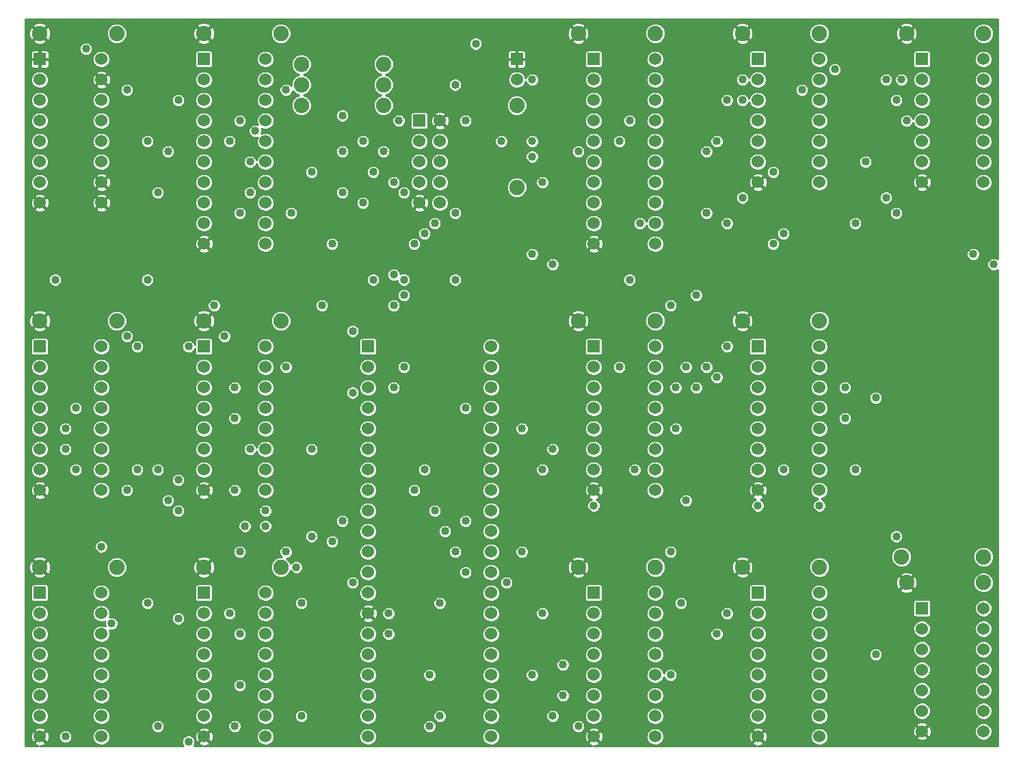
<source format=gbr>
G04 #@! TF.FileFunction,Copper,L3,Inr,Plane*
%FSLAX46Y46*%
G04 Gerber Fmt 4.6, Leading zero omitted, Abs format (unit mm)*
G04 Created by KiCad (PCBNEW 4.0.7) date 03/16/20 14:44:42*
%MOMM*%
%LPD*%
G01*
G04 APERTURE LIST*
%ADD10C,0.100000*%
%ADD11C,1.524000*%
%ADD12R,1.524000X1.524000*%
%ADD13C,1.905000*%
%ADD14C,1.016000*%
%ADD15C,0.254000*%
G04 APERTURE END LIST*
D10*
D11*
X146685000Y-116840000D03*
X146685000Y-114300000D03*
X146685000Y-111760000D03*
X146685000Y-109220000D03*
X146685000Y-106680000D03*
X146685000Y-104140000D03*
X146685000Y-101600000D03*
X146685000Y-99060000D03*
X131445000Y-116840000D03*
X131445000Y-114300000D03*
X131445000Y-111760000D03*
X131445000Y-106680000D03*
X131445000Y-104140000D03*
X131445000Y-101600000D03*
X131445000Y-109220000D03*
X131445000Y-99060000D03*
D12*
X131445000Y-68580000D03*
D11*
X131445000Y-71120000D03*
X131445000Y-73660000D03*
X131445000Y-76200000D03*
X131445000Y-78740000D03*
X131445000Y-81280000D03*
X131445000Y-83820000D03*
X131445000Y-86360000D03*
X131445000Y-88900000D03*
X131445000Y-91440000D03*
X131445000Y-93980000D03*
X131445000Y-96520000D03*
X146685000Y-96520000D03*
X146685000Y-93980000D03*
X146685000Y-91440000D03*
X146685000Y-88900000D03*
X146685000Y-86360000D03*
X146685000Y-83820000D03*
X146685000Y-81280000D03*
X146685000Y-78740000D03*
X146685000Y-76200000D03*
X146685000Y-73660000D03*
X146685000Y-71120000D03*
X146685000Y-68580000D03*
X90805000Y-76200000D03*
X90805000Y-73660000D03*
X90805000Y-71120000D03*
D12*
X90805000Y-68580000D03*
D11*
X90805000Y-78740000D03*
X90805000Y-81280000D03*
X90805000Y-83820000D03*
X90805000Y-86360000D03*
X98425000Y-86360000D03*
X98425000Y-83820000D03*
X98425000Y-81280000D03*
X98425000Y-78740000D03*
X98425000Y-76200000D03*
X98425000Y-73660000D03*
X98425000Y-71120000D03*
X98425000Y-68580000D03*
D12*
X137795000Y-40640000D03*
D11*
X137795000Y-43180000D03*
X137795000Y-45720000D03*
X137795000Y-48260000D03*
X137795000Y-50800000D03*
X140335000Y-45720000D03*
X140335000Y-43180000D03*
X140335000Y-40640000D03*
X140335000Y-48260000D03*
X140335000Y-50800000D03*
X90805000Y-106680000D03*
X90805000Y-104140000D03*
X90805000Y-101600000D03*
D12*
X90805000Y-99060000D03*
D11*
X90805000Y-109220000D03*
X90805000Y-111760000D03*
X90805000Y-114300000D03*
X90805000Y-116840000D03*
X98425000Y-116840000D03*
X98425000Y-114300000D03*
X98425000Y-111760000D03*
X98425000Y-109220000D03*
X98425000Y-106680000D03*
X98425000Y-104140000D03*
X98425000Y-101600000D03*
X98425000Y-99060000D03*
X111125000Y-76200000D03*
X111125000Y-73660000D03*
X111125000Y-71120000D03*
D12*
X111125000Y-68580000D03*
D11*
X111125000Y-78740000D03*
X111125000Y-81280000D03*
X111125000Y-83820000D03*
X111125000Y-86360000D03*
X118745000Y-86360000D03*
X118745000Y-83820000D03*
X118745000Y-81280000D03*
X118745000Y-78740000D03*
X118745000Y-76200000D03*
X118745000Y-73660000D03*
X118745000Y-71120000D03*
X118745000Y-68580000D03*
D12*
X159385000Y-33020000D03*
D11*
X159385000Y-35560000D03*
X159385000Y-38100000D03*
X159385000Y-40640000D03*
X159385000Y-43180000D03*
X159385000Y-45720000D03*
X159385000Y-48260000D03*
X159385000Y-50800000D03*
X159385000Y-53340000D03*
X159385000Y-55880000D03*
X167005000Y-55880000D03*
X167005000Y-53340000D03*
X167005000Y-50800000D03*
X167005000Y-48260000D03*
X167005000Y-45720000D03*
X167005000Y-43180000D03*
X167005000Y-40640000D03*
X167005000Y-38100000D03*
X167005000Y-35560000D03*
X167005000Y-33020000D03*
D12*
X111125000Y-33020000D03*
D11*
X111125000Y-35560000D03*
X111125000Y-38100000D03*
X111125000Y-40640000D03*
X111125000Y-43180000D03*
X111125000Y-45720000D03*
X111125000Y-48260000D03*
X111125000Y-50800000D03*
X111125000Y-53340000D03*
X111125000Y-55880000D03*
X118745000Y-55880000D03*
X118745000Y-53340000D03*
X118745000Y-50800000D03*
X118745000Y-48260000D03*
X118745000Y-45720000D03*
X118745000Y-43180000D03*
X118745000Y-40640000D03*
X118745000Y-38100000D03*
X118745000Y-35560000D03*
X118745000Y-33020000D03*
D13*
X100330000Y-65405000D03*
X90805000Y-65405000D03*
X120650000Y-65405000D03*
X111125000Y-65405000D03*
X167005000Y-65405000D03*
X157480000Y-65405000D03*
X187325000Y-65405000D03*
X177800000Y-65405000D03*
X100330000Y-29845000D03*
X90805000Y-29845000D03*
X187325000Y-95885000D03*
X177800000Y-95885000D03*
X167005000Y-95885000D03*
X157480000Y-95885000D03*
X120650000Y-95885000D03*
X111125000Y-95885000D03*
X100330000Y-95885000D03*
X90805000Y-95885000D03*
X167005000Y-29845000D03*
X157480000Y-29845000D03*
X120650000Y-29845000D03*
X111125000Y-29845000D03*
X207645000Y-29845000D03*
X198120000Y-29845000D03*
X187325000Y-29845000D03*
X177800000Y-29845000D03*
X207645000Y-97790000D03*
X198120000Y-97790000D03*
D12*
X149860000Y-33020000D03*
D11*
X149860000Y-35560000D03*
D13*
X149860000Y-48895000D03*
X149860000Y-38735000D03*
X197485000Y-94615000D03*
X207645000Y-94615000D03*
X123190000Y-33655000D03*
X133350000Y-33655000D03*
X123190000Y-36195000D03*
X133350000Y-36195000D03*
X123190000Y-38735000D03*
X133350000Y-38735000D03*
D11*
X159385000Y-76200000D03*
X159385000Y-73660000D03*
X159385000Y-71120000D03*
D12*
X159385000Y-68580000D03*
D11*
X159385000Y-78740000D03*
X159385000Y-81280000D03*
X159385000Y-83820000D03*
X159385000Y-86360000D03*
X167005000Y-86360000D03*
X167005000Y-83820000D03*
X167005000Y-81280000D03*
X167005000Y-78740000D03*
X167005000Y-76200000D03*
X167005000Y-73660000D03*
X167005000Y-71120000D03*
X167005000Y-68580000D03*
X179705000Y-76200000D03*
X179705000Y-73660000D03*
X179705000Y-71120000D03*
D12*
X179705000Y-68580000D03*
D11*
X179705000Y-78740000D03*
X179705000Y-81280000D03*
X179705000Y-83820000D03*
X179705000Y-86360000D03*
X187325000Y-86360000D03*
X187325000Y-83820000D03*
X187325000Y-81280000D03*
X187325000Y-78740000D03*
X187325000Y-76200000D03*
X187325000Y-73660000D03*
X187325000Y-71120000D03*
X187325000Y-68580000D03*
X90805000Y-40640000D03*
X90805000Y-38100000D03*
X90805000Y-35560000D03*
D12*
X90805000Y-33020000D03*
D11*
X90805000Y-43180000D03*
X90805000Y-45720000D03*
X90805000Y-48260000D03*
X90805000Y-50800000D03*
X98425000Y-50800000D03*
X98425000Y-48260000D03*
X98425000Y-45720000D03*
X98425000Y-43180000D03*
X98425000Y-40640000D03*
X98425000Y-38100000D03*
X98425000Y-35560000D03*
X98425000Y-33020000D03*
X179705000Y-106680000D03*
X179705000Y-104140000D03*
X179705000Y-101600000D03*
D12*
X179705000Y-99060000D03*
D11*
X179705000Y-109220000D03*
X179705000Y-111760000D03*
X179705000Y-114300000D03*
X179705000Y-116840000D03*
X187325000Y-116840000D03*
X187325000Y-114300000D03*
X187325000Y-111760000D03*
X187325000Y-109220000D03*
X187325000Y-106680000D03*
X187325000Y-104140000D03*
X187325000Y-101600000D03*
X187325000Y-99060000D03*
X159385000Y-106680000D03*
X159385000Y-104140000D03*
X159385000Y-101600000D03*
D12*
X159385000Y-99060000D03*
D11*
X159385000Y-109220000D03*
X159385000Y-111760000D03*
X159385000Y-114300000D03*
X159385000Y-116840000D03*
X167005000Y-116840000D03*
X167005000Y-114300000D03*
X167005000Y-111760000D03*
X167005000Y-109220000D03*
X167005000Y-106680000D03*
X167005000Y-104140000D03*
X167005000Y-101600000D03*
X167005000Y-99060000D03*
X111125000Y-106680000D03*
X111125000Y-104140000D03*
X111125000Y-101600000D03*
D12*
X111125000Y-99060000D03*
D11*
X111125000Y-109220000D03*
X111125000Y-111760000D03*
X111125000Y-114300000D03*
X111125000Y-116840000D03*
X118745000Y-116840000D03*
X118745000Y-114300000D03*
X118745000Y-111760000D03*
X118745000Y-109220000D03*
X118745000Y-106680000D03*
X118745000Y-104140000D03*
X118745000Y-101600000D03*
X118745000Y-99060000D03*
X200025000Y-40640000D03*
X200025000Y-38100000D03*
D12*
X200025000Y-33020000D03*
D11*
X200025000Y-35560000D03*
X200025000Y-43180000D03*
X200025000Y-45720000D03*
X200025000Y-48260000D03*
X207645000Y-48260000D03*
X207645000Y-45720000D03*
X207645000Y-43180000D03*
X207645000Y-40640000D03*
X207645000Y-38100000D03*
X207645000Y-35560000D03*
X207645000Y-33020000D03*
X179705000Y-40640000D03*
X179705000Y-38100000D03*
D12*
X179705000Y-33020000D03*
D11*
X179705000Y-35560000D03*
X179705000Y-43180000D03*
X179705000Y-45720000D03*
X179705000Y-48260000D03*
X187325000Y-48260000D03*
X187325000Y-45720000D03*
X187325000Y-43180000D03*
X187325000Y-40640000D03*
X187325000Y-38100000D03*
X187325000Y-35560000D03*
X187325000Y-33020000D03*
X200025000Y-108585000D03*
X200025000Y-106045000D03*
D12*
X200025000Y-100965000D03*
D11*
X200025000Y-103505000D03*
X200025000Y-111125000D03*
X200025000Y-113665000D03*
X200025000Y-116205000D03*
X207645000Y-116205000D03*
X207645000Y-113665000D03*
X207645000Y-111125000D03*
X207645000Y-108585000D03*
X207645000Y-106045000D03*
X207645000Y-103505000D03*
X207645000Y-100965000D03*
D14*
X172085000Y-73660000D03*
X135255000Y-40640000D03*
X142240000Y-36195000D03*
X114935000Y-115570000D03*
X114300000Y-101600000D03*
X189230000Y-34290000D03*
X151765000Y-57150000D03*
X206375000Y-57150000D03*
X154305000Y-81280000D03*
X154305000Y-58420000D03*
X208915000Y-58420000D03*
X195580000Y-35560000D03*
X162560000Y-71120000D03*
X155575000Y-107950000D03*
X155575000Y-111760000D03*
X139065000Y-109220000D03*
X139065000Y-115570000D03*
X140335000Y-100330000D03*
X140335000Y-114300000D03*
X133985000Y-101600000D03*
X133985000Y-104140000D03*
X121285000Y-93980000D03*
X115570000Y-93980000D03*
X115570000Y-104140000D03*
X123190000Y-100330000D03*
X198120000Y-40640000D03*
X151765000Y-109220000D03*
X193040000Y-45720000D03*
X181610000Y-46990000D03*
X195580000Y-50165000D03*
X177800000Y-50165000D03*
X194310000Y-106680000D03*
X194310000Y-74930000D03*
X144780000Y-31115000D03*
X181610000Y-55880000D03*
X177800000Y-38100000D03*
X177800000Y-35560000D03*
X96520000Y-31750000D03*
X143510000Y-76200000D03*
X143510000Y-40640000D03*
X196850000Y-38100000D03*
X197485000Y-35560000D03*
X133350000Y-44450000D03*
X117475000Y-41910000D03*
X130810000Y-43180000D03*
X182880000Y-83820000D03*
X182880000Y-54610000D03*
X168910000Y-109220000D03*
X168910000Y-93980000D03*
X150495000Y-93980000D03*
X173355000Y-71120000D03*
X157480000Y-115570000D03*
X164465000Y-83820000D03*
X162560000Y-43180000D03*
X174625000Y-104140000D03*
X174625000Y-72390000D03*
X175895000Y-101600000D03*
X175895000Y-68580000D03*
X179705000Y-88265000D03*
X187325000Y-88265000D03*
X174625000Y-43180000D03*
X190500000Y-73660000D03*
X190500000Y-77470000D03*
X169545000Y-73660000D03*
X169545000Y-78740000D03*
X175895000Y-38100000D03*
X191770000Y-83820000D03*
X191770000Y-53340000D03*
X175895000Y-53340000D03*
X114935000Y-73660000D03*
X114935000Y-77470000D03*
X165100000Y-53340000D03*
X154305000Y-114300000D03*
X170180000Y-100330000D03*
X153035000Y-83820000D03*
X153035000Y-48260000D03*
X153035000Y-101600000D03*
X170815000Y-71120000D03*
X170815000Y-87630000D03*
X159385000Y-88265000D03*
X168910000Y-63500000D03*
X134620000Y-63500000D03*
X134620000Y-73660000D03*
X135890000Y-71120000D03*
X135890000Y-62230000D03*
X172085000Y-62230000D03*
X137160000Y-55880000D03*
X137160000Y-86360000D03*
X138430000Y-83820000D03*
X138430000Y-54610000D03*
X139700000Y-53340000D03*
X139700000Y-88900000D03*
X142240000Y-52070000D03*
X140970000Y-91440000D03*
X163830000Y-40640000D03*
X163830000Y-60325000D03*
X142240000Y-60325000D03*
X142240000Y-93980000D03*
X150495000Y-78740000D03*
X147955000Y-43180000D03*
X151765000Y-35560000D03*
X151765000Y-43180000D03*
X151765000Y-45085000D03*
X157480000Y-44450000D03*
X196850000Y-92075000D03*
X196850000Y-52070000D03*
X173355000Y-44450000D03*
X173355000Y-52070000D03*
X107950000Y-85090000D03*
X107950000Y-38100000D03*
X106680000Y-87630000D03*
X106680000Y-44450000D03*
X143510000Y-90170000D03*
X143510000Y-96520000D03*
X128270000Y-90170000D03*
X128270000Y-49530000D03*
X116840000Y-49530000D03*
X129540000Y-97790000D03*
X125730000Y-63500000D03*
X148590000Y-97790000D03*
X112395000Y-63500000D03*
X127000000Y-92710000D03*
X127000000Y-55880000D03*
X93980000Y-78740000D03*
X95250000Y-76200000D03*
X130810000Y-50800000D03*
X135890000Y-49530000D03*
X135890000Y-60325000D03*
X129540000Y-74295000D03*
X129540000Y-66675000D03*
X134620000Y-48260000D03*
X134620000Y-59690000D03*
X132080000Y-46990000D03*
X132080000Y-60325000D03*
X124460000Y-81280000D03*
X124460000Y-46990000D03*
X121285000Y-36830000D03*
X124460000Y-92075000D03*
X122555000Y-95885000D03*
X121920000Y-52070000D03*
X115570000Y-52070000D03*
X123190000Y-114300000D03*
X115570000Y-110490000D03*
X116840000Y-81280000D03*
X93980000Y-81280000D03*
X93980000Y-116840000D03*
X95250000Y-83820000D03*
X99695000Y-102870000D03*
X98425000Y-93345000D03*
X104140000Y-100330000D03*
X104140000Y-60325000D03*
X92710000Y-60325000D03*
X118745000Y-88900000D03*
X107950000Y-102235000D03*
X107950000Y-88900000D03*
X116205000Y-90805000D03*
X118745000Y-90805000D03*
X105410000Y-83820000D03*
X109220000Y-117475000D03*
X105410000Y-115570000D03*
X105410000Y-49530000D03*
X115570000Y-40640000D03*
X116840000Y-45720000D03*
X121285000Y-71120000D03*
X114935000Y-86360000D03*
X114300000Y-43180000D03*
X128270000Y-40005000D03*
X128270000Y-44450000D03*
X109220000Y-68580000D03*
X102870000Y-68580000D03*
X102870000Y-83820000D03*
X113665000Y-67310000D03*
X101600000Y-67310000D03*
X101600000Y-86360000D03*
X104140000Y-43180000D03*
X101600000Y-36830000D03*
X185166000Y-36830000D03*
D15*
G36*
X209423000Y-57746987D02*
X209388607Y-57712534D01*
X209081821Y-57585145D01*
X208749637Y-57584855D01*
X208442628Y-57711708D01*
X208207534Y-57946393D01*
X208080145Y-58253179D01*
X208079855Y-58585363D01*
X208206708Y-58892372D01*
X208441393Y-59127466D01*
X208748179Y-59254855D01*
X209080363Y-59255145D01*
X209387372Y-59128292D01*
X209423000Y-59092726D01*
X209423000Y-117983000D01*
X179713797Y-117983000D01*
X179949754Y-117979403D01*
X180337611Y-117818747D01*
X180415470Y-117640273D01*
X179705000Y-116929803D01*
X178994530Y-117640273D01*
X179072389Y-117818747D01*
X179486684Y-117983000D01*
X159393797Y-117983000D01*
X159629754Y-117979403D01*
X160017611Y-117818747D01*
X160095470Y-117640273D01*
X159385000Y-116929803D01*
X158674530Y-117640273D01*
X158752389Y-117818747D01*
X159166684Y-117983000D01*
X111133797Y-117983000D01*
X111369754Y-117979403D01*
X111757611Y-117818747D01*
X111835470Y-117640273D01*
X111125000Y-116929803D01*
X110414530Y-117640273D01*
X110492389Y-117818747D01*
X110906684Y-117983000D01*
X109893013Y-117983000D01*
X109927466Y-117948607D01*
X110054855Y-117641821D01*
X110055145Y-117309637D01*
X109928292Y-117002628D01*
X109693607Y-116767534D01*
X109386821Y-116640145D01*
X109054637Y-116639855D01*
X108747628Y-116766708D01*
X108512534Y-117001393D01*
X108385145Y-117308179D01*
X108384855Y-117640363D01*
X108511708Y-117947372D01*
X108547274Y-117983000D01*
X90813797Y-117983000D01*
X91049754Y-117979403D01*
X91437611Y-117818747D01*
X91515470Y-117640273D01*
X90805000Y-116929803D01*
X90094530Y-117640273D01*
X90172389Y-117818747D01*
X90586684Y-117983000D01*
X89027000Y-117983000D01*
X89027000Y-116630093D01*
X89658666Y-116630093D01*
X89665597Y-117084754D01*
X89826253Y-117472611D01*
X90004727Y-117550470D01*
X90715197Y-116840000D01*
X90894803Y-116840000D01*
X91605273Y-117550470D01*
X91783747Y-117472611D01*
X91951334Y-117049907D01*
X91950655Y-117005363D01*
X93144855Y-117005363D01*
X93271708Y-117312372D01*
X93506393Y-117547466D01*
X93813179Y-117674855D01*
X94145363Y-117675145D01*
X94452372Y-117548292D01*
X94687466Y-117313607D01*
X94794573Y-117055665D01*
X97335811Y-117055665D01*
X97501252Y-117456063D01*
X97807326Y-117762671D01*
X98207434Y-117928811D01*
X98640665Y-117929189D01*
X99041063Y-117763748D01*
X99347671Y-117457674D01*
X99513811Y-117057566D01*
X99514183Y-116630093D01*
X109978666Y-116630093D01*
X109985597Y-117084754D01*
X110146253Y-117472611D01*
X110324727Y-117550470D01*
X111035197Y-116840000D01*
X111214803Y-116840000D01*
X111925273Y-117550470D01*
X112103747Y-117472611D01*
X112269051Y-117055665D01*
X117655811Y-117055665D01*
X117821252Y-117456063D01*
X118127326Y-117762671D01*
X118527434Y-117928811D01*
X118960665Y-117929189D01*
X119361063Y-117763748D01*
X119667671Y-117457674D01*
X119833811Y-117057566D01*
X119833812Y-117055665D01*
X130355811Y-117055665D01*
X130521252Y-117456063D01*
X130827326Y-117762671D01*
X131227434Y-117928811D01*
X131660665Y-117929189D01*
X132061063Y-117763748D01*
X132367671Y-117457674D01*
X132533811Y-117057566D01*
X132533812Y-117055665D01*
X145595811Y-117055665D01*
X145761252Y-117456063D01*
X146067326Y-117762671D01*
X146467434Y-117928811D01*
X146900665Y-117929189D01*
X147301063Y-117763748D01*
X147607671Y-117457674D01*
X147773811Y-117057566D01*
X147774183Y-116630093D01*
X158238666Y-116630093D01*
X158245597Y-117084754D01*
X158406253Y-117472611D01*
X158584727Y-117550470D01*
X159295197Y-116840000D01*
X159474803Y-116840000D01*
X160185273Y-117550470D01*
X160363747Y-117472611D01*
X160529051Y-117055665D01*
X165915811Y-117055665D01*
X166081252Y-117456063D01*
X166387326Y-117762671D01*
X166787434Y-117928811D01*
X167220665Y-117929189D01*
X167621063Y-117763748D01*
X167927671Y-117457674D01*
X168093811Y-117057566D01*
X168094183Y-116630093D01*
X178558666Y-116630093D01*
X178565597Y-117084754D01*
X178726253Y-117472611D01*
X178904727Y-117550470D01*
X179615197Y-116840000D01*
X179794803Y-116840000D01*
X180505273Y-117550470D01*
X180683747Y-117472611D01*
X180849051Y-117055665D01*
X186235811Y-117055665D01*
X186401252Y-117456063D01*
X186707326Y-117762671D01*
X187107434Y-117928811D01*
X187540665Y-117929189D01*
X187941063Y-117763748D01*
X188247671Y-117457674D01*
X188413811Y-117057566D01*
X188413856Y-117005273D01*
X199314530Y-117005273D01*
X199392389Y-117183747D01*
X199815093Y-117351334D01*
X200269754Y-117344403D01*
X200657611Y-117183747D01*
X200735470Y-117005273D01*
X200025000Y-116294803D01*
X199314530Y-117005273D01*
X188413856Y-117005273D01*
X188414189Y-116624335D01*
X188248748Y-116223937D01*
X188020303Y-115995093D01*
X198878666Y-115995093D01*
X198885597Y-116449754D01*
X199046253Y-116837611D01*
X199224727Y-116915470D01*
X199935197Y-116205000D01*
X200114803Y-116205000D01*
X200825273Y-116915470D01*
X201003747Y-116837611D01*
X201169051Y-116420665D01*
X206555811Y-116420665D01*
X206721252Y-116821063D01*
X207027326Y-117127671D01*
X207427434Y-117293811D01*
X207860665Y-117294189D01*
X208261063Y-117128748D01*
X208567671Y-116822674D01*
X208733811Y-116422566D01*
X208734189Y-115989335D01*
X208568748Y-115588937D01*
X208262674Y-115282329D01*
X207862566Y-115116189D01*
X207429335Y-115115811D01*
X207028937Y-115281252D01*
X206722329Y-115587326D01*
X206556189Y-115987434D01*
X206555811Y-116420665D01*
X201169051Y-116420665D01*
X201171334Y-116414907D01*
X201164403Y-115960246D01*
X201003747Y-115572389D01*
X200825273Y-115494530D01*
X200114803Y-116205000D01*
X199935197Y-116205000D01*
X199224727Y-115494530D01*
X199046253Y-115572389D01*
X198878666Y-115995093D01*
X188020303Y-115995093D01*
X187942674Y-115917329D01*
X187542566Y-115751189D01*
X187109335Y-115750811D01*
X186708937Y-115916252D01*
X186402329Y-116222326D01*
X186236189Y-116622434D01*
X186235811Y-117055665D01*
X180849051Y-117055665D01*
X180851334Y-117049907D01*
X180844403Y-116595246D01*
X180683747Y-116207389D01*
X180505273Y-116129530D01*
X179794803Y-116840000D01*
X179615197Y-116840000D01*
X178904727Y-116129530D01*
X178726253Y-116207389D01*
X178558666Y-116630093D01*
X168094183Y-116630093D01*
X168094189Y-116624335D01*
X167928748Y-116223937D01*
X167744859Y-116039727D01*
X178994530Y-116039727D01*
X179705000Y-116750197D01*
X180415470Y-116039727D01*
X180337611Y-115861253D01*
X179914907Y-115693666D01*
X179460246Y-115700597D01*
X179072389Y-115861253D01*
X178994530Y-116039727D01*
X167744859Y-116039727D01*
X167622674Y-115917329D01*
X167222566Y-115751189D01*
X166789335Y-115750811D01*
X166388937Y-115916252D01*
X166082329Y-116222326D01*
X165916189Y-116622434D01*
X165915811Y-117055665D01*
X160529051Y-117055665D01*
X160531334Y-117049907D01*
X160524403Y-116595246D01*
X160363747Y-116207389D01*
X160185273Y-116129530D01*
X159474803Y-116840000D01*
X159295197Y-116840000D01*
X158584727Y-116129530D01*
X158406253Y-116207389D01*
X158238666Y-116630093D01*
X147774183Y-116630093D01*
X147774189Y-116624335D01*
X147608748Y-116223937D01*
X147302674Y-115917329D01*
X146902566Y-115751189D01*
X146469335Y-115750811D01*
X146068937Y-115916252D01*
X145762329Y-116222326D01*
X145596189Y-116622434D01*
X145595811Y-117055665D01*
X132533812Y-117055665D01*
X132534189Y-116624335D01*
X132368748Y-116223937D01*
X132062674Y-115917329D01*
X131662566Y-115751189D01*
X131229335Y-115750811D01*
X130828937Y-115916252D01*
X130522329Y-116222326D01*
X130356189Y-116622434D01*
X130355811Y-117055665D01*
X119833812Y-117055665D01*
X119834189Y-116624335D01*
X119668748Y-116223937D01*
X119362674Y-115917329D01*
X118962566Y-115751189D01*
X118529335Y-115750811D01*
X118128937Y-115916252D01*
X117822329Y-116222326D01*
X117656189Y-116622434D01*
X117655811Y-117055665D01*
X112269051Y-117055665D01*
X112271334Y-117049907D01*
X112264403Y-116595246D01*
X112103747Y-116207389D01*
X111925273Y-116129530D01*
X111214803Y-116840000D01*
X111035197Y-116840000D01*
X110324727Y-116129530D01*
X110146253Y-116207389D01*
X109978666Y-116630093D01*
X99514183Y-116630093D01*
X99514189Y-116624335D01*
X99348748Y-116223937D01*
X99042674Y-115917329D01*
X98642566Y-115751189D01*
X98209335Y-115750811D01*
X97808937Y-115916252D01*
X97502329Y-116222326D01*
X97336189Y-116622434D01*
X97335811Y-117055665D01*
X94794573Y-117055665D01*
X94814855Y-117006821D01*
X94815145Y-116674637D01*
X94688292Y-116367628D01*
X94453607Y-116132534D01*
X94146821Y-116005145D01*
X93814637Y-116004855D01*
X93507628Y-116131708D01*
X93272534Y-116366393D01*
X93145145Y-116673179D01*
X93144855Y-117005363D01*
X91950655Y-117005363D01*
X91944403Y-116595246D01*
X91783747Y-116207389D01*
X91605273Y-116129530D01*
X90894803Y-116840000D01*
X90715197Y-116840000D01*
X90004727Y-116129530D01*
X89826253Y-116207389D01*
X89658666Y-116630093D01*
X89027000Y-116630093D01*
X89027000Y-116039727D01*
X90094530Y-116039727D01*
X90805000Y-116750197D01*
X91515470Y-116039727D01*
X91437611Y-115861253D01*
X91120080Y-115735363D01*
X104574855Y-115735363D01*
X104701708Y-116042372D01*
X104936393Y-116277466D01*
X105243179Y-116404855D01*
X105575363Y-116405145D01*
X105882372Y-116278292D01*
X106117466Y-116043607D01*
X106119077Y-116039727D01*
X110414530Y-116039727D01*
X111125000Y-116750197D01*
X111835470Y-116039727D01*
X111757611Y-115861253D01*
X111440080Y-115735363D01*
X114099855Y-115735363D01*
X114226708Y-116042372D01*
X114461393Y-116277466D01*
X114768179Y-116404855D01*
X115100363Y-116405145D01*
X115407372Y-116278292D01*
X115642466Y-116043607D01*
X115769855Y-115736821D01*
X115769856Y-115735363D01*
X138229855Y-115735363D01*
X138356708Y-116042372D01*
X138591393Y-116277466D01*
X138898179Y-116404855D01*
X139230363Y-116405145D01*
X139537372Y-116278292D01*
X139772466Y-116043607D01*
X139899855Y-115736821D01*
X139899856Y-115735363D01*
X156644855Y-115735363D01*
X156771708Y-116042372D01*
X157006393Y-116277466D01*
X157313179Y-116404855D01*
X157645363Y-116405145D01*
X157952372Y-116278292D01*
X158187466Y-116043607D01*
X158189077Y-116039727D01*
X158674530Y-116039727D01*
X159385000Y-116750197D01*
X160095470Y-116039727D01*
X160017611Y-115861253D01*
X159594907Y-115693666D01*
X159140246Y-115700597D01*
X158752389Y-115861253D01*
X158674530Y-116039727D01*
X158189077Y-116039727D01*
X158314855Y-115736821D01*
X158315144Y-115404727D01*
X199314530Y-115404727D01*
X200025000Y-116115197D01*
X200735470Y-115404727D01*
X200657611Y-115226253D01*
X200234907Y-115058666D01*
X199780246Y-115065597D01*
X199392389Y-115226253D01*
X199314530Y-115404727D01*
X158315144Y-115404727D01*
X158315145Y-115404637D01*
X158188292Y-115097628D01*
X157953607Y-114862534D01*
X157646821Y-114735145D01*
X157314637Y-114734855D01*
X157007628Y-114861708D01*
X156772534Y-115096393D01*
X156645145Y-115403179D01*
X156644855Y-115735363D01*
X139899856Y-115735363D01*
X139900145Y-115404637D01*
X139773292Y-115097628D01*
X139538607Y-114862534D01*
X139231821Y-114735145D01*
X138899637Y-114734855D01*
X138592628Y-114861708D01*
X138357534Y-115096393D01*
X138230145Y-115403179D01*
X138229855Y-115735363D01*
X115769856Y-115735363D01*
X115770145Y-115404637D01*
X115643292Y-115097628D01*
X115408607Y-114862534D01*
X115101821Y-114735145D01*
X114769637Y-114734855D01*
X114462628Y-114861708D01*
X114227534Y-115096393D01*
X114100145Y-115403179D01*
X114099855Y-115735363D01*
X111440080Y-115735363D01*
X111334907Y-115693666D01*
X110880246Y-115700597D01*
X110492389Y-115861253D01*
X110414530Y-116039727D01*
X106119077Y-116039727D01*
X106244855Y-115736821D01*
X106245145Y-115404637D01*
X106118292Y-115097628D01*
X105883607Y-114862534D01*
X105576821Y-114735145D01*
X105244637Y-114734855D01*
X104937628Y-114861708D01*
X104702534Y-115096393D01*
X104575145Y-115403179D01*
X104574855Y-115735363D01*
X91120080Y-115735363D01*
X91014907Y-115693666D01*
X90560246Y-115700597D01*
X90172389Y-115861253D01*
X90094530Y-116039727D01*
X89027000Y-116039727D01*
X89027000Y-114515665D01*
X89715811Y-114515665D01*
X89881252Y-114916063D01*
X90187326Y-115222671D01*
X90587434Y-115388811D01*
X91020665Y-115389189D01*
X91421063Y-115223748D01*
X91727671Y-114917674D01*
X91893811Y-114517566D01*
X91893812Y-114515665D01*
X97335811Y-114515665D01*
X97501252Y-114916063D01*
X97807326Y-115222671D01*
X98207434Y-115388811D01*
X98640665Y-115389189D01*
X99041063Y-115223748D01*
X99347671Y-114917674D01*
X99513811Y-114517566D01*
X99513812Y-114515665D01*
X110035811Y-114515665D01*
X110201252Y-114916063D01*
X110507326Y-115222671D01*
X110907434Y-115388811D01*
X111340665Y-115389189D01*
X111741063Y-115223748D01*
X112047671Y-114917674D01*
X112213811Y-114517566D01*
X112213812Y-114515665D01*
X117655811Y-114515665D01*
X117821252Y-114916063D01*
X118127326Y-115222671D01*
X118527434Y-115388811D01*
X118960665Y-115389189D01*
X119361063Y-115223748D01*
X119667671Y-114917674D01*
X119833811Y-114517566D01*
X119833856Y-114465363D01*
X122354855Y-114465363D01*
X122481708Y-114772372D01*
X122716393Y-115007466D01*
X123023179Y-115134855D01*
X123355363Y-115135145D01*
X123662372Y-115008292D01*
X123897466Y-114773607D01*
X124004573Y-114515665D01*
X130355811Y-114515665D01*
X130521252Y-114916063D01*
X130827326Y-115222671D01*
X131227434Y-115388811D01*
X131660665Y-115389189D01*
X132061063Y-115223748D01*
X132367671Y-114917674D01*
X132533811Y-114517566D01*
X132533856Y-114465363D01*
X139499855Y-114465363D01*
X139626708Y-114772372D01*
X139861393Y-115007466D01*
X140168179Y-115134855D01*
X140500363Y-115135145D01*
X140807372Y-115008292D01*
X141042466Y-114773607D01*
X141149573Y-114515665D01*
X145595811Y-114515665D01*
X145761252Y-114916063D01*
X146067326Y-115222671D01*
X146467434Y-115388811D01*
X146900665Y-115389189D01*
X147301063Y-115223748D01*
X147607671Y-114917674D01*
X147773811Y-114517566D01*
X147773856Y-114465363D01*
X153469855Y-114465363D01*
X153596708Y-114772372D01*
X153831393Y-115007466D01*
X154138179Y-115134855D01*
X154470363Y-115135145D01*
X154777372Y-115008292D01*
X155012466Y-114773607D01*
X155119573Y-114515665D01*
X158295811Y-114515665D01*
X158461252Y-114916063D01*
X158767326Y-115222671D01*
X159167434Y-115388811D01*
X159600665Y-115389189D01*
X160001063Y-115223748D01*
X160307671Y-114917674D01*
X160473811Y-114517566D01*
X160473812Y-114515665D01*
X165915811Y-114515665D01*
X166081252Y-114916063D01*
X166387326Y-115222671D01*
X166787434Y-115388811D01*
X167220665Y-115389189D01*
X167621063Y-115223748D01*
X167927671Y-114917674D01*
X168093811Y-114517566D01*
X168093812Y-114515665D01*
X178615811Y-114515665D01*
X178781252Y-114916063D01*
X179087326Y-115222671D01*
X179487434Y-115388811D01*
X179920665Y-115389189D01*
X180321063Y-115223748D01*
X180627671Y-114917674D01*
X180793811Y-114517566D01*
X180793812Y-114515665D01*
X186235811Y-114515665D01*
X186401252Y-114916063D01*
X186707326Y-115222671D01*
X187107434Y-115388811D01*
X187540665Y-115389189D01*
X187941063Y-115223748D01*
X188247671Y-114917674D01*
X188413811Y-114517566D01*
X188414189Y-114084335D01*
X188330035Y-113880665D01*
X198935811Y-113880665D01*
X199101252Y-114281063D01*
X199407326Y-114587671D01*
X199807434Y-114753811D01*
X200240665Y-114754189D01*
X200641063Y-114588748D01*
X200947671Y-114282674D01*
X201113811Y-113882566D01*
X201113812Y-113880665D01*
X206555811Y-113880665D01*
X206721252Y-114281063D01*
X207027326Y-114587671D01*
X207427434Y-114753811D01*
X207860665Y-114754189D01*
X208261063Y-114588748D01*
X208567671Y-114282674D01*
X208733811Y-113882566D01*
X208734189Y-113449335D01*
X208568748Y-113048937D01*
X208262674Y-112742329D01*
X207862566Y-112576189D01*
X207429335Y-112575811D01*
X207028937Y-112741252D01*
X206722329Y-113047326D01*
X206556189Y-113447434D01*
X206555811Y-113880665D01*
X201113812Y-113880665D01*
X201114189Y-113449335D01*
X200948748Y-113048937D01*
X200642674Y-112742329D01*
X200242566Y-112576189D01*
X199809335Y-112575811D01*
X199408937Y-112741252D01*
X199102329Y-113047326D01*
X198936189Y-113447434D01*
X198935811Y-113880665D01*
X188330035Y-113880665D01*
X188248748Y-113683937D01*
X187942674Y-113377329D01*
X187542566Y-113211189D01*
X187109335Y-113210811D01*
X186708937Y-113376252D01*
X186402329Y-113682326D01*
X186236189Y-114082434D01*
X186235811Y-114515665D01*
X180793812Y-114515665D01*
X180794189Y-114084335D01*
X180628748Y-113683937D01*
X180322674Y-113377329D01*
X179922566Y-113211189D01*
X179489335Y-113210811D01*
X179088937Y-113376252D01*
X178782329Y-113682326D01*
X178616189Y-114082434D01*
X178615811Y-114515665D01*
X168093812Y-114515665D01*
X168094189Y-114084335D01*
X167928748Y-113683937D01*
X167622674Y-113377329D01*
X167222566Y-113211189D01*
X166789335Y-113210811D01*
X166388937Y-113376252D01*
X166082329Y-113682326D01*
X165916189Y-114082434D01*
X165915811Y-114515665D01*
X160473812Y-114515665D01*
X160474189Y-114084335D01*
X160308748Y-113683937D01*
X160002674Y-113377329D01*
X159602566Y-113211189D01*
X159169335Y-113210811D01*
X158768937Y-113376252D01*
X158462329Y-113682326D01*
X158296189Y-114082434D01*
X158295811Y-114515665D01*
X155119573Y-114515665D01*
X155139855Y-114466821D01*
X155140145Y-114134637D01*
X155013292Y-113827628D01*
X154778607Y-113592534D01*
X154471821Y-113465145D01*
X154139637Y-113464855D01*
X153832628Y-113591708D01*
X153597534Y-113826393D01*
X153470145Y-114133179D01*
X153469855Y-114465363D01*
X147773856Y-114465363D01*
X147774189Y-114084335D01*
X147608748Y-113683937D01*
X147302674Y-113377329D01*
X146902566Y-113211189D01*
X146469335Y-113210811D01*
X146068937Y-113376252D01*
X145762329Y-113682326D01*
X145596189Y-114082434D01*
X145595811Y-114515665D01*
X141149573Y-114515665D01*
X141169855Y-114466821D01*
X141170145Y-114134637D01*
X141043292Y-113827628D01*
X140808607Y-113592534D01*
X140501821Y-113465145D01*
X140169637Y-113464855D01*
X139862628Y-113591708D01*
X139627534Y-113826393D01*
X139500145Y-114133179D01*
X139499855Y-114465363D01*
X132533856Y-114465363D01*
X132534189Y-114084335D01*
X132368748Y-113683937D01*
X132062674Y-113377329D01*
X131662566Y-113211189D01*
X131229335Y-113210811D01*
X130828937Y-113376252D01*
X130522329Y-113682326D01*
X130356189Y-114082434D01*
X130355811Y-114515665D01*
X124004573Y-114515665D01*
X124024855Y-114466821D01*
X124025145Y-114134637D01*
X123898292Y-113827628D01*
X123663607Y-113592534D01*
X123356821Y-113465145D01*
X123024637Y-113464855D01*
X122717628Y-113591708D01*
X122482534Y-113826393D01*
X122355145Y-114133179D01*
X122354855Y-114465363D01*
X119833856Y-114465363D01*
X119834189Y-114084335D01*
X119668748Y-113683937D01*
X119362674Y-113377329D01*
X118962566Y-113211189D01*
X118529335Y-113210811D01*
X118128937Y-113376252D01*
X117822329Y-113682326D01*
X117656189Y-114082434D01*
X117655811Y-114515665D01*
X112213812Y-114515665D01*
X112214189Y-114084335D01*
X112048748Y-113683937D01*
X111742674Y-113377329D01*
X111342566Y-113211189D01*
X110909335Y-113210811D01*
X110508937Y-113376252D01*
X110202329Y-113682326D01*
X110036189Y-114082434D01*
X110035811Y-114515665D01*
X99513812Y-114515665D01*
X99514189Y-114084335D01*
X99348748Y-113683937D01*
X99042674Y-113377329D01*
X98642566Y-113211189D01*
X98209335Y-113210811D01*
X97808937Y-113376252D01*
X97502329Y-113682326D01*
X97336189Y-114082434D01*
X97335811Y-114515665D01*
X91893812Y-114515665D01*
X91894189Y-114084335D01*
X91728748Y-113683937D01*
X91422674Y-113377329D01*
X91022566Y-113211189D01*
X90589335Y-113210811D01*
X90188937Y-113376252D01*
X89882329Y-113682326D01*
X89716189Y-114082434D01*
X89715811Y-114515665D01*
X89027000Y-114515665D01*
X89027000Y-111975665D01*
X89715811Y-111975665D01*
X89881252Y-112376063D01*
X90187326Y-112682671D01*
X90587434Y-112848811D01*
X91020665Y-112849189D01*
X91421063Y-112683748D01*
X91727671Y-112377674D01*
X91893811Y-111977566D01*
X91893812Y-111975665D01*
X97335811Y-111975665D01*
X97501252Y-112376063D01*
X97807326Y-112682671D01*
X98207434Y-112848811D01*
X98640665Y-112849189D01*
X99041063Y-112683748D01*
X99347671Y-112377674D01*
X99513811Y-111977566D01*
X99513812Y-111975665D01*
X110035811Y-111975665D01*
X110201252Y-112376063D01*
X110507326Y-112682671D01*
X110907434Y-112848811D01*
X111340665Y-112849189D01*
X111741063Y-112683748D01*
X112047671Y-112377674D01*
X112213811Y-111977566D01*
X112213812Y-111975665D01*
X117655811Y-111975665D01*
X117821252Y-112376063D01*
X118127326Y-112682671D01*
X118527434Y-112848811D01*
X118960665Y-112849189D01*
X119361063Y-112683748D01*
X119667671Y-112377674D01*
X119833811Y-111977566D01*
X119833812Y-111975665D01*
X130355811Y-111975665D01*
X130521252Y-112376063D01*
X130827326Y-112682671D01*
X131227434Y-112848811D01*
X131660665Y-112849189D01*
X132061063Y-112683748D01*
X132367671Y-112377674D01*
X132533811Y-111977566D01*
X132533812Y-111975665D01*
X145595811Y-111975665D01*
X145761252Y-112376063D01*
X146067326Y-112682671D01*
X146467434Y-112848811D01*
X146900665Y-112849189D01*
X147301063Y-112683748D01*
X147607671Y-112377674D01*
X147773811Y-111977566D01*
X147773856Y-111925363D01*
X154739855Y-111925363D01*
X154866708Y-112232372D01*
X155101393Y-112467466D01*
X155408179Y-112594855D01*
X155740363Y-112595145D01*
X156047372Y-112468292D01*
X156282466Y-112233607D01*
X156389573Y-111975665D01*
X158295811Y-111975665D01*
X158461252Y-112376063D01*
X158767326Y-112682671D01*
X159167434Y-112848811D01*
X159600665Y-112849189D01*
X160001063Y-112683748D01*
X160307671Y-112377674D01*
X160473811Y-111977566D01*
X160473812Y-111975665D01*
X165915811Y-111975665D01*
X166081252Y-112376063D01*
X166387326Y-112682671D01*
X166787434Y-112848811D01*
X167220665Y-112849189D01*
X167621063Y-112683748D01*
X167927671Y-112377674D01*
X168093811Y-111977566D01*
X168093812Y-111975665D01*
X178615811Y-111975665D01*
X178781252Y-112376063D01*
X179087326Y-112682671D01*
X179487434Y-112848811D01*
X179920665Y-112849189D01*
X180321063Y-112683748D01*
X180627671Y-112377674D01*
X180793811Y-111977566D01*
X180793812Y-111975665D01*
X186235811Y-111975665D01*
X186401252Y-112376063D01*
X186707326Y-112682671D01*
X187107434Y-112848811D01*
X187540665Y-112849189D01*
X187941063Y-112683748D01*
X188247671Y-112377674D01*
X188413811Y-111977566D01*
X188414189Y-111544335D01*
X188330035Y-111340665D01*
X198935811Y-111340665D01*
X199101252Y-111741063D01*
X199407326Y-112047671D01*
X199807434Y-112213811D01*
X200240665Y-112214189D01*
X200641063Y-112048748D01*
X200947671Y-111742674D01*
X201113811Y-111342566D01*
X201113812Y-111340665D01*
X206555811Y-111340665D01*
X206721252Y-111741063D01*
X207027326Y-112047671D01*
X207427434Y-112213811D01*
X207860665Y-112214189D01*
X208261063Y-112048748D01*
X208567671Y-111742674D01*
X208733811Y-111342566D01*
X208734189Y-110909335D01*
X208568748Y-110508937D01*
X208262674Y-110202329D01*
X207862566Y-110036189D01*
X207429335Y-110035811D01*
X207028937Y-110201252D01*
X206722329Y-110507326D01*
X206556189Y-110907434D01*
X206555811Y-111340665D01*
X201113812Y-111340665D01*
X201114189Y-110909335D01*
X200948748Y-110508937D01*
X200642674Y-110202329D01*
X200242566Y-110036189D01*
X199809335Y-110035811D01*
X199408937Y-110201252D01*
X199102329Y-110507326D01*
X198936189Y-110907434D01*
X198935811Y-111340665D01*
X188330035Y-111340665D01*
X188248748Y-111143937D01*
X187942674Y-110837329D01*
X187542566Y-110671189D01*
X187109335Y-110670811D01*
X186708937Y-110836252D01*
X186402329Y-111142326D01*
X186236189Y-111542434D01*
X186235811Y-111975665D01*
X180793812Y-111975665D01*
X180794189Y-111544335D01*
X180628748Y-111143937D01*
X180322674Y-110837329D01*
X179922566Y-110671189D01*
X179489335Y-110670811D01*
X179088937Y-110836252D01*
X178782329Y-111142326D01*
X178616189Y-111542434D01*
X178615811Y-111975665D01*
X168093812Y-111975665D01*
X168094189Y-111544335D01*
X167928748Y-111143937D01*
X167622674Y-110837329D01*
X167222566Y-110671189D01*
X166789335Y-110670811D01*
X166388937Y-110836252D01*
X166082329Y-111142326D01*
X165916189Y-111542434D01*
X165915811Y-111975665D01*
X160473812Y-111975665D01*
X160474189Y-111544335D01*
X160308748Y-111143937D01*
X160002674Y-110837329D01*
X159602566Y-110671189D01*
X159169335Y-110670811D01*
X158768937Y-110836252D01*
X158462329Y-111142326D01*
X158296189Y-111542434D01*
X158295811Y-111975665D01*
X156389573Y-111975665D01*
X156409855Y-111926821D01*
X156410145Y-111594637D01*
X156283292Y-111287628D01*
X156048607Y-111052534D01*
X155741821Y-110925145D01*
X155409637Y-110924855D01*
X155102628Y-111051708D01*
X154867534Y-111286393D01*
X154740145Y-111593179D01*
X154739855Y-111925363D01*
X147773856Y-111925363D01*
X147774189Y-111544335D01*
X147608748Y-111143937D01*
X147302674Y-110837329D01*
X146902566Y-110671189D01*
X146469335Y-110670811D01*
X146068937Y-110836252D01*
X145762329Y-111142326D01*
X145596189Y-111542434D01*
X145595811Y-111975665D01*
X132533812Y-111975665D01*
X132534189Y-111544335D01*
X132368748Y-111143937D01*
X132062674Y-110837329D01*
X131662566Y-110671189D01*
X131229335Y-110670811D01*
X130828937Y-110836252D01*
X130522329Y-111142326D01*
X130356189Y-111542434D01*
X130355811Y-111975665D01*
X119833812Y-111975665D01*
X119834189Y-111544335D01*
X119668748Y-111143937D01*
X119362674Y-110837329D01*
X118962566Y-110671189D01*
X118529335Y-110670811D01*
X118128937Y-110836252D01*
X117822329Y-111142326D01*
X117656189Y-111542434D01*
X117655811Y-111975665D01*
X112213812Y-111975665D01*
X112214189Y-111544335D01*
X112048748Y-111143937D01*
X111742674Y-110837329D01*
X111342566Y-110671189D01*
X110909335Y-110670811D01*
X110508937Y-110836252D01*
X110202329Y-111142326D01*
X110036189Y-111542434D01*
X110035811Y-111975665D01*
X99513812Y-111975665D01*
X99514189Y-111544335D01*
X99348748Y-111143937D01*
X99042674Y-110837329D01*
X98642566Y-110671189D01*
X98209335Y-110670811D01*
X97808937Y-110836252D01*
X97502329Y-111142326D01*
X97336189Y-111542434D01*
X97335811Y-111975665D01*
X91893812Y-111975665D01*
X91894189Y-111544335D01*
X91728748Y-111143937D01*
X91422674Y-110837329D01*
X91022566Y-110671189D01*
X90589335Y-110670811D01*
X90188937Y-110836252D01*
X89882329Y-111142326D01*
X89716189Y-111542434D01*
X89715811Y-111975665D01*
X89027000Y-111975665D01*
X89027000Y-110655363D01*
X114734855Y-110655363D01*
X114861708Y-110962372D01*
X115096393Y-111197466D01*
X115403179Y-111324855D01*
X115735363Y-111325145D01*
X116042372Y-111198292D01*
X116277466Y-110963607D01*
X116404855Y-110656821D01*
X116405145Y-110324637D01*
X116278292Y-110017628D01*
X116043607Y-109782534D01*
X115736821Y-109655145D01*
X115404637Y-109654855D01*
X115097628Y-109781708D01*
X114862534Y-110016393D01*
X114735145Y-110323179D01*
X114734855Y-110655363D01*
X89027000Y-110655363D01*
X89027000Y-109435665D01*
X89715811Y-109435665D01*
X89881252Y-109836063D01*
X90187326Y-110142671D01*
X90587434Y-110308811D01*
X91020665Y-110309189D01*
X91421063Y-110143748D01*
X91727671Y-109837674D01*
X91893811Y-109437566D01*
X91893812Y-109435665D01*
X97335811Y-109435665D01*
X97501252Y-109836063D01*
X97807326Y-110142671D01*
X98207434Y-110308811D01*
X98640665Y-110309189D01*
X99041063Y-110143748D01*
X99347671Y-109837674D01*
X99513811Y-109437566D01*
X99513812Y-109435665D01*
X110035811Y-109435665D01*
X110201252Y-109836063D01*
X110507326Y-110142671D01*
X110907434Y-110308811D01*
X111340665Y-110309189D01*
X111741063Y-110143748D01*
X112047671Y-109837674D01*
X112213811Y-109437566D01*
X112213812Y-109435665D01*
X117655811Y-109435665D01*
X117821252Y-109836063D01*
X118127326Y-110142671D01*
X118527434Y-110308811D01*
X118960665Y-110309189D01*
X119361063Y-110143748D01*
X119667671Y-109837674D01*
X119833811Y-109437566D01*
X119833812Y-109435665D01*
X130355811Y-109435665D01*
X130521252Y-109836063D01*
X130827326Y-110142671D01*
X131227434Y-110308811D01*
X131660665Y-110309189D01*
X132061063Y-110143748D01*
X132367671Y-109837674D01*
X132533811Y-109437566D01*
X132533856Y-109385363D01*
X138229855Y-109385363D01*
X138356708Y-109692372D01*
X138591393Y-109927466D01*
X138898179Y-110054855D01*
X139230363Y-110055145D01*
X139537372Y-109928292D01*
X139772466Y-109693607D01*
X139879573Y-109435665D01*
X145595811Y-109435665D01*
X145761252Y-109836063D01*
X146067326Y-110142671D01*
X146467434Y-110308811D01*
X146900665Y-110309189D01*
X147301063Y-110143748D01*
X147607671Y-109837674D01*
X147773811Y-109437566D01*
X147773856Y-109385363D01*
X150929855Y-109385363D01*
X151056708Y-109692372D01*
X151291393Y-109927466D01*
X151598179Y-110054855D01*
X151930363Y-110055145D01*
X152237372Y-109928292D01*
X152472466Y-109693607D01*
X152579573Y-109435665D01*
X158295811Y-109435665D01*
X158461252Y-109836063D01*
X158767326Y-110142671D01*
X159167434Y-110308811D01*
X159600665Y-110309189D01*
X160001063Y-110143748D01*
X160307671Y-109837674D01*
X160473811Y-109437566D01*
X160473812Y-109435665D01*
X165915811Y-109435665D01*
X166081252Y-109836063D01*
X166387326Y-110142671D01*
X166787434Y-110308811D01*
X167220665Y-110309189D01*
X167621063Y-110143748D01*
X167927671Y-109837674D01*
X168093811Y-109437566D01*
X168093817Y-109431254D01*
X168201708Y-109692372D01*
X168436393Y-109927466D01*
X168743179Y-110054855D01*
X169075363Y-110055145D01*
X169382372Y-109928292D01*
X169617466Y-109693607D01*
X169724573Y-109435665D01*
X178615811Y-109435665D01*
X178781252Y-109836063D01*
X179087326Y-110142671D01*
X179487434Y-110308811D01*
X179920665Y-110309189D01*
X180321063Y-110143748D01*
X180627671Y-109837674D01*
X180793811Y-109437566D01*
X180793812Y-109435665D01*
X186235811Y-109435665D01*
X186401252Y-109836063D01*
X186707326Y-110142671D01*
X187107434Y-110308811D01*
X187540665Y-110309189D01*
X187941063Y-110143748D01*
X188247671Y-109837674D01*
X188413811Y-109437566D01*
X188414189Y-109004335D01*
X188330035Y-108800665D01*
X198935811Y-108800665D01*
X199101252Y-109201063D01*
X199407326Y-109507671D01*
X199807434Y-109673811D01*
X200240665Y-109674189D01*
X200641063Y-109508748D01*
X200947671Y-109202674D01*
X201113811Y-108802566D01*
X201113812Y-108800665D01*
X206555811Y-108800665D01*
X206721252Y-109201063D01*
X207027326Y-109507671D01*
X207427434Y-109673811D01*
X207860665Y-109674189D01*
X208261063Y-109508748D01*
X208567671Y-109202674D01*
X208733811Y-108802566D01*
X208734189Y-108369335D01*
X208568748Y-107968937D01*
X208262674Y-107662329D01*
X207862566Y-107496189D01*
X207429335Y-107495811D01*
X207028937Y-107661252D01*
X206722329Y-107967326D01*
X206556189Y-108367434D01*
X206555811Y-108800665D01*
X201113812Y-108800665D01*
X201114189Y-108369335D01*
X200948748Y-107968937D01*
X200642674Y-107662329D01*
X200242566Y-107496189D01*
X199809335Y-107495811D01*
X199408937Y-107661252D01*
X199102329Y-107967326D01*
X198936189Y-108367434D01*
X198935811Y-108800665D01*
X188330035Y-108800665D01*
X188248748Y-108603937D01*
X187942674Y-108297329D01*
X187542566Y-108131189D01*
X187109335Y-108130811D01*
X186708937Y-108296252D01*
X186402329Y-108602326D01*
X186236189Y-109002434D01*
X186235811Y-109435665D01*
X180793812Y-109435665D01*
X180794189Y-109004335D01*
X180628748Y-108603937D01*
X180322674Y-108297329D01*
X179922566Y-108131189D01*
X179489335Y-108130811D01*
X179088937Y-108296252D01*
X178782329Y-108602326D01*
X178616189Y-109002434D01*
X178615811Y-109435665D01*
X169724573Y-109435665D01*
X169744855Y-109386821D01*
X169745145Y-109054637D01*
X169618292Y-108747628D01*
X169383607Y-108512534D01*
X169076821Y-108385145D01*
X168744637Y-108384855D01*
X168437628Y-108511708D01*
X168202534Y-108746393D01*
X168094186Y-109007322D01*
X168094189Y-109004335D01*
X167928748Y-108603937D01*
X167622674Y-108297329D01*
X167222566Y-108131189D01*
X166789335Y-108130811D01*
X166388937Y-108296252D01*
X166082329Y-108602326D01*
X165916189Y-109002434D01*
X165915811Y-109435665D01*
X160473812Y-109435665D01*
X160474189Y-109004335D01*
X160308748Y-108603937D01*
X160002674Y-108297329D01*
X159602566Y-108131189D01*
X159169335Y-108130811D01*
X158768937Y-108296252D01*
X158462329Y-108602326D01*
X158296189Y-109002434D01*
X158295811Y-109435665D01*
X152579573Y-109435665D01*
X152599855Y-109386821D01*
X152600145Y-109054637D01*
X152473292Y-108747628D01*
X152238607Y-108512534D01*
X151931821Y-108385145D01*
X151599637Y-108384855D01*
X151292628Y-108511708D01*
X151057534Y-108746393D01*
X150930145Y-109053179D01*
X150929855Y-109385363D01*
X147773856Y-109385363D01*
X147774189Y-109004335D01*
X147608748Y-108603937D01*
X147302674Y-108297329D01*
X146902566Y-108131189D01*
X146469335Y-108130811D01*
X146068937Y-108296252D01*
X145762329Y-108602326D01*
X145596189Y-109002434D01*
X145595811Y-109435665D01*
X139879573Y-109435665D01*
X139899855Y-109386821D01*
X139900145Y-109054637D01*
X139773292Y-108747628D01*
X139538607Y-108512534D01*
X139231821Y-108385145D01*
X138899637Y-108384855D01*
X138592628Y-108511708D01*
X138357534Y-108746393D01*
X138230145Y-109053179D01*
X138229855Y-109385363D01*
X132533856Y-109385363D01*
X132534189Y-109004335D01*
X132368748Y-108603937D01*
X132062674Y-108297329D01*
X131662566Y-108131189D01*
X131229335Y-108130811D01*
X130828937Y-108296252D01*
X130522329Y-108602326D01*
X130356189Y-109002434D01*
X130355811Y-109435665D01*
X119833812Y-109435665D01*
X119834189Y-109004335D01*
X119668748Y-108603937D01*
X119362674Y-108297329D01*
X118962566Y-108131189D01*
X118529335Y-108130811D01*
X118128937Y-108296252D01*
X117822329Y-108602326D01*
X117656189Y-109002434D01*
X117655811Y-109435665D01*
X112213812Y-109435665D01*
X112214189Y-109004335D01*
X112048748Y-108603937D01*
X111742674Y-108297329D01*
X111342566Y-108131189D01*
X110909335Y-108130811D01*
X110508937Y-108296252D01*
X110202329Y-108602326D01*
X110036189Y-109002434D01*
X110035811Y-109435665D01*
X99513812Y-109435665D01*
X99514189Y-109004335D01*
X99348748Y-108603937D01*
X99042674Y-108297329D01*
X98642566Y-108131189D01*
X98209335Y-108130811D01*
X97808937Y-108296252D01*
X97502329Y-108602326D01*
X97336189Y-109002434D01*
X97335811Y-109435665D01*
X91893812Y-109435665D01*
X91894189Y-109004335D01*
X91728748Y-108603937D01*
X91422674Y-108297329D01*
X91022566Y-108131189D01*
X90589335Y-108130811D01*
X90188937Y-108296252D01*
X89882329Y-108602326D01*
X89716189Y-109002434D01*
X89715811Y-109435665D01*
X89027000Y-109435665D01*
X89027000Y-108115363D01*
X154739855Y-108115363D01*
X154866708Y-108422372D01*
X155101393Y-108657466D01*
X155408179Y-108784855D01*
X155740363Y-108785145D01*
X156047372Y-108658292D01*
X156282466Y-108423607D01*
X156409855Y-108116821D01*
X156410145Y-107784637D01*
X156283292Y-107477628D01*
X156048607Y-107242534D01*
X155741821Y-107115145D01*
X155409637Y-107114855D01*
X155102628Y-107241708D01*
X154867534Y-107476393D01*
X154740145Y-107783179D01*
X154739855Y-108115363D01*
X89027000Y-108115363D01*
X89027000Y-106895665D01*
X89715811Y-106895665D01*
X89881252Y-107296063D01*
X90187326Y-107602671D01*
X90587434Y-107768811D01*
X91020665Y-107769189D01*
X91421063Y-107603748D01*
X91727671Y-107297674D01*
X91893811Y-106897566D01*
X91893812Y-106895665D01*
X97335811Y-106895665D01*
X97501252Y-107296063D01*
X97807326Y-107602671D01*
X98207434Y-107768811D01*
X98640665Y-107769189D01*
X99041063Y-107603748D01*
X99347671Y-107297674D01*
X99513811Y-106897566D01*
X99513812Y-106895665D01*
X110035811Y-106895665D01*
X110201252Y-107296063D01*
X110507326Y-107602671D01*
X110907434Y-107768811D01*
X111340665Y-107769189D01*
X111741063Y-107603748D01*
X112047671Y-107297674D01*
X112213811Y-106897566D01*
X112213812Y-106895665D01*
X117655811Y-106895665D01*
X117821252Y-107296063D01*
X118127326Y-107602671D01*
X118527434Y-107768811D01*
X118960665Y-107769189D01*
X119361063Y-107603748D01*
X119667671Y-107297674D01*
X119833811Y-106897566D01*
X119833812Y-106895665D01*
X130355811Y-106895665D01*
X130521252Y-107296063D01*
X130827326Y-107602671D01*
X131227434Y-107768811D01*
X131660665Y-107769189D01*
X132061063Y-107603748D01*
X132367671Y-107297674D01*
X132533811Y-106897566D01*
X132533812Y-106895665D01*
X145595811Y-106895665D01*
X145761252Y-107296063D01*
X146067326Y-107602671D01*
X146467434Y-107768811D01*
X146900665Y-107769189D01*
X147301063Y-107603748D01*
X147607671Y-107297674D01*
X147773811Y-106897566D01*
X147773812Y-106895665D01*
X158295811Y-106895665D01*
X158461252Y-107296063D01*
X158767326Y-107602671D01*
X159167434Y-107768811D01*
X159600665Y-107769189D01*
X160001063Y-107603748D01*
X160307671Y-107297674D01*
X160473811Y-106897566D01*
X160473812Y-106895665D01*
X165915811Y-106895665D01*
X166081252Y-107296063D01*
X166387326Y-107602671D01*
X166787434Y-107768811D01*
X167220665Y-107769189D01*
X167621063Y-107603748D01*
X167927671Y-107297674D01*
X168093811Y-106897566D01*
X168093812Y-106895665D01*
X178615811Y-106895665D01*
X178781252Y-107296063D01*
X179087326Y-107602671D01*
X179487434Y-107768811D01*
X179920665Y-107769189D01*
X180321063Y-107603748D01*
X180627671Y-107297674D01*
X180793811Y-106897566D01*
X180793812Y-106895665D01*
X186235811Y-106895665D01*
X186401252Y-107296063D01*
X186707326Y-107602671D01*
X187107434Y-107768811D01*
X187540665Y-107769189D01*
X187941063Y-107603748D01*
X188247671Y-107297674D01*
X188413811Y-106897566D01*
X188413856Y-106845363D01*
X193474855Y-106845363D01*
X193601708Y-107152372D01*
X193836393Y-107387466D01*
X194143179Y-107514855D01*
X194475363Y-107515145D01*
X194782372Y-107388292D01*
X195017466Y-107153607D01*
X195144855Y-106846821D01*
X195145145Y-106514637D01*
X195040207Y-106260665D01*
X198935811Y-106260665D01*
X199101252Y-106661063D01*
X199407326Y-106967671D01*
X199807434Y-107133811D01*
X200240665Y-107134189D01*
X200641063Y-106968748D01*
X200947671Y-106662674D01*
X201113811Y-106262566D01*
X201113812Y-106260665D01*
X206555811Y-106260665D01*
X206721252Y-106661063D01*
X207027326Y-106967671D01*
X207427434Y-107133811D01*
X207860665Y-107134189D01*
X208261063Y-106968748D01*
X208567671Y-106662674D01*
X208733811Y-106262566D01*
X208734189Y-105829335D01*
X208568748Y-105428937D01*
X208262674Y-105122329D01*
X207862566Y-104956189D01*
X207429335Y-104955811D01*
X207028937Y-105121252D01*
X206722329Y-105427326D01*
X206556189Y-105827434D01*
X206555811Y-106260665D01*
X201113812Y-106260665D01*
X201114189Y-105829335D01*
X200948748Y-105428937D01*
X200642674Y-105122329D01*
X200242566Y-104956189D01*
X199809335Y-104955811D01*
X199408937Y-105121252D01*
X199102329Y-105427326D01*
X198936189Y-105827434D01*
X198935811Y-106260665D01*
X195040207Y-106260665D01*
X195018292Y-106207628D01*
X194783607Y-105972534D01*
X194476821Y-105845145D01*
X194144637Y-105844855D01*
X193837628Y-105971708D01*
X193602534Y-106206393D01*
X193475145Y-106513179D01*
X193474855Y-106845363D01*
X188413856Y-106845363D01*
X188414189Y-106464335D01*
X188248748Y-106063937D01*
X187942674Y-105757329D01*
X187542566Y-105591189D01*
X187109335Y-105590811D01*
X186708937Y-105756252D01*
X186402329Y-106062326D01*
X186236189Y-106462434D01*
X186235811Y-106895665D01*
X180793812Y-106895665D01*
X180794189Y-106464335D01*
X180628748Y-106063937D01*
X180322674Y-105757329D01*
X179922566Y-105591189D01*
X179489335Y-105590811D01*
X179088937Y-105756252D01*
X178782329Y-106062326D01*
X178616189Y-106462434D01*
X178615811Y-106895665D01*
X168093812Y-106895665D01*
X168094189Y-106464335D01*
X167928748Y-106063937D01*
X167622674Y-105757329D01*
X167222566Y-105591189D01*
X166789335Y-105590811D01*
X166388937Y-105756252D01*
X166082329Y-106062326D01*
X165916189Y-106462434D01*
X165915811Y-106895665D01*
X160473812Y-106895665D01*
X160474189Y-106464335D01*
X160308748Y-106063937D01*
X160002674Y-105757329D01*
X159602566Y-105591189D01*
X159169335Y-105590811D01*
X158768937Y-105756252D01*
X158462329Y-106062326D01*
X158296189Y-106462434D01*
X158295811Y-106895665D01*
X147773812Y-106895665D01*
X147774189Y-106464335D01*
X147608748Y-106063937D01*
X147302674Y-105757329D01*
X146902566Y-105591189D01*
X146469335Y-105590811D01*
X146068937Y-105756252D01*
X145762329Y-106062326D01*
X145596189Y-106462434D01*
X145595811Y-106895665D01*
X132533812Y-106895665D01*
X132534189Y-106464335D01*
X132368748Y-106063937D01*
X132062674Y-105757329D01*
X131662566Y-105591189D01*
X131229335Y-105590811D01*
X130828937Y-105756252D01*
X130522329Y-106062326D01*
X130356189Y-106462434D01*
X130355811Y-106895665D01*
X119833812Y-106895665D01*
X119834189Y-106464335D01*
X119668748Y-106063937D01*
X119362674Y-105757329D01*
X118962566Y-105591189D01*
X118529335Y-105590811D01*
X118128937Y-105756252D01*
X117822329Y-106062326D01*
X117656189Y-106462434D01*
X117655811Y-106895665D01*
X112213812Y-106895665D01*
X112214189Y-106464335D01*
X112048748Y-106063937D01*
X111742674Y-105757329D01*
X111342566Y-105591189D01*
X110909335Y-105590811D01*
X110508937Y-105756252D01*
X110202329Y-106062326D01*
X110036189Y-106462434D01*
X110035811Y-106895665D01*
X99513812Y-106895665D01*
X99514189Y-106464335D01*
X99348748Y-106063937D01*
X99042674Y-105757329D01*
X98642566Y-105591189D01*
X98209335Y-105590811D01*
X97808937Y-105756252D01*
X97502329Y-106062326D01*
X97336189Y-106462434D01*
X97335811Y-106895665D01*
X91893812Y-106895665D01*
X91894189Y-106464335D01*
X91728748Y-106063937D01*
X91422674Y-105757329D01*
X91022566Y-105591189D01*
X90589335Y-105590811D01*
X90188937Y-105756252D01*
X89882329Y-106062326D01*
X89716189Y-106462434D01*
X89715811Y-106895665D01*
X89027000Y-106895665D01*
X89027000Y-104355665D01*
X89715811Y-104355665D01*
X89881252Y-104756063D01*
X90187326Y-105062671D01*
X90587434Y-105228811D01*
X91020665Y-105229189D01*
X91421063Y-105063748D01*
X91727671Y-104757674D01*
X91893811Y-104357566D01*
X91894189Y-103924335D01*
X91728748Y-103523937D01*
X91422674Y-103217329D01*
X91022566Y-103051189D01*
X90589335Y-103050811D01*
X90188937Y-103216252D01*
X89882329Y-103522326D01*
X89716189Y-103922434D01*
X89715811Y-104355665D01*
X89027000Y-104355665D01*
X89027000Y-101815665D01*
X89715811Y-101815665D01*
X89881252Y-102216063D01*
X90187326Y-102522671D01*
X90587434Y-102688811D01*
X91020665Y-102689189D01*
X91421063Y-102523748D01*
X91727671Y-102217674D01*
X91893811Y-101817566D01*
X91893812Y-101815665D01*
X97335811Y-101815665D01*
X97501252Y-102216063D01*
X97807326Y-102522671D01*
X98207434Y-102688811D01*
X98640665Y-102689189D01*
X98912613Y-102576822D01*
X98860145Y-102703179D01*
X98859855Y-103035363D01*
X98912750Y-103163380D01*
X98642566Y-103051189D01*
X98209335Y-103050811D01*
X97808937Y-103216252D01*
X97502329Y-103522326D01*
X97336189Y-103922434D01*
X97335811Y-104355665D01*
X97501252Y-104756063D01*
X97807326Y-105062671D01*
X98207434Y-105228811D01*
X98640665Y-105229189D01*
X99041063Y-105063748D01*
X99347671Y-104757674D01*
X99513811Y-104357566D01*
X99513812Y-104355665D01*
X110035811Y-104355665D01*
X110201252Y-104756063D01*
X110507326Y-105062671D01*
X110907434Y-105228811D01*
X111340665Y-105229189D01*
X111741063Y-105063748D01*
X112047671Y-104757674D01*
X112213811Y-104357566D01*
X112213856Y-104305363D01*
X114734855Y-104305363D01*
X114861708Y-104612372D01*
X115096393Y-104847466D01*
X115403179Y-104974855D01*
X115735363Y-104975145D01*
X116042372Y-104848292D01*
X116277466Y-104613607D01*
X116384573Y-104355665D01*
X117655811Y-104355665D01*
X117821252Y-104756063D01*
X118127326Y-105062671D01*
X118527434Y-105228811D01*
X118960665Y-105229189D01*
X119361063Y-105063748D01*
X119667671Y-104757674D01*
X119833811Y-104357566D01*
X119833812Y-104355665D01*
X130355811Y-104355665D01*
X130521252Y-104756063D01*
X130827326Y-105062671D01*
X131227434Y-105228811D01*
X131660665Y-105229189D01*
X132061063Y-105063748D01*
X132367671Y-104757674D01*
X132533811Y-104357566D01*
X132533856Y-104305363D01*
X133149855Y-104305363D01*
X133276708Y-104612372D01*
X133511393Y-104847466D01*
X133818179Y-104974855D01*
X134150363Y-104975145D01*
X134457372Y-104848292D01*
X134692466Y-104613607D01*
X134799573Y-104355665D01*
X145595811Y-104355665D01*
X145761252Y-104756063D01*
X146067326Y-105062671D01*
X146467434Y-105228811D01*
X146900665Y-105229189D01*
X147301063Y-105063748D01*
X147607671Y-104757674D01*
X147773811Y-104357566D01*
X147773812Y-104355665D01*
X158295811Y-104355665D01*
X158461252Y-104756063D01*
X158767326Y-105062671D01*
X159167434Y-105228811D01*
X159600665Y-105229189D01*
X160001063Y-105063748D01*
X160307671Y-104757674D01*
X160473811Y-104357566D01*
X160473812Y-104355665D01*
X165915811Y-104355665D01*
X166081252Y-104756063D01*
X166387326Y-105062671D01*
X166787434Y-105228811D01*
X167220665Y-105229189D01*
X167621063Y-105063748D01*
X167927671Y-104757674D01*
X168093811Y-104357566D01*
X168093856Y-104305363D01*
X173789855Y-104305363D01*
X173916708Y-104612372D01*
X174151393Y-104847466D01*
X174458179Y-104974855D01*
X174790363Y-104975145D01*
X175097372Y-104848292D01*
X175332466Y-104613607D01*
X175439573Y-104355665D01*
X178615811Y-104355665D01*
X178781252Y-104756063D01*
X179087326Y-105062671D01*
X179487434Y-105228811D01*
X179920665Y-105229189D01*
X180321063Y-105063748D01*
X180627671Y-104757674D01*
X180793811Y-104357566D01*
X180793812Y-104355665D01*
X186235811Y-104355665D01*
X186401252Y-104756063D01*
X186707326Y-105062671D01*
X187107434Y-105228811D01*
X187540665Y-105229189D01*
X187941063Y-105063748D01*
X188247671Y-104757674D01*
X188413811Y-104357566D01*
X188414189Y-103924335D01*
X188330035Y-103720665D01*
X198935811Y-103720665D01*
X199101252Y-104121063D01*
X199407326Y-104427671D01*
X199807434Y-104593811D01*
X200240665Y-104594189D01*
X200641063Y-104428748D01*
X200947671Y-104122674D01*
X201113811Y-103722566D01*
X201113812Y-103720665D01*
X206555811Y-103720665D01*
X206721252Y-104121063D01*
X207027326Y-104427671D01*
X207427434Y-104593811D01*
X207860665Y-104594189D01*
X208261063Y-104428748D01*
X208567671Y-104122674D01*
X208733811Y-103722566D01*
X208734189Y-103289335D01*
X208568748Y-102888937D01*
X208262674Y-102582329D01*
X207862566Y-102416189D01*
X207429335Y-102415811D01*
X207028937Y-102581252D01*
X206722329Y-102887326D01*
X206556189Y-103287434D01*
X206555811Y-103720665D01*
X201113812Y-103720665D01*
X201114189Y-103289335D01*
X200948748Y-102888937D01*
X200642674Y-102582329D01*
X200242566Y-102416189D01*
X199809335Y-102415811D01*
X199408937Y-102581252D01*
X199102329Y-102887326D01*
X198936189Y-103287434D01*
X198935811Y-103720665D01*
X188330035Y-103720665D01*
X188248748Y-103523937D01*
X187942674Y-103217329D01*
X187542566Y-103051189D01*
X187109335Y-103050811D01*
X186708937Y-103216252D01*
X186402329Y-103522326D01*
X186236189Y-103922434D01*
X186235811Y-104355665D01*
X180793812Y-104355665D01*
X180794189Y-103924335D01*
X180628748Y-103523937D01*
X180322674Y-103217329D01*
X179922566Y-103051189D01*
X179489335Y-103050811D01*
X179088937Y-103216252D01*
X178782329Y-103522326D01*
X178616189Y-103922434D01*
X178615811Y-104355665D01*
X175439573Y-104355665D01*
X175459855Y-104306821D01*
X175460145Y-103974637D01*
X175333292Y-103667628D01*
X175098607Y-103432534D01*
X174791821Y-103305145D01*
X174459637Y-103304855D01*
X174152628Y-103431708D01*
X173917534Y-103666393D01*
X173790145Y-103973179D01*
X173789855Y-104305363D01*
X168093856Y-104305363D01*
X168094189Y-103924335D01*
X167928748Y-103523937D01*
X167622674Y-103217329D01*
X167222566Y-103051189D01*
X166789335Y-103050811D01*
X166388937Y-103216252D01*
X166082329Y-103522326D01*
X165916189Y-103922434D01*
X165915811Y-104355665D01*
X160473812Y-104355665D01*
X160474189Y-103924335D01*
X160308748Y-103523937D01*
X160002674Y-103217329D01*
X159602566Y-103051189D01*
X159169335Y-103050811D01*
X158768937Y-103216252D01*
X158462329Y-103522326D01*
X158296189Y-103922434D01*
X158295811Y-104355665D01*
X147773812Y-104355665D01*
X147774189Y-103924335D01*
X147608748Y-103523937D01*
X147302674Y-103217329D01*
X146902566Y-103051189D01*
X146469335Y-103050811D01*
X146068937Y-103216252D01*
X145762329Y-103522326D01*
X145596189Y-103922434D01*
X145595811Y-104355665D01*
X134799573Y-104355665D01*
X134819855Y-104306821D01*
X134820145Y-103974637D01*
X134693292Y-103667628D01*
X134458607Y-103432534D01*
X134151821Y-103305145D01*
X133819637Y-103304855D01*
X133512628Y-103431708D01*
X133277534Y-103666393D01*
X133150145Y-103973179D01*
X133149855Y-104305363D01*
X132533856Y-104305363D01*
X132534189Y-103924335D01*
X132368748Y-103523937D01*
X132062674Y-103217329D01*
X131662566Y-103051189D01*
X131229335Y-103050811D01*
X130828937Y-103216252D01*
X130522329Y-103522326D01*
X130356189Y-103922434D01*
X130355811Y-104355665D01*
X119833812Y-104355665D01*
X119834189Y-103924335D01*
X119668748Y-103523937D01*
X119362674Y-103217329D01*
X118962566Y-103051189D01*
X118529335Y-103050811D01*
X118128937Y-103216252D01*
X117822329Y-103522326D01*
X117656189Y-103922434D01*
X117655811Y-104355665D01*
X116384573Y-104355665D01*
X116404855Y-104306821D01*
X116405145Y-103974637D01*
X116278292Y-103667628D01*
X116043607Y-103432534D01*
X115736821Y-103305145D01*
X115404637Y-103304855D01*
X115097628Y-103431708D01*
X114862534Y-103666393D01*
X114735145Y-103973179D01*
X114734855Y-104305363D01*
X112213856Y-104305363D01*
X112214189Y-103924335D01*
X112048748Y-103523937D01*
X111742674Y-103217329D01*
X111342566Y-103051189D01*
X110909335Y-103050811D01*
X110508937Y-103216252D01*
X110202329Y-103522326D01*
X110036189Y-103922434D01*
X110035811Y-104355665D01*
X99513812Y-104355665D01*
X99514189Y-103924335D01*
X99401822Y-103652387D01*
X99528179Y-103704855D01*
X99860363Y-103705145D01*
X100167372Y-103578292D01*
X100402466Y-103343607D01*
X100529855Y-103036821D01*
X100530145Y-102704637D01*
X100404423Y-102400363D01*
X107114855Y-102400363D01*
X107241708Y-102707372D01*
X107476393Y-102942466D01*
X107783179Y-103069855D01*
X108115363Y-103070145D01*
X108422372Y-102943292D01*
X108657466Y-102708607D01*
X108784855Y-102401821D01*
X108785145Y-102069637D01*
X108680207Y-101815665D01*
X110035811Y-101815665D01*
X110201252Y-102216063D01*
X110507326Y-102522671D01*
X110907434Y-102688811D01*
X111340665Y-102689189D01*
X111741063Y-102523748D01*
X112047671Y-102217674D01*
X112213811Y-101817566D01*
X112213856Y-101765363D01*
X113464855Y-101765363D01*
X113591708Y-102072372D01*
X113826393Y-102307466D01*
X114133179Y-102434855D01*
X114465363Y-102435145D01*
X114772372Y-102308292D01*
X115007466Y-102073607D01*
X115114573Y-101815665D01*
X117655811Y-101815665D01*
X117821252Y-102216063D01*
X118127326Y-102522671D01*
X118527434Y-102688811D01*
X118960665Y-102689189D01*
X119361063Y-102523748D01*
X119484753Y-102400273D01*
X130734530Y-102400273D01*
X130812389Y-102578747D01*
X131235093Y-102746334D01*
X131689754Y-102739403D01*
X132077611Y-102578747D01*
X132155470Y-102400273D01*
X131445000Y-101689803D01*
X130734530Y-102400273D01*
X119484753Y-102400273D01*
X119667671Y-102217674D01*
X119833811Y-101817566D01*
X119834183Y-101390093D01*
X130298666Y-101390093D01*
X130305597Y-101844754D01*
X130466253Y-102232611D01*
X130644727Y-102310470D01*
X131355197Y-101600000D01*
X131534803Y-101600000D01*
X132245273Y-102310470D01*
X132423747Y-102232611D01*
X132591334Y-101809907D01*
X132590655Y-101765363D01*
X133149855Y-101765363D01*
X133276708Y-102072372D01*
X133511393Y-102307466D01*
X133818179Y-102434855D01*
X134150363Y-102435145D01*
X134457372Y-102308292D01*
X134692466Y-102073607D01*
X134799573Y-101815665D01*
X145595811Y-101815665D01*
X145761252Y-102216063D01*
X146067326Y-102522671D01*
X146467434Y-102688811D01*
X146900665Y-102689189D01*
X147301063Y-102523748D01*
X147607671Y-102217674D01*
X147773811Y-101817566D01*
X147773856Y-101765363D01*
X152199855Y-101765363D01*
X152326708Y-102072372D01*
X152561393Y-102307466D01*
X152868179Y-102434855D01*
X153200363Y-102435145D01*
X153507372Y-102308292D01*
X153742466Y-102073607D01*
X153849573Y-101815665D01*
X158295811Y-101815665D01*
X158461252Y-102216063D01*
X158767326Y-102522671D01*
X159167434Y-102688811D01*
X159600665Y-102689189D01*
X160001063Y-102523748D01*
X160307671Y-102217674D01*
X160473811Y-101817566D01*
X160473812Y-101815665D01*
X165915811Y-101815665D01*
X166081252Y-102216063D01*
X166387326Y-102522671D01*
X166787434Y-102688811D01*
X167220665Y-102689189D01*
X167621063Y-102523748D01*
X167927671Y-102217674D01*
X168093811Y-101817566D01*
X168093856Y-101765363D01*
X175059855Y-101765363D01*
X175186708Y-102072372D01*
X175421393Y-102307466D01*
X175728179Y-102434855D01*
X176060363Y-102435145D01*
X176367372Y-102308292D01*
X176602466Y-102073607D01*
X176709573Y-101815665D01*
X178615811Y-101815665D01*
X178781252Y-102216063D01*
X179087326Y-102522671D01*
X179487434Y-102688811D01*
X179920665Y-102689189D01*
X180321063Y-102523748D01*
X180627671Y-102217674D01*
X180793811Y-101817566D01*
X180793812Y-101815665D01*
X186235811Y-101815665D01*
X186401252Y-102216063D01*
X186707326Y-102522671D01*
X187107434Y-102688811D01*
X187540665Y-102689189D01*
X187941063Y-102523748D01*
X188247671Y-102217674D01*
X188413811Y-101817566D01*
X188414189Y-101384335D01*
X188248748Y-100983937D01*
X187942674Y-100677329D01*
X187542566Y-100511189D01*
X187109335Y-100510811D01*
X186708937Y-100676252D01*
X186402329Y-100982326D01*
X186236189Y-101382434D01*
X186235811Y-101815665D01*
X180793812Y-101815665D01*
X180794189Y-101384335D01*
X180628748Y-100983937D01*
X180322674Y-100677329D01*
X179922566Y-100511189D01*
X179489335Y-100510811D01*
X179088937Y-100676252D01*
X178782329Y-100982326D01*
X178616189Y-101382434D01*
X178615811Y-101815665D01*
X176709573Y-101815665D01*
X176729855Y-101766821D01*
X176730145Y-101434637D01*
X176603292Y-101127628D01*
X176368607Y-100892534D01*
X176061821Y-100765145D01*
X175729637Y-100764855D01*
X175422628Y-100891708D01*
X175187534Y-101126393D01*
X175060145Y-101433179D01*
X175059855Y-101765363D01*
X168093856Y-101765363D01*
X168094189Y-101384335D01*
X167928748Y-100983937D01*
X167622674Y-100677329D01*
X167222566Y-100511189D01*
X166789335Y-100510811D01*
X166388937Y-100676252D01*
X166082329Y-100982326D01*
X165916189Y-101382434D01*
X165915811Y-101815665D01*
X160473812Y-101815665D01*
X160474189Y-101384335D01*
X160308748Y-100983937D01*
X160002674Y-100677329D01*
X159602566Y-100511189D01*
X159169335Y-100510811D01*
X158768937Y-100676252D01*
X158462329Y-100982326D01*
X158296189Y-101382434D01*
X158295811Y-101815665D01*
X153849573Y-101815665D01*
X153869855Y-101766821D01*
X153870145Y-101434637D01*
X153743292Y-101127628D01*
X153508607Y-100892534D01*
X153201821Y-100765145D01*
X152869637Y-100764855D01*
X152562628Y-100891708D01*
X152327534Y-101126393D01*
X152200145Y-101433179D01*
X152199855Y-101765363D01*
X147773856Y-101765363D01*
X147774189Y-101384335D01*
X147608748Y-100983937D01*
X147302674Y-100677329D01*
X146902566Y-100511189D01*
X146469335Y-100510811D01*
X146068937Y-100676252D01*
X145762329Y-100982326D01*
X145596189Y-101382434D01*
X145595811Y-101815665D01*
X134799573Y-101815665D01*
X134819855Y-101766821D01*
X134820145Y-101434637D01*
X134693292Y-101127628D01*
X134458607Y-100892534D01*
X134151821Y-100765145D01*
X133819637Y-100764855D01*
X133512628Y-100891708D01*
X133277534Y-101126393D01*
X133150145Y-101433179D01*
X133149855Y-101765363D01*
X132590655Y-101765363D01*
X132584403Y-101355246D01*
X132423747Y-100967389D01*
X132245273Y-100889530D01*
X131534803Y-101600000D01*
X131355197Y-101600000D01*
X130644727Y-100889530D01*
X130466253Y-100967389D01*
X130298666Y-101390093D01*
X119834183Y-101390093D01*
X119834189Y-101384335D01*
X119668748Y-100983937D01*
X119362674Y-100677329D01*
X118962566Y-100511189D01*
X118529335Y-100510811D01*
X118128937Y-100676252D01*
X117822329Y-100982326D01*
X117656189Y-101382434D01*
X117655811Y-101815665D01*
X115114573Y-101815665D01*
X115134855Y-101766821D01*
X115135145Y-101434637D01*
X115008292Y-101127628D01*
X114773607Y-100892534D01*
X114466821Y-100765145D01*
X114134637Y-100764855D01*
X113827628Y-100891708D01*
X113592534Y-101126393D01*
X113465145Y-101433179D01*
X113464855Y-101765363D01*
X112213856Y-101765363D01*
X112214189Y-101384335D01*
X112048748Y-100983937D01*
X111742674Y-100677329D01*
X111342566Y-100511189D01*
X110909335Y-100510811D01*
X110508937Y-100676252D01*
X110202329Y-100982326D01*
X110036189Y-101382434D01*
X110035811Y-101815665D01*
X108680207Y-101815665D01*
X108658292Y-101762628D01*
X108423607Y-101527534D01*
X108116821Y-101400145D01*
X107784637Y-101399855D01*
X107477628Y-101526708D01*
X107242534Y-101761393D01*
X107115145Y-102068179D01*
X107114855Y-102400363D01*
X100404423Y-102400363D01*
X100403292Y-102397628D01*
X100168607Y-102162534D01*
X99861821Y-102035145D01*
X99529637Y-102034855D01*
X99401620Y-102087750D01*
X99513811Y-101817566D01*
X99514189Y-101384335D01*
X99348748Y-100983937D01*
X99042674Y-100677329D01*
X98642566Y-100511189D01*
X98209335Y-100510811D01*
X97808937Y-100676252D01*
X97502329Y-100982326D01*
X97336189Y-101382434D01*
X97335811Y-101815665D01*
X91893812Y-101815665D01*
X91894189Y-101384335D01*
X91728748Y-100983937D01*
X91422674Y-100677329D01*
X91022566Y-100511189D01*
X90589335Y-100510811D01*
X90188937Y-100676252D01*
X89882329Y-100982326D01*
X89716189Y-101382434D01*
X89715811Y-101815665D01*
X89027000Y-101815665D01*
X89027000Y-100495363D01*
X103304855Y-100495363D01*
X103431708Y-100802372D01*
X103666393Y-101037466D01*
X103973179Y-101164855D01*
X104305363Y-101165145D01*
X104612372Y-101038292D01*
X104847466Y-100803607D01*
X104974855Y-100496821D01*
X104974856Y-100495363D01*
X122354855Y-100495363D01*
X122481708Y-100802372D01*
X122716393Y-101037466D01*
X123023179Y-101164855D01*
X123355363Y-101165145D01*
X123662372Y-101038292D01*
X123897466Y-100803607D01*
X123899077Y-100799727D01*
X130734530Y-100799727D01*
X131445000Y-101510197D01*
X132155470Y-100799727D01*
X132077611Y-100621253D01*
X131760080Y-100495363D01*
X139499855Y-100495363D01*
X139626708Y-100802372D01*
X139861393Y-101037466D01*
X140168179Y-101164855D01*
X140500363Y-101165145D01*
X140807372Y-101038292D01*
X141042466Y-100803607D01*
X141169855Y-100496821D01*
X141169856Y-100495363D01*
X169344855Y-100495363D01*
X169471708Y-100802372D01*
X169706393Y-101037466D01*
X170013179Y-101164855D01*
X170345363Y-101165145D01*
X170652372Y-101038292D01*
X170887466Y-100803607D01*
X171014855Y-100496821D01*
X171015111Y-100203000D01*
X198929594Y-100203000D01*
X198929594Y-101727000D01*
X198952395Y-101848179D01*
X199024012Y-101959474D01*
X199133286Y-102034138D01*
X199263000Y-102060406D01*
X200787000Y-102060406D01*
X200908179Y-102037605D01*
X201019474Y-101965988D01*
X201094138Y-101856714D01*
X201120406Y-101727000D01*
X201120406Y-101180665D01*
X206555811Y-101180665D01*
X206721252Y-101581063D01*
X207027326Y-101887671D01*
X207427434Y-102053811D01*
X207860665Y-102054189D01*
X208261063Y-101888748D01*
X208567671Y-101582674D01*
X208733811Y-101182566D01*
X208734189Y-100749335D01*
X208568748Y-100348937D01*
X208262674Y-100042329D01*
X207862566Y-99876189D01*
X207429335Y-99875811D01*
X207028937Y-100041252D01*
X206722329Y-100347326D01*
X206556189Y-100747434D01*
X206555811Y-101180665D01*
X201120406Y-101180665D01*
X201120406Y-100203000D01*
X201097605Y-100081821D01*
X201025988Y-99970526D01*
X200916714Y-99895862D01*
X200787000Y-99869594D01*
X199263000Y-99869594D01*
X199141821Y-99892395D01*
X199030526Y-99964012D01*
X198955862Y-100073286D01*
X198929594Y-100203000D01*
X171015111Y-100203000D01*
X171015145Y-100164637D01*
X170888292Y-99857628D01*
X170653607Y-99622534D01*
X170346821Y-99495145D01*
X170014637Y-99494855D01*
X169707628Y-99621708D01*
X169472534Y-99856393D01*
X169345145Y-100163179D01*
X169344855Y-100495363D01*
X141169856Y-100495363D01*
X141170145Y-100164637D01*
X141043292Y-99857628D01*
X140808607Y-99622534D01*
X140501821Y-99495145D01*
X140169637Y-99494855D01*
X139862628Y-99621708D01*
X139627534Y-99856393D01*
X139500145Y-100163179D01*
X139499855Y-100495363D01*
X131760080Y-100495363D01*
X131654907Y-100453666D01*
X131200246Y-100460597D01*
X130812389Y-100621253D01*
X130734530Y-100799727D01*
X123899077Y-100799727D01*
X124024855Y-100496821D01*
X124025145Y-100164637D01*
X123898292Y-99857628D01*
X123663607Y-99622534D01*
X123356821Y-99495145D01*
X123024637Y-99494855D01*
X122717628Y-99621708D01*
X122482534Y-99856393D01*
X122355145Y-100163179D01*
X122354855Y-100495363D01*
X104974856Y-100495363D01*
X104975145Y-100164637D01*
X104848292Y-99857628D01*
X104613607Y-99622534D01*
X104306821Y-99495145D01*
X103974637Y-99494855D01*
X103667628Y-99621708D01*
X103432534Y-99856393D01*
X103305145Y-100163179D01*
X103304855Y-100495363D01*
X89027000Y-100495363D01*
X89027000Y-98298000D01*
X89709594Y-98298000D01*
X89709594Y-99822000D01*
X89732395Y-99943179D01*
X89804012Y-100054474D01*
X89913286Y-100129138D01*
X90043000Y-100155406D01*
X91567000Y-100155406D01*
X91688179Y-100132605D01*
X91799474Y-100060988D01*
X91874138Y-99951714D01*
X91900406Y-99822000D01*
X91900406Y-99275665D01*
X97335811Y-99275665D01*
X97501252Y-99676063D01*
X97807326Y-99982671D01*
X98207434Y-100148811D01*
X98640665Y-100149189D01*
X99041063Y-99983748D01*
X99347671Y-99677674D01*
X99513811Y-99277566D01*
X99514189Y-98844335D01*
X99348748Y-98443937D01*
X99203066Y-98298000D01*
X110029594Y-98298000D01*
X110029594Y-99822000D01*
X110052395Y-99943179D01*
X110124012Y-100054474D01*
X110233286Y-100129138D01*
X110363000Y-100155406D01*
X111887000Y-100155406D01*
X112008179Y-100132605D01*
X112119474Y-100060988D01*
X112194138Y-99951714D01*
X112220406Y-99822000D01*
X112220406Y-99275665D01*
X117655811Y-99275665D01*
X117821252Y-99676063D01*
X118127326Y-99982671D01*
X118527434Y-100148811D01*
X118960665Y-100149189D01*
X119361063Y-99983748D01*
X119667671Y-99677674D01*
X119833811Y-99277566D01*
X119833812Y-99275665D01*
X130355811Y-99275665D01*
X130521252Y-99676063D01*
X130827326Y-99982671D01*
X131227434Y-100148811D01*
X131660665Y-100149189D01*
X132061063Y-99983748D01*
X132367671Y-99677674D01*
X132533811Y-99277566D01*
X132533812Y-99275665D01*
X145595811Y-99275665D01*
X145761252Y-99676063D01*
X146067326Y-99982671D01*
X146467434Y-100148811D01*
X146900665Y-100149189D01*
X147301063Y-99983748D01*
X147607671Y-99677674D01*
X147773811Y-99277566D01*
X147774189Y-98844335D01*
X147608748Y-98443937D01*
X147302674Y-98137329D01*
X146902566Y-97971189D01*
X146469335Y-97970811D01*
X146068937Y-98136252D01*
X145762329Y-98442326D01*
X145596189Y-98842434D01*
X145595811Y-99275665D01*
X132533812Y-99275665D01*
X132534189Y-98844335D01*
X132368748Y-98443937D01*
X132062674Y-98137329D01*
X131662566Y-97971189D01*
X131229335Y-97970811D01*
X130828937Y-98136252D01*
X130522329Y-98442326D01*
X130356189Y-98842434D01*
X130355811Y-99275665D01*
X119833812Y-99275665D01*
X119834189Y-98844335D01*
X119668748Y-98443937D01*
X119362674Y-98137329D01*
X118962566Y-97971189D01*
X118529335Y-97970811D01*
X118128937Y-98136252D01*
X117822329Y-98442326D01*
X117656189Y-98842434D01*
X117655811Y-99275665D01*
X112220406Y-99275665D01*
X112220406Y-98298000D01*
X112197605Y-98176821D01*
X112125988Y-98065526D01*
X112016714Y-97990862D01*
X111887000Y-97964594D01*
X110363000Y-97964594D01*
X110241821Y-97987395D01*
X110130526Y-98059012D01*
X110055862Y-98168286D01*
X110029594Y-98298000D01*
X99203066Y-98298000D01*
X99042674Y-98137329D01*
X98642566Y-97971189D01*
X98209335Y-97970811D01*
X97808937Y-98136252D01*
X97502329Y-98442326D01*
X97336189Y-98842434D01*
X97335811Y-99275665D01*
X91900406Y-99275665D01*
X91900406Y-98298000D01*
X91877605Y-98176821D01*
X91805988Y-98065526D01*
X91696714Y-97990862D01*
X91567000Y-97964594D01*
X90043000Y-97964594D01*
X89921821Y-97987395D01*
X89810526Y-98059012D01*
X89735862Y-98168286D01*
X89709594Y-98298000D01*
X89027000Y-98298000D01*
X89027000Y-97955363D01*
X128704855Y-97955363D01*
X128831708Y-98262372D01*
X129066393Y-98497466D01*
X129373179Y-98624855D01*
X129705363Y-98625145D01*
X130012372Y-98498292D01*
X130247466Y-98263607D01*
X130374855Y-97956821D01*
X130374856Y-97955363D01*
X147754855Y-97955363D01*
X147881708Y-98262372D01*
X148116393Y-98497466D01*
X148423179Y-98624855D01*
X148755363Y-98625145D01*
X149062372Y-98498292D01*
X149263013Y-98298000D01*
X158289594Y-98298000D01*
X158289594Y-99822000D01*
X158312395Y-99943179D01*
X158384012Y-100054474D01*
X158493286Y-100129138D01*
X158623000Y-100155406D01*
X160147000Y-100155406D01*
X160268179Y-100132605D01*
X160379474Y-100060988D01*
X160454138Y-99951714D01*
X160480406Y-99822000D01*
X160480406Y-99275665D01*
X165915811Y-99275665D01*
X166081252Y-99676063D01*
X166387326Y-99982671D01*
X166787434Y-100148811D01*
X167220665Y-100149189D01*
X167621063Y-99983748D01*
X167927671Y-99677674D01*
X168093811Y-99277566D01*
X168094189Y-98844335D01*
X167928748Y-98443937D01*
X167783066Y-98298000D01*
X178609594Y-98298000D01*
X178609594Y-99822000D01*
X178632395Y-99943179D01*
X178704012Y-100054474D01*
X178813286Y-100129138D01*
X178943000Y-100155406D01*
X180467000Y-100155406D01*
X180588179Y-100132605D01*
X180699474Y-100060988D01*
X180774138Y-99951714D01*
X180800406Y-99822000D01*
X180800406Y-99275665D01*
X186235811Y-99275665D01*
X186401252Y-99676063D01*
X186707326Y-99982671D01*
X187107434Y-100148811D01*
X187540665Y-100149189D01*
X187941063Y-99983748D01*
X188247671Y-99677674D01*
X188413811Y-99277566D01*
X188414189Y-98844335D01*
X188366047Y-98727821D01*
X197271982Y-98727821D01*
X197373077Y-98926083D01*
X197864693Y-99125439D01*
X198395178Y-99121486D01*
X198866923Y-98926083D01*
X198968018Y-98727821D01*
X198120000Y-97879803D01*
X197271982Y-98727821D01*
X188366047Y-98727821D01*
X188248748Y-98443937D01*
X187942674Y-98137329D01*
X187542566Y-97971189D01*
X187109335Y-97970811D01*
X186708937Y-98136252D01*
X186402329Y-98442326D01*
X186236189Y-98842434D01*
X186235811Y-99275665D01*
X180800406Y-99275665D01*
X180800406Y-98298000D01*
X180777605Y-98176821D01*
X180705988Y-98065526D01*
X180596714Y-97990862D01*
X180467000Y-97964594D01*
X178943000Y-97964594D01*
X178821821Y-97987395D01*
X178710526Y-98059012D01*
X178635862Y-98168286D01*
X178609594Y-98298000D01*
X167783066Y-98298000D01*
X167622674Y-98137329D01*
X167222566Y-97971189D01*
X166789335Y-97970811D01*
X166388937Y-98136252D01*
X166082329Y-98442326D01*
X165916189Y-98842434D01*
X165915811Y-99275665D01*
X160480406Y-99275665D01*
X160480406Y-98298000D01*
X160457605Y-98176821D01*
X160385988Y-98065526D01*
X160276714Y-97990862D01*
X160147000Y-97964594D01*
X158623000Y-97964594D01*
X158501821Y-97987395D01*
X158390526Y-98059012D01*
X158315862Y-98168286D01*
X158289594Y-98298000D01*
X149263013Y-98298000D01*
X149297466Y-98263607D01*
X149424855Y-97956821D01*
X149425145Y-97624637D01*
X149387982Y-97534693D01*
X196784561Y-97534693D01*
X196788514Y-98065178D01*
X196983917Y-98536923D01*
X197182179Y-98638018D01*
X198030197Y-97790000D01*
X198209803Y-97790000D01*
X199057821Y-98638018D01*
X199256083Y-98536923D01*
X199455439Y-98045307D01*
X199455425Y-98043392D01*
X206365278Y-98043392D01*
X206559660Y-98513832D01*
X206919275Y-98874075D01*
X207389375Y-99069278D01*
X207898392Y-99069722D01*
X208368832Y-98875340D01*
X208729075Y-98515725D01*
X208924278Y-98045625D01*
X208924722Y-97536608D01*
X208730340Y-97066168D01*
X208370725Y-96705925D01*
X207900625Y-96510722D01*
X207391608Y-96510278D01*
X206921168Y-96704660D01*
X206560925Y-97064275D01*
X206365722Y-97534375D01*
X206365278Y-98043392D01*
X199455425Y-98043392D01*
X199451486Y-97514822D01*
X199256083Y-97043077D01*
X199057821Y-96941982D01*
X198209803Y-97790000D01*
X198030197Y-97790000D01*
X197182179Y-96941982D01*
X196983917Y-97043077D01*
X196784561Y-97534693D01*
X149387982Y-97534693D01*
X149298292Y-97317628D01*
X149063607Y-97082534D01*
X148756821Y-96955145D01*
X148424637Y-96954855D01*
X148117628Y-97081708D01*
X147882534Y-97316393D01*
X147755145Y-97623179D01*
X147754855Y-97955363D01*
X130374856Y-97955363D01*
X130375145Y-97624637D01*
X130248292Y-97317628D01*
X130013607Y-97082534D01*
X129706821Y-96955145D01*
X129374637Y-96954855D01*
X129067628Y-97081708D01*
X128832534Y-97316393D01*
X128705145Y-97623179D01*
X128704855Y-97955363D01*
X89027000Y-97955363D01*
X89027000Y-96822821D01*
X89956982Y-96822821D01*
X90058077Y-97021083D01*
X90549693Y-97220439D01*
X91080178Y-97216486D01*
X91551923Y-97021083D01*
X91653018Y-96822821D01*
X90805000Y-95974803D01*
X89956982Y-96822821D01*
X89027000Y-96822821D01*
X89027000Y-95629693D01*
X89469561Y-95629693D01*
X89473514Y-96160178D01*
X89668917Y-96631923D01*
X89867179Y-96733018D01*
X90715197Y-95885000D01*
X90894803Y-95885000D01*
X91742821Y-96733018D01*
X91941083Y-96631923D01*
X92140439Y-96140307D01*
X92140425Y-96138392D01*
X99050278Y-96138392D01*
X99244660Y-96608832D01*
X99604275Y-96969075D01*
X100074375Y-97164278D01*
X100583392Y-97164722D01*
X101053832Y-96970340D01*
X101201608Y-96822821D01*
X110276982Y-96822821D01*
X110378077Y-97021083D01*
X110869693Y-97220439D01*
X111400178Y-97216486D01*
X111871923Y-97021083D01*
X111973018Y-96822821D01*
X111125000Y-95974803D01*
X110276982Y-96822821D01*
X101201608Y-96822821D01*
X101414075Y-96610725D01*
X101609278Y-96140625D01*
X101609722Y-95631608D01*
X101608931Y-95629693D01*
X109789561Y-95629693D01*
X109793514Y-96160178D01*
X109988917Y-96631923D01*
X110187179Y-96733018D01*
X111035197Y-95885000D01*
X111214803Y-95885000D01*
X112062821Y-96733018D01*
X112261083Y-96631923D01*
X112460439Y-96140307D01*
X112460425Y-96138392D01*
X119370278Y-96138392D01*
X119564660Y-96608832D01*
X119924275Y-96969075D01*
X120394375Y-97164278D01*
X120903392Y-97164722D01*
X121373832Y-96970340D01*
X121608916Y-96735665D01*
X130355811Y-96735665D01*
X130521252Y-97136063D01*
X130827326Y-97442671D01*
X131227434Y-97608811D01*
X131660665Y-97609189D01*
X132061063Y-97443748D01*
X132367671Y-97137674D01*
X132533811Y-96737566D01*
X132533856Y-96685363D01*
X142674855Y-96685363D01*
X142801708Y-96992372D01*
X143036393Y-97227466D01*
X143343179Y-97354855D01*
X143675363Y-97355145D01*
X143982372Y-97228292D01*
X144217466Y-96993607D01*
X144324573Y-96735665D01*
X145595811Y-96735665D01*
X145761252Y-97136063D01*
X146067326Y-97442671D01*
X146467434Y-97608811D01*
X146900665Y-97609189D01*
X147301063Y-97443748D01*
X147607671Y-97137674D01*
X147738409Y-96822821D01*
X156631982Y-96822821D01*
X156733077Y-97021083D01*
X157224693Y-97220439D01*
X157755178Y-97216486D01*
X158226923Y-97021083D01*
X158328018Y-96822821D01*
X157480000Y-95974803D01*
X156631982Y-96822821D01*
X147738409Y-96822821D01*
X147773811Y-96737566D01*
X147774189Y-96304335D01*
X147608748Y-95903937D01*
X147334982Y-95629693D01*
X156144561Y-95629693D01*
X156148514Y-96160178D01*
X156343917Y-96631923D01*
X156542179Y-96733018D01*
X157390197Y-95885000D01*
X157569803Y-95885000D01*
X158417821Y-96733018D01*
X158616083Y-96631923D01*
X158815439Y-96140307D01*
X158815425Y-96138392D01*
X165725278Y-96138392D01*
X165919660Y-96608832D01*
X166279275Y-96969075D01*
X166749375Y-97164278D01*
X167258392Y-97164722D01*
X167728832Y-96970340D01*
X167876608Y-96822821D01*
X176951982Y-96822821D01*
X177053077Y-97021083D01*
X177544693Y-97220439D01*
X178075178Y-97216486D01*
X178546923Y-97021083D01*
X178648018Y-96822821D01*
X177800000Y-95974803D01*
X176951982Y-96822821D01*
X167876608Y-96822821D01*
X168089075Y-96610725D01*
X168284278Y-96140625D01*
X168284722Y-95631608D01*
X168283931Y-95629693D01*
X176464561Y-95629693D01*
X176468514Y-96160178D01*
X176663917Y-96631923D01*
X176862179Y-96733018D01*
X177710197Y-95885000D01*
X177889803Y-95885000D01*
X178737821Y-96733018D01*
X178936083Y-96631923D01*
X179135439Y-96140307D01*
X179135425Y-96138392D01*
X186045278Y-96138392D01*
X186239660Y-96608832D01*
X186599275Y-96969075D01*
X187069375Y-97164278D01*
X187578392Y-97164722D01*
X188048832Y-96970340D01*
X188167199Y-96852179D01*
X197271982Y-96852179D01*
X198120000Y-97700197D01*
X198968018Y-96852179D01*
X198866923Y-96653917D01*
X198375307Y-96454561D01*
X197844822Y-96458514D01*
X197373077Y-96653917D01*
X197271982Y-96852179D01*
X188167199Y-96852179D01*
X188409075Y-96610725D01*
X188604278Y-96140625D01*
X188604722Y-95631608D01*
X188410340Y-95161168D01*
X188118075Y-94868392D01*
X196205278Y-94868392D01*
X196399660Y-95338832D01*
X196759275Y-95699075D01*
X197229375Y-95894278D01*
X197738392Y-95894722D01*
X198208832Y-95700340D01*
X198569075Y-95340725D01*
X198764278Y-94870625D01*
X198764279Y-94868392D01*
X206365278Y-94868392D01*
X206559660Y-95338832D01*
X206919275Y-95699075D01*
X207389375Y-95894278D01*
X207898392Y-95894722D01*
X208368832Y-95700340D01*
X208729075Y-95340725D01*
X208924278Y-94870625D01*
X208924722Y-94361608D01*
X208730340Y-93891168D01*
X208370725Y-93530925D01*
X207900625Y-93335722D01*
X207391608Y-93335278D01*
X206921168Y-93529660D01*
X206560925Y-93889275D01*
X206365722Y-94359375D01*
X206365278Y-94868392D01*
X198764279Y-94868392D01*
X198764722Y-94361608D01*
X198570340Y-93891168D01*
X198210725Y-93530925D01*
X197740625Y-93335722D01*
X197231608Y-93335278D01*
X196761168Y-93529660D01*
X196400925Y-93889275D01*
X196205722Y-94359375D01*
X196205278Y-94868392D01*
X188118075Y-94868392D01*
X188050725Y-94800925D01*
X187580625Y-94605722D01*
X187071608Y-94605278D01*
X186601168Y-94799660D01*
X186240925Y-95159275D01*
X186045722Y-95629375D01*
X186045278Y-96138392D01*
X179135425Y-96138392D01*
X179131486Y-95609822D01*
X178936083Y-95138077D01*
X178737821Y-95036982D01*
X177889803Y-95885000D01*
X177710197Y-95885000D01*
X176862179Y-95036982D01*
X176663917Y-95138077D01*
X176464561Y-95629693D01*
X168283931Y-95629693D01*
X168090340Y-95161168D01*
X167876725Y-94947179D01*
X176951982Y-94947179D01*
X177800000Y-95795197D01*
X178648018Y-94947179D01*
X178546923Y-94748917D01*
X178055307Y-94549561D01*
X177524822Y-94553514D01*
X177053077Y-94748917D01*
X176951982Y-94947179D01*
X167876725Y-94947179D01*
X167730725Y-94800925D01*
X167260625Y-94605722D01*
X166751608Y-94605278D01*
X166281168Y-94799660D01*
X165920925Y-95159275D01*
X165725722Y-95629375D01*
X165725278Y-96138392D01*
X158815425Y-96138392D01*
X158811486Y-95609822D01*
X158616083Y-95138077D01*
X158417821Y-95036982D01*
X157569803Y-95885000D01*
X157390197Y-95885000D01*
X156542179Y-95036982D01*
X156343917Y-95138077D01*
X156144561Y-95629693D01*
X147334982Y-95629693D01*
X147302674Y-95597329D01*
X146902566Y-95431189D01*
X146469335Y-95430811D01*
X146068937Y-95596252D01*
X145762329Y-95902326D01*
X145596189Y-96302434D01*
X145595811Y-96735665D01*
X144324573Y-96735665D01*
X144344855Y-96686821D01*
X144345145Y-96354637D01*
X144218292Y-96047628D01*
X143983607Y-95812534D01*
X143676821Y-95685145D01*
X143344637Y-95684855D01*
X143037628Y-95811708D01*
X142802534Y-96046393D01*
X142675145Y-96353179D01*
X142674855Y-96685363D01*
X132533856Y-96685363D01*
X132534189Y-96304335D01*
X132368748Y-95903937D01*
X132062674Y-95597329D01*
X131662566Y-95431189D01*
X131229335Y-95430811D01*
X130828937Y-95596252D01*
X130522329Y-95902326D01*
X130356189Y-96302434D01*
X130355811Y-96735665D01*
X121608916Y-96735665D01*
X121734075Y-96610725D01*
X121843001Y-96348401D01*
X121846708Y-96357372D01*
X122081393Y-96592466D01*
X122388179Y-96719855D01*
X122720363Y-96720145D01*
X123027372Y-96593292D01*
X123262466Y-96358607D01*
X123389855Y-96051821D01*
X123390145Y-95719637D01*
X123263292Y-95412628D01*
X123028607Y-95177534D01*
X122721821Y-95050145D01*
X122389637Y-95049855D01*
X122082628Y-95176708D01*
X121847534Y-95411393D01*
X121843122Y-95422019D01*
X121735340Y-95161168D01*
X121389867Y-94815092D01*
X121450363Y-94815145D01*
X121757372Y-94688292D01*
X121992466Y-94453607D01*
X122099573Y-94195665D01*
X130355811Y-94195665D01*
X130521252Y-94596063D01*
X130827326Y-94902671D01*
X131227434Y-95068811D01*
X131660665Y-95069189D01*
X132061063Y-94903748D01*
X132367671Y-94597674D01*
X132533811Y-94197566D01*
X132533856Y-94145363D01*
X141404855Y-94145363D01*
X141531708Y-94452372D01*
X141766393Y-94687466D01*
X142073179Y-94814855D01*
X142405363Y-94815145D01*
X142712372Y-94688292D01*
X142947466Y-94453607D01*
X143054573Y-94195665D01*
X145595811Y-94195665D01*
X145761252Y-94596063D01*
X146067326Y-94902671D01*
X146467434Y-95068811D01*
X146900665Y-95069189D01*
X147195951Y-94947179D01*
X156631982Y-94947179D01*
X157480000Y-95795197D01*
X158328018Y-94947179D01*
X158226923Y-94748917D01*
X157735307Y-94549561D01*
X157204822Y-94553514D01*
X156733077Y-94748917D01*
X156631982Y-94947179D01*
X147195951Y-94947179D01*
X147301063Y-94903748D01*
X147607671Y-94597674D01*
X147773811Y-94197566D01*
X147773856Y-94145363D01*
X149659855Y-94145363D01*
X149786708Y-94452372D01*
X150021393Y-94687466D01*
X150328179Y-94814855D01*
X150660363Y-94815145D01*
X150967372Y-94688292D01*
X151202466Y-94453607D01*
X151329855Y-94146821D01*
X151329856Y-94145363D01*
X168074855Y-94145363D01*
X168201708Y-94452372D01*
X168436393Y-94687466D01*
X168743179Y-94814855D01*
X169075363Y-94815145D01*
X169382372Y-94688292D01*
X169617466Y-94453607D01*
X169744855Y-94146821D01*
X169745145Y-93814637D01*
X169618292Y-93507628D01*
X169383607Y-93272534D01*
X169076821Y-93145145D01*
X168744637Y-93144855D01*
X168437628Y-93271708D01*
X168202534Y-93506393D01*
X168075145Y-93813179D01*
X168074855Y-94145363D01*
X151329856Y-94145363D01*
X151330145Y-93814637D01*
X151203292Y-93507628D01*
X150968607Y-93272534D01*
X150661821Y-93145145D01*
X150329637Y-93144855D01*
X150022628Y-93271708D01*
X149787534Y-93506393D01*
X149660145Y-93813179D01*
X149659855Y-94145363D01*
X147773856Y-94145363D01*
X147774189Y-93764335D01*
X147608748Y-93363937D01*
X147302674Y-93057329D01*
X146902566Y-92891189D01*
X146469335Y-92890811D01*
X146068937Y-93056252D01*
X145762329Y-93362326D01*
X145596189Y-93762434D01*
X145595811Y-94195665D01*
X143054573Y-94195665D01*
X143074855Y-94146821D01*
X143075145Y-93814637D01*
X142948292Y-93507628D01*
X142713607Y-93272534D01*
X142406821Y-93145145D01*
X142074637Y-93144855D01*
X141767628Y-93271708D01*
X141532534Y-93506393D01*
X141405145Y-93813179D01*
X141404855Y-94145363D01*
X132533856Y-94145363D01*
X132534189Y-93764335D01*
X132368748Y-93363937D01*
X132062674Y-93057329D01*
X131662566Y-92891189D01*
X131229335Y-92890811D01*
X130828937Y-93056252D01*
X130522329Y-93362326D01*
X130356189Y-93762434D01*
X130355811Y-94195665D01*
X122099573Y-94195665D01*
X122119855Y-94146821D01*
X122120145Y-93814637D01*
X121993292Y-93507628D01*
X121758607Y-93272534D01*
X121451821Y-93145145D01*
X121119637Y-93144855D01*
X120812628Y-93271708D01*
X120577534Y-93506393D01*
X120450145Y-93813179D01*
X120449855Y-94145363D01*
X120576708Y-94452372D01*
X120729638Y-94605568D01*
X120396608Y-94605278D01*
X119926168Y-94799660D01*
X119565925Y-95159275D01*
X119370722Y-95629375D01*
X119370278Y-96138392D01*
X112460425Y-96138392D01*
X112456486Y-95609822D01*
X112261083Y-95138077D01*
X112062821Y-95036982D01*
X111214803Y-95885000D01*
X111035197Y-95885000D01*
X110187179Y-95036982D01*
X109988917Y-95138077D01*
X109789561Y-95629693D01*
X101608931Y-95629693D01*
X101415340Y-95161168D01*
X101201725Y-94947179D01*
X110276982Y-94947179D01*
X111125000Y-95795197D01*
X111973018Y-94947179D01*
X111871923Y-94748917D01*
X111380307Y-94549561D01*
X110849822Y-94553514D01*
X110378077Y-94748917D01*
X110276982Y-94947179D01*
X101201725Y-94947179D01*
X101055725Y-94800925D01*
X100585625Y-94605722D01*
X100076608Y-94605278D01*
X99606168Y-94799660D01*
X99245925Y-95159275D01*
X99050722Y-95629375D01*
X99050278Y-96138392D01*
X92140425Y-96138392D01*
X92136486Y-95609822D01*
X91941083Y-95138077D01*
X91742821Y-95036982D01*
X90894803Y-95885000D01*
X90715197Y-95885000D01*
X89867179Y-95036982D01*
X89668917Y-95138077D01*
X89469561Y-95629693D01*
X89027000Y-95629693D01*
X89027000Y-94947179D01*
X89956982Y-94947179D01*
X90805000Y-95795197D01*
X91653018Y-94947179D01*
X91551923Y-94748917D01*
X91060307Y-94549561D01*
X90529822Y-94553514D01*
X90058077Y-94748917D01*
X89956982Y-94947179D01*
X89027000Y-94947179D01*
X89027000Y-93510363D01*
X97589855Y-93510363D01*
X97716708Y-93817372D01*
X97951393Y-94052466D01*
X98258179Y-94179855D01*
X98590363Y-94180145D01*
X98674542Y-94145363D01*
X114734855Y-94145363D01*
X114861708Y-94452372D01*
X115096393Y-94687466D01*
X115403179Y-94814855D01*
X115735363Y-94815145D01*
X116042372Y-94688292D01*
X116277466Y-94453607D01*
X116404855Y-94146821D01*
X116405145Y-93814637D01*
X116278292Y-93507628D01*
X116043607Y-93272534D01*
X115736821Y-93145145D01*
X115404637Y-93144855D01*
X115097628Y-93271708D01*
X114862534Y-93506393D01*
X114735145Y-93813179D01*
X114734855Y-94145363D01*
X98674542Y-94145363D01*
X98897372Y-94053292D01*
X99132466Y-93818607D01*
X99259855Y-93511821D01*
X99260145Y-93179637D01*
X99133292Y-92872628D01*
X98898607Y-92637534D01*
X98591821Y-92510145D01*
X98259637Y-92509855D01*
X97952628Y-92636708D01*
X97717534Y-92871393D01*
X97590145Y-93178179D01*
X97589855Y-93510363D01*
X89027000Y-93510363D01*
X89027000Y-92240363D01*
X123624855Y-92240363D01*
X123751708Y-92547372D01*
X123986393Y-92782466D01*
X124293179Y-92909855D01*
X124625363Y-92910145D01*
X124709542Y-92875363D01*
X126164855Y-92875363D01*
X126291708Y-93182372D01*
X126526393Y-93417466D01*
X126833179Y-93544855D01*
X127165363Y-93545145D01*
X127472372Y-93418292D01*
X127707466Y-93183607D01*
X127834855Y-92876821D01*
X127835145Y-92544637D01*
X127708292Y-92237628D01*
X127473607Y-92002534D01*
X127166821Y-91875145D01*
X126834637Y-91874855D01*
X126527628Y-92001708D01*
X126292534Y-92236393D01*
X126165145Y-92543179D01*
X126164855Y-92875363D01*
X124709542Y-92875363D01*
X124932372Y-92783292D01*
X125167466Y-92548607D01*
X125294855Y-92241821D01*
X125295145Y-91909637D01*
X125190207Y-91655665D01*
X130355811Y-91655665D01*
X130521252Y-92056063D01*
X130827326Y-92362671D01*
X131227434Y-92528811D01*
X131660665Y-92529189D01*
X132061063Y-92363748D01*
X132367671Y-92057674D01*
X132533811Y-91657566D01*
X132533856Y-91605363D01*
X140134855Y-91605363D01*
X140261708Y-91912372D01*
X140496393Y-92147466D01*
X140803179Y-92274855D01*
X141135363Y-92275145D01*
X141442372Y-92148292D01*
X141677466Y-91913607D01*
X141784573Y-91655665D01*
X145595811Y-91655665D01*
X145761252Y-92056063D01*
X146067326Y-92362671D01*
X146467434Y-92528811D01*
X146900665Y-92529189D01*
X147301063Y-92363748D01*
X147424663Y-92240363D01*
X196014855Y-92240363D01*
X196141708Y-92547372D01*
X196376393Y-92782466D01*
X196683179Y-92909855D01*
X197015363Y-92910145D01*
X197322372Y-92783292D01*
X197557466Y-92548607D01*
X197684855Y-92241821D01*
X197685145Y-91909637D01*
X197558292Y-91602628D01*
X197323607Y-91367534D01*
X197016821Y-91240145D01*
X196684637Y-91239855D01*
X196377628Y-91366708D01*
X196142534Y-91601393D01*
X196015145Y-91908179D01*
X196014855Y-92240363D01*
X147424663Y-92240363D01*
X147607671Y-92057674D01*
X147773811Y-91657566D01*
X147774189Y-91224335D01*
X147608748Y-90823937D01*
X147302674Y-90517329D01*
X146902566Y-90351189D01*
X146469335Y-90350811D01*
X146068937Y-90516252D01*
X145762329Y-90822326D01*
X145596189Y-91222434D01*
X145595811Y-91655665D01*
X141784573Y-91655665D01*
X141804855Y-91606821D01*
X141805145Y-91274637D01*
X141678292Y-90967628D01*
X141443607Y-90732534D01*
X141136821Y-90605145D01*
X140804637Y-90604855D01*
X140497628Y-90731708D01*
X140262534Y-90966393D01*
X140135145Y-91273179D01*
X140134855Y-91605363D01*
X132533856Y-91605363D01*
X132534189Y-91224335D01*
X132368748Y-90823937D01*
X132062674Y-90517329D01*
X131662566Y-90351189D01*
X131229335Y-90350811D01*
X130828937Y-90516252D01*
X130522329Y-90822326D01*
X130356189Y-91222434D01*
X130355811Y-91655665D01*
X125190207Y-91655665D01*
X125168292Y-91602628D01*
X124933607Y-91367534D01*
X124626821Y-91240145D01*
X124294637Y-91239855D01*
X123987628Y-91366708D01*
X123752534Y-91601393D01*
X123625145Y-91908179D01*
X123624855Y-92240363D01*
X89027000Y-92240363D01*
X89027000Y-90970363D01*
X115369855Y-90970363D01*
X115496708Y-91277372D01*
X115731393Y-91512466D01*
X116038179Y-91639855D01*
X116370363Y-91640145D01*
X116677372Y-91513292D01*
X116912466Y-91278607D01*
X117039855Y-90971821D01*
X117039856Y-90970363D01*
X117909855Y-90970363D01*
X118036708Y-91277372D01*
X118271393Y-91512466D01*
X118578179Y-91639855D01*
X118910363Y-91640145D01*
X119217372Y-91513292D01*
X119452466Y-91278607D01*
X119579855Y-90971821D01*
X119580145Y-90639637D01*
X119454423Y-90335363D01*
X127434855Y-90335363D01*
X127561708Y-90642372D01*
X127796393Y-90877466D01*
X128103179Y-91004855D01*
X128435363Y-91005145D01*
X128742372Y-90878292D01*
X128977466Y-90643607D01*
X129104855Y-90336821D01*
X129104856Y-90335363D01*
X142674855Y-90335363D01*
X142801708Y-90642372D01*
X143036393Y-90877466D01*
X143343179Y-91004855D01*
X143675363Y-91005145D01*
X143982372Y-90878292D01*
X144217466Y-90643607D01*
X144344855Y-90336821D01*
X144345145Y-90004637D01*
X144218292Y-89697628D01*
X143983607Y-89462534D01*
X143676821Y-89335145D01*
X143344637Y-89334855D01*
X143037628Y-89461708D01*
X142802534Y-89696393D01*
X142675145Y-90003179D01*
X142674855Y-90335363D01*
X129104856Y-90335363D01*
X129105145Y-90004637D01*
X128978292Y-89697628D01*
X128743607Y-89462534D01*
X128436821Y-89335145D01*
X128104637Y-89334855D01*
X127797628Y-89461708D01*
X127562534Y-89696393D01*
X127435145Y-90003179D01*
X127434855Y-90335363D01*
X119454423Y-90335363D01*
X119453292Y-90332628D01*
X119218607Y-90097534D01*
X118911821Y-89970145D01*
X118579637Y-89969855D01*
X118272628Y-90096708D01*
X118037534Y-90331393D01*
X117910145Y-90638179D01*
X117909855Y-90970363D01*
X117039856Y-90970363D01*
X117040145Y-90639637D01*
X116913292Y-90332628D01*
X116678607Y-90097534D01*
X116371821Y-89970145D01*
X116039637Y-89969855D01*
X115732628Y-90096708D01*
X115497534Y-90331393D01*
X115370145Y-90638179D01*
X115369855Y-90970363D01*
X89027000Y-90970363D01*
X89027000Y-89065363D01*
X107114855Y-89065363D01*
X107241708Y-89372372D01*
X107476393Y-89607466D01*
X107783179Y-89734855D01*
X108115363Y-89735145D01*
X108422372Y-89608292D01*
X108657466Y-89373607D01*
X108784855Y-89066821D01*
X108784856Y-89065363D01*
X117909855Y-89065363D01*
X118036708Y-89372372D01*
X118271393Y-89607466D01*
X118578179Y-89734855D01*
X118910363Y-89735145D01*
X119217372Y-89608292D01*
X119452466Y-89373607D01*
X119559573Y-89115665D01*
X130355811Y-89115665D01*
X130521252Y-89516063D01*
X130827326Y-89822671D01*
X131227434Y-89988811D01*
X131660665Y-89989189D01*
X132061063Y-89823748D01*
X132367671Y-89517674D01*
X132533811Y-89117566D01*
X132533856Y-89065363D01*
X138864855Y-89065363D01*
X138991708Y-89372372D01*
X139226393Y-89607466D01*
X139533179Y-89734855D01*
X139865363Y-89735145D01*
X140172372Y-89608292D01*
X140407466Y-89373607D01*
X140514573Y-89115665D01*
X145595811Y-89115665D01*
X145761252Y-89516063D01*
X146067326Y-89822671D01*
X146467434Y-89988811D01*
X146900665Y-89989189D01*
X147301063Y-89823748D01*
X147607671Y-89517674D01*
X147773811Y-89117566D01*
X147774189Y-88684335D01*
X147669250Y-88430363D01*
X158549855Y-88430363D01*
X158676708Y-88737372D01*
X158911393Y-88972466D01*
X159218179Y-89099855D01*
X159550363Y-89100145D01*
X159857372Y-88973292D01*
X160092466Y-88738607D01*
X160219855Y-88431821D01*
X160220145Y-88099637D01*
X160094423Y-87795363D01*
X169979855Y-87795363D01*
X170106708Y-88102372D01*
X170341393Y-88337466D01*
X170648179Y-88464855D01*
X170980363Y-88465145D01*
X171064542Y-88430363D01*
X178869855Y-88430363D01*
X178996708Y-88737372D01*
X179231393Y-88972466D01*
X179538179Y-89099855D01*
X179870363Y-89100145D01*
X180177372Y-88973292D01*
X180412466Y-88738607D01*
X180539855Y-88431821D01*
X180540145Y-88099637D01*
X180413292Y-87792628D01*
X180178607Y-87557534D01*
X179994238Y-87480977D01*
X180337611Y-87338747D01*
X180415470Y-87160273D01*
X179705000Y-86449803D01*
X178994530Y-87160273D01*
X179072389Y-87338747D01*
X179423366Y-87477897D01*
X179232628Y-87556708D01*
X178997534Y-87791393D01*
X178870145Y-88098179D01*
X178869855Y-88430363D01*
X171064542Y-88430363D01*
X171287372Y-88338292D01*
X171522466Y-88103607D01*
X171649855Y-87796821D01*
X171650145Y-87464637D01*
X171523292Y-87157628D01*
X171288607Y-86922534D01*
X170981821Y-86795145D01*
X170649637Y-86794855D01*
X170342628Y-86921708D01*
X170107534Y-87156393D01*
X169980145Y-87463179D01*
X169979855Y-87795363D01*
X160094423Y-87795363D01*
X160093292Y-87792628D01*
X159858607Y-87557534D01*
X159674238Y-87480977D01*
X160017611Y-87338747D01*
X160095470Y-87160273D01*
X159385000Y-86449803D01*
X158674530Y-87160273D01*
X158752389Y-87338747D01*
X159103366Y-87477897D01*
X158912628Y-87556708D01*
X158677534Y-87791393D01*
X158550145Y-88098179D01*
X158549855Y-88430363D01*
X147669250Y-88430363D01*
X147608748Y-88283937D01*
X147302674Y-87977329D01*
X146902566Y-87811189D01*
X146469335Y-87810811D01*
X146068937Y-87976252D01*
X145762329Y-88282326D01*
X145596189Y-88682434D01*
X145595811Y-89115665D01*
X140514573Y-89115665D01*
X140534855Y-89066821D01*
X140535145Y-88734637D01*
X140408292Y-88427628D01*
X140173607Y-88192534D01*
X139866821Y-88065145D01*
X139534637Y-88064855D01*
X139227628Y-88191708D01*
X138992534Y-88426393D01*
X138865145Y-88733179D01*
X138864855Y-89065363D01*
X132533856Y-89065363D01*
X132534189Y-88684335D01*
X132368748Y-88283937D01*
X132062674Y-87977329D01*
X131662566Y-87811189D01*
X131229335Y-87810811D01*
X130828937Y-87976252D01*
X130522329Y-88282326D01*
X130356189Y-88682434D01*
X130355811Y-89115665D01*
X119559573Y-89115665D01*
X119579855Y-89066821D01*
X119580145Y-88734637D01*
X119453292Y-88427628D01*
X119218607Y-88192534D01*
X118911821Y-88065145D01*
X118579637Y-88064855D01*
X118272628Y-88191708D01*
X118037534Y-88426393D01*
X117910145Y-88733179D01*
X117909855Y-89065363D01*
X108784856Y-89065363D01*
X108785145Y-88734637D01*
X108658292Y-88427628D01*
X108423607Y-88192534D01*
X108116821Y-88065145D01*
X107784637Y-88064855D01*
X107477628Y-88191708D01*
X107242534Y-88426393D01*
X107115145Y-88733179D01*
X107114855Y-89065363D01*
X89027000Y-89065363D01*
X89027000Y-87795363D01*
X105844855Y-87795363D01*
X105971708Y-88102372D01*
X106206393Y-88337466D01*
X106513179Y-88464855D01*
X106845363Y-88465145D01*
X107152372Y-88338292D01*
X107387466Y-88103607D01*
X107514855Y-87796821D01*
X107515145Y-87464637D01*
X107389385Y-87160273D01*
X110414530Y-87160273D01*
X110492389Y-87338747D01*
X110915093Y-87506334D01*
X111369754Y-87499403D01*
X111757611Y-87338747D01*
X111835470Y-87160273D01*
X111125000Y-86449803D01*
X110414530Y-87160273D01*
X107389385Y-87160273D01*
X107388292Y-87157628D01*
X107153607Y-86922534D01*
X106846821Y-86795145D01*
X106514637Y-86794855D01*
X106207628Y-86921708D01*
X105972534Y-87156393D01*
X105845145Y-87463179D01*
X105844855Y-87795363D01*
X89027000Y-87795363D01*
X89027000Y-87160273D01*
X90094530Y-87160273D01*
X90172389Y-87338747D01*
X90595093Y-87506334D01*
X91049754Y-87499403D01*
X91437611Y-87338747D01*
X91515470Y-87160273D01*
X90805000Y-86449803D01*
X90094530Y-87160273D01*
X89027000Y-87160273D01*
X89027000Y-86150093D01*
X89658666Y-86150093D01*
X89665597Y-86604754D01*
X89826253Y-86992611D01*
X90004727Y-87070470D01*
X90715197Y-86360000D01*
X90894803Y-86360000D01*
X91605273Y-87070470D01*
X91783747Y-86992611D01*
X91949051Y-86575665D01*
X97335811Y-86575665D01*
X97501252Y-86976063D01*
X97807326Y-87282671D01*
X98207434Y-87448811D01*
X98640665Y-87449189D01*
X99041063Y-87283748D01*
X99347671Y-86977674D01*
X99513811Y-86577566D01*
X99513856Y-86525363D01*
X100764855Y-86525363D01*
X100891708Y-86832372D01*
X101126393Y-87067466D01*
X101433179Y-87194855D01*
X101765363Y-87195145D01*
X102072372Y-87068292D01*
X102307466Y-86833607D01*
X102434855Y-86526821D01*
X102435145Y-86194637D01*
X102416740Y-86150093D01*
X109978666Y-86150093D01*
X109985597Y-86604754D01*
X110146253Y-86992611D01*
X110324727Y-87070470D01*
X111035197Y-86360000D01*
X111214803Y-86360000D01*
X111925273Y-87070470D01*
X112103747Y-86992611D01*
X112271334Y-86569907D01*
X112270655Y-86525363D01*
X114099855Y-86525363D01*
X114226708Y-86832372D01*
X114461393Y-87067466D01*
X114768179Y-87194855D01*
X115100363Y-87195145D01*
X115407372Y-87068292D01*
X115642466Y-86833607D01*
X115749573Y-86575665D01*
X117655811Y-86575665D01*
X117821252Y-86976063D01*
X118127326Y-87282671D01*
X118527434Y-87448811D01*
X118960665Y-87449189D01*
X119361063Y-87283748D01*
X119667671Y-86977674D01*
X119833811Y-86577566D01*
X119833812Y-86575665D01*
X130355811Y-86575665D01*
X130521252Y-86976063D01*
X130827326Y-87282671D01*
X131227434Y-87448811D01*
X131660665Y-87449189D01*
X132061063Y-87283748D01*
X132367671Y-86977674D01*
X132533811Y-86577566D01*
X132533856Y-86525363D01*
X136324855Y-86525363D01*
X136451708Y-86832372D01*
X136686393Y-87067466D01*
X136993179Y-87194855D01*
X137325363Y-87195145D01*
X137632372Y-87068292D01*
X137867466Y-86833607D01*
X137974573Y-86575665D01*
X145595811Y-86575665D01*
X145761252Y-86976063D01*
X146067326Y-87282671D01*
X146467434Y-87448811D01*
X146900665Y-87449189D01*
X147301063Y-87283748D01*
X147607671Y-86977674D01*
X147773811Y-86577566D01*
X147774183Y-86150093D01*
X158238666Y-86150093D01*
X158245597Y-86604754D01*
X158406253Y-86992611D01*
X158584727Y-87070470D01*
X159295197Y-86360000D01*
X159474803Y-86360000D01*
X160185273Y-87070470D01*
X160363747Y-86992611D01*
X160529051Y-86575665D01*
X165915811Y-86575665D01*
X166081252Y-86976063D01*
X166387326Y-87282671D01*
X166787434Y-87448811D01*
X167220665Y-87449189D01*
X167621063Y-87283748D01*
X167927671Y-86977674D01*
X168093811Y-86577566D01*
X168094183Y-86150093D01*
X178558666Y-86150093D01*
X178565597Y-86604754D01*
X178726253Y-86992611D01*
X178904727Y-87070470D01*
X179615197Y-86360000D01*
X179794803Y-86360000D01*
X180505273Y-87070470D01*
X180683747Y-86992611D01*
X180849051Y-86575665D01*
X186235811Y-86575665D01*
X186401252Y-86976063D01*
X186707326Y-87282671D01*
X187107434Y-87448811D01*
X187113746Y-87448817D01*
X186852628Y-87556708D01*
X186617534Y-87791393D01*
X186490145Y-88098179D01*
X186489855Y-88430363D01*
X186616708Y-88737372D01*
X186851393Y-88972466D01*
X187158179Y-89099855D01*
X187490363Y-89100145D01*
X187797372Y-88973292D01*
X188032466Y-88738607D01*
X188159855Y-88431821D01*
X188160145Y-88099637D01*
X188033292Y-87792628D01*
X187798607Y-87557534D01*
X187537678Y-87449186D01*
X187540665Y-87449189D01*
X187941063Y-87283748D01*
X188247671Y-86977674D01*
X188413811Y-86577566D01*
X188414189Y-86144335D01*
X188248748Y-85743937D01*
X187942674Y-85437329D01*
X187542566Y-85271189D01*
X187109335Y-85270811D01*
X186708937Y-85436252D01*
X186402329Y-85742326D01*
X186236189Y-86142434D01*
X186235811Y-86575665D01*
X180849051Y-86575665D01*
X180851334Y-86569907D01*
X180844403Y-86115246D01*
X180683747Y-85727389D01*
X180505273Y-85649530D01*
X179794803Y-86360000D01*
X179615197Y-86360000D01*
X178904727Y-85649530D01*
X178726253Y-85727389D01*
X178558666Y-86150093D01*
X168094183Y-86150093D01*
X168094189Y-86144335D01*
X167928748Y-85743937D01*
X167744859Y-85559727D01*
X178994530Y-85559727D01*
X179705000Y-86270197D01*
X180415470Y-85559727D01*
X180337611Y-85381253D01*
X179914907Y-85213666D01*
X179460246Y-85220597D01*
X179072389Y-85381253D01*
X178994530Y-85559727D01*
X167744859Y-85559727D01*
X167622674Y-85437329D01*
X167222566Y-85271189D01*
X166789335Y-85270811D01*
X166388937Y-85436252D01*
X166082329Y-85742326D01*
X165916189Y-86142434D01*
X165915811Y-86575665D01*
X160529051Y-86575665D01*
X160531334Y-86569907D01*
X160524403Y-86115246D01*
X160363747Y-85727389D01*
X160185273Y-85649530D01*
X159474803Y-86360000D01*
X159295197Y-86360000D01*
X158584727Y-85649530D01*
X158406253Y-85727389D01*
X158238666Y-86150093D01*
X147774183Y-86150093D01*
X147774189Y-86144335D01*
X147608748Y-85743937D01*
X147424859Y-85559727D01*
X158674530Y-85559727D01*
X159385000Y-86270197D01*
X160095470Y-85559727D01*
X160017611Y-85381253D01*
X159594907Y-85213666D01*
X159140246Y-85220597D01*
X158752389Y-85381253D01*
X158674530Y-85559727D01*
X147424859Y-85559727D01*
X147302674Y-85437329D01*
X146902566Y-85271189D01*
X146469335Y-85270811D01*
X146068937Y-85436252D01*
X145762329Y-85742326D01*
X145596189Y-86142434D01*
X145595811Y-86575665D01*
X137974573Y-86575665D01*
X137994855Y-86526821D01*
X137995145Y-86194637D01*
X137868292Y-85887628D01*
X137633607Y-85652534D01*
X137326821Y-85525145D01*
X136994637Y-85524855D01*
X136687628Y-85651708D01*
X136452534Y-85886393D01*
X136325145Y-86193179D01*
X136324855Y-86525363D01*
X132533856Y-86525363D01*
X132534189Y-86144335D01*
X132368748Y-85743937D01*
X132062674Y-85437329D01*
X131662566Y-85271189D01*
X131229335Y-85270811D01*
X130828937Y-85436252D01*
X130522329Y-85742326D01*
X130356189Y-86142434D01*
X130355811Y-86575665D01*
X119833812Y-86575665D01*
X119834189Y-86144335D01*
X119668748Y-85743937D01*
X119362674Y-85437329D01*
X118962566Y-85271189D01*
X118529335Y-85270811D01*
X118128937Y-85436252D01*
X117822329Y-85742326D01*
X117656189Y-86142434D01*
X117655811Y-86575665D01*
X115749573Y-86575665D01*
X115769855Y-86526821D01*
X115770145Y-86194637D01*
X115643292Y-85887628D01*
X115408607Y-85652534D01*
X115101821Y-85525145D01*
X114769637Y-85524855D01*
X114462628Y-85651708D01*
X114227534Y-85886393D01*
X114100145Y-86193179D01*
X114099855Y-86525363D01*
X112270655Y-86525363D01*
X112264403Y-86115246D01*
X112103747Y-85727389D01*
X111925273Y-85649530D01*
X111214803Y-86360000D01*
X111035197Y-86360000D01*
X110324727Y-85649530D01*
X110146253Y-85727389D01*
X109978666Y-86150093D01*
X102416740Y-86150093D01*
X102308292Y-85887628D01*
X102073607Y-85652534D01*
X101766821Y-85525145D01*
X101434637Y-85524855D01*
X101127628Y-85651708D01*
X100892534Y-85886393D01*
X100765145Y-86193179D01*
X100764855Y-86525363D01*
X99513856Y-86525363D01*
X99514189Y-86144335D01*
X99348748Y-85743937D01*
X99042674Y-85437329D01*
X98642566Y-85271189D01*
X98209335Y-85270811D01*
X97808937Y-85436252D01*
X97502329Y-85742326D01*
X97336189Y-86142434D01*
X97335811Y-86575665D01*
X91949051Y-86575665D01*
X91951334Y-86569907D01*
X91944403Y-86115246D01*
X91783747Y-85727389D01*
X91605273Y-85649530D01*
X90894803Y-86360000D01*
X90715197Y-86360000D01*
X90004727Y-85649530D01*
X89826253Y-85727389D01*
X89658666Y-86150093D01*
X89027000Y-86150093D01*
X89027000Y-85559727D01*
X90094530Y-85559727D01*
X90805000Y-86270197D01*
X91515470Y-85559727D01*
X91437611Y-85381253D01*
X91120080Y-85255363D01*
X107114855Y-85255363D01*
X107241708Y-85562372D01*
X107476393Y-85797466D01*
X107783179Y-85924855D01*
X108115363Y-85925145D01*
X108422372Y-85798292D01*
X108657466Y-85563607D01*
X108659077Y-85559727D01*
X110414530Y-85559727D01*
X111125000Y-86270197D01*
X111835470Y-85559727D01*
X111757611Y-85381253D01*
X111334907Y-85213666D01*
X110880246Y-85220597D01*
X110492389Y-85381253D01*
X110414530Y-85559727D01*
X108659077Y-85559727D01*
X108784855Y-85256821D01*
X108785145Y-84924637D01*
X108658292Y-84617628D01*
X108423607Y-84382534D01*
X108116821Y-84255145D01*
X107784637Y-84254855D01*
X107477628Y-84381708D01*
X107242534Y-84616393D01*
X107115145Y-84923179D01*
X107114855Y-85255363D01*
X91120080Y-85255363D01*
X91014907Y-85213666D01*
X90560246Y-85220597D01*
X90172389Y-85381253D01*
X90094530Y-85559727D01*
X89027000Y-85559727D01*
X89027000Y-84035665D01*
X89715811Y-84035665D01*
X89881252Y-84436063D01*
X90187326Y-84742671D01*
X90587434Y-84908811D01*
X91020665Y-84909189D01*
X91421063Y-84743748D01*
X91727671Y-84437674D01*
X91893811Y-84037566D01*
X91893856Y-83985363D01*
X94414855Y-83985363D01*
X94541708Y-84292372D01*
X94776393Y-84527466D01*
X95083179Y-84654855D01*
X95415363Y-84655145D01*
X95722372Y-84528292D01*
X95957466Y-84293607D01*
X96064573Y-84035665D01*
X97335811Y-84035665D01*
X97501252Y-84436063D01*
X97807326Y-84742671D01*
X98207434Y-84908811D01*
X98640665Y-84909189D01*
X99041063Y-84743748D01*
X99347671Y-84437674D01*
X99513811Y-84037566D01*
X99513856Y-83985363D01*
X102034855Y-83985363D01*
X102161708Y-84292372D01*
X102396393Y-84527466D01*
X102703179Y-84654855D01*
X103035363Y-84655145D01*
X103342372Y-84528292D01*
X103577466Y-84293607D01*
X103704855Y-83986821D01*
X103704856Y-83985363D01*
X104574855Y-83985363D01*
X104701708Y-84292372D01*
X104936393Y-84527466D01*
X105243179Y-84654855D01*
X105575363Y-84655145D01*
X105882372Y-84528292D01*
X106117466Y-84293607D01*
X106224573Y-84035665D01*
X110035811Y-84035665D01*
X110201252Y-84436063D01*
X110507326Y-84742671D01*
X110907434Y-84908811D01*
X111340665Y-84909189D01*
X111741063Y-84743748D01*
X112047671Y-84437674D01*
X112213811Y-84037566D01*
X112213812Y-84035665D01*
X117655811Y-84035665D01*
X117821252Y-84436063D01*
X118127326Y-84742671D01*
X118527434Y-84908811D01*
X118960665Y-84909189D01*
X119361063Y-84743748D01*
X119667671Y-84437674D01*
X119833811Y-84037566D01*
X119833812Y-84035665D01*
X130355811Y-84035665D01*
X130521252Y-84436063D01*
X130827326Y-84742671D01*
X131227434Y-84908811D01*
X131660665Y-84909189D01*
X132061063Y-84743748D01*
X132367671Y-84437674D01*
X132533811Y-84037566D01*
X132533856Y-83985363D01*
X137594855Y-83985363D01*
X137721708Y-84292372D01*
X137956393Y-84527466D01*
X138263179Y-84654855D01*
X138595363Y-84655145D01*
X138902372Y-84528292D01*
X139137466Y-84293607D01*
X139244573Y-84035665D01*
X145595811Y-84035665D01*
X145761252Y-84436063D01*
X146067326Y-84742671D01*
X146467434Y-84908811D01*
X146900665Y-84909189D01*
X147301063Y-84743748D01*
X147607671Y-84437674D01*
X147773811Y-84037566D01*
X147773856Y-83985363D01*
X152199855Y-83985363D01*
X152326708Y-84292372D01*
X152561393Y-84527466D01*
X152868179Y-84654855D01*
X153200363Y-84655145D01*
X153507372Y-84528292D01*
X153742466Y-84293607D01*
X153849573Y-84035665D01*
X158295811Y-84035665D01*
X158461252Y-84436063D01*
X158767326Y-84742671D01*
X159167434Y-84908811D01*
X159600665Y-84909189D01*
X160001063Y-84743748D01*
X160307671Y-84437674D01*
X160473811Y-84037566D01*
X160473856Y-83985363D01*
X163629855Y-83985363D01*
X163756708Y-84292372D01*
X163991393Y-84527466D01*
X164298179Y-84654855D01*
X164630363Y-84655145D01*
X164937372Y-84528292D01*
X165172466Y-84293607D01*
X165279573Y-84035665D01*
X165915811Y-84035665D01*
X166081252Y-84436063D01*
X166387326Y-84742671D01*
X166787434Y-84908811D01*
X167220665Y-84909189D01*
X167621063Y-84743748D01*
X167927671Y-84437674D01*
X168093811Y-84037566D01*
X168093812Y-84035665D01*
X178615811Y-84035665D01*
X178781252Y-84436063D01*
X179087326Y-84742671D01*
X179487434Y-84908811D01*
X179920665Y-84909189D01*
X180321063Y-84743748D01*
X180627671Y-84437674D01*
X180793811Y-84037566D01*
X180793856Y-83985363D01*
X182044855Y-83985363D01*
X182171708Y-84292372D01*
X182406393Y-84527466D01*
X182713179Y-84654855D01*
X183045363Y-84655145D01*
X183352372Y-84528292D01*
X183587466Y-84293607D01*
X183694573Y-84035665D01*
X186235811Y-84035665D01*
X186401252Y-84436063D01*
X186707326Y-84742671D01*
X187107434Y-84908811D01*
X187540665Y-84909189D01*
X187941063Y-84743748D01*
X188247671Y-84437674D01*
X188413811Y-84037566D01*
X188413856Y-83985363D01*
X190934855Y-83985363D01*
X191061708Y-84292372D01*
X191296393Y-84527466D01*
X191603179Y-84654855D01*
X191935363Y-84655145D01*
X192242372Y-84528292D01*
X192477466Y-84293607D01*
X192604855Y-83986821D01*
X192605145Y-83654637D01*
X192478292Y-83347628D01*
X192243607Y-83112534D01*
X191936821Y-82985145D01*
X191604637Y-82984855D01*
X191297628Y-83111708D01*
X191062534Y-83346393D01*
X190935145Y-83653179D01*
X190934855Y-83985363D01*
X188413856Y-83985363D01*
X188414189Y-83604335D01*
X188248748Y-83203937D01*
X187942674Y-82897329D01*
X187542566Y-82731189D01*
X187109335Y-82730811D01*
X186708937Y-82896252D01*
X186402329Y-83202326D01*
X186236189Y-83602434D01*
X186235811Y-84035665D01*
X183694573Y-84035665D01*
X183714855Y-83986821D01*
X183715145Y-83654637D01*
X183588292Y-83347628D01*
X183353607Y-83112534D01*
X183046821Y-82985145D01*
X182714637Y-82984855D01*
X182407628Y-83111708D01*
X182172534Y-83346393D01*
X182045145Y-83653179D01*
X182044855Y-83985363D01*
X180793856Y-83985363D01*
X180794189Y-83604335D01*
X180628748Y-83203937D01*
X180322674Y-82897329D01*
X179922566Y-82731189D01*
X179489335Y-82730811D01*
X179088937Y-82896252D01*
X178782329Y-83202326D01*
X178616189Y-83602434D01*
X178615811Y-84035665D01*
X168093812Y-84035665D01*
X168094189Y-83604335D01*
X167928748Y-83203937D01*
X167622674Y-82897329D01*
X167222566Y-82731189D01*
X166789335Y-82730811D01*
X166388937Y-82896252D01*
X166082329Y-83202326D01*
X165916189Y-83602434D01*
X165915811Y-84035665D01*
X165279573Y-84035665D01*
X165299855Y-83986821D01*
X165300145Y-83654637D01*
X165173292Y-83347628D01*
X164938607Y-83112534D01*
X164631821Y-82985145D01*
X164299637Y-82984855D01*
X163992628Y-83111708D01*
X163757534Y-83346393D01*
X163630145Y-83653179D01*
X163629855Y-83985363D01*
X160473856Y-83985363D01*
X160474189Y-83604335D01*
X160308748Y-83203937D01*
X160002674Y-82897329D01*
X159602566Y-82731189D01*
X159169335Y-82730811D01*
X158768937Y-82896252D01*
X158462329Y-83202326D01*
X158296189Y-83602434D01*
X158295811Y-84035665D01*
X153849573Y-84035665D01*
X153869855Y-83986821D01*
X153870145Y-83654637D01*
X153743292Y-83347628D01*
X153508607Y-83112534D01*
X153201821Y-82985145D01*
X152869637Y-82984855D01*
X152562628Y-83111708D01*
X152327534Y-83346393D01*
X152200145Y-83653179D01*
X152199855Y-83985363D01*
X147773856Y-83985363D01*
X147774189Y-83604335D01*
X147608748Y-83203937D01*
X147302674Y-82897329D01*
X146902566Y-82731189D01*
X146469335Y-82730811D01*
X146068937Y-82896252D01*
X145762329Y-83202326D01*
X145596189Y-83602434D01*
X145595811Y-84035665D01*
X139244573Y-84035665D01*
X139264855Y-83986821D01*
X139265145Y-83654637D01*
X139138292Y-83347628D01*
X138903607Y-83112534D01*
X138596821Y-82985145D01*
X138264637Y-82984855D01*
X137957628Y-83111708D01*
X137722534Y-83346393D01*
X137595145Y-83653179D01*
X137594855Y-83985363D01*
X132533856Y-83985363D01*
X132534189Y-83604335D01*
X132368748Y-83203937D01*
X132062674Y-82897329D01*
X131662566Y-82731189D01*
X131229335Y-82730811D01*
X130828937Y-82896252D01*
X130522329Y-83202326D01*
X130356189Y-83602434D01*
X130355811Y-84035665D01*
X119833812Y-84035665D01*
X119834189Y-83604335D01*
X119668748Y-83203937D01*
X119362674Y-82897329D01*
X118962566Y-82731189D01*
X118529335Y-82730811D01*
X118128937Y-82896252D01*
X117822329Y-83202326D01*
X117656189Y-83602434D01*
X117655811Y-84035665D01*
X112213812Y-84035665D01*
X112214189Y-83604335D01*
X112048748Y-83203937D01*
X111742674Y-82897329D01*
X111342566Y-82731189D01*
X110909335Y-82730811D01*
X110508937Y-82896252D01*
X110202329Y-83202326D01*
X110036189Y-83602434D01*
X110035811Y-84035665D01*
X106224573Y-84035665D01*
X106244855Y-83986821D01*
X106245145Y-83654637D01*
X106118292Y-83347628D01*
X105883607Y-83112534D01*
X105576821Y-82985145D01*
X105244637Y-82984855D01*
X104937628Y-83111708D01*
X104702534Y-83346393D01*
X104575145Y-83653179D01*
X104574855Y-83985363D01*
X103704856Y-83985363D01*
X103705145Y-83654637D01*
X103578292Y-83347628D01*
X103343607Y-83112534D01*
X103036821Y-82985145D01*
X102704637Y-82984855D01*
X102397628Y-83111708D01*
X102162534Y-83346393D01*
X102035145Y-83653179D01*
X102034855Y-83985363D01*
X99513856Y-83985363D01*
X99514189Y-83604335D01*
X99348748Y-83203937D01*
X99042674Y-82897329D01*
X98642566Y-82731189D01*
X98209335Y-82730811D01*
X97808937Y-82896252D01*
X97502329Y-83202326D01*
X97336189Y-83602434D01*
X97335811Y-84035665D01*
X96064573Y-84035665D01*
X96084855Y-83986821D01*
X96085145Y-83654637D01*
X95958292Y-83347628D01*
X95723607Y-83112534D01*
X95416821Y-82985145D01*
X95084637Y-82984855D01*
X94777628Y-83111708D01*
X94542534Y-83346393D01*
X94415145Y-83653179D01*
X94414855Y-83985363D01*
X91893856Y-83985363D01*
X91894189Y-83604335D01*
X91728748Y-83203937D01*
X91422674Y-82897329D01*
X91022566Y-82731189D01*
X90589335Y-82730811D01*
X90188937Y-82896252D01*
X89882329Y-83202326D01*
X89716189Y-83602434D01*
X89715811Y-84035665D01*
X89027000Y-84035665D01*
X89027000Y-81495665D01*
X89715811Y-81495665D01*
X89881252Y-81896063D01*
X90187326Y-82202671D01*
X90587434Y-82368811D01*
X91020665Y-82369189D01*
X91421063Y-82203748D01*
X91727671Y-81897674D01*
X91893811Y-81497566D01*
X91893856Y-81445363D01*
X93144855Y-81445363D01*
X93271708Y-81752372D01*
X93506393Y-81987466D01*
X93813179Y-82114855D01*
X94145363Y-82115145D01*
X94452372Y-81988292D01*
X94687466Y-81753607D01*
X94794573Y-81495665D01*
X97335811Y-81495665D01*
X97501252Y-81896063D01*
X97807326Y-82202671D01*
X98207434Y-82368811D01*
X98640665Y-82369189D01*
X99041063Y-82203748D01*
X99347671Y-81897674D01*
X99513811Y-81497566D01*
X99513812Y-81495665D01*
X110035811Y-81495665D01*
X110201252Y-81896063D01*
X110507326Y-82202671D01*
X110907434Y-82368811D01*
X111340665Y-82369189D01*
X111741063Y-82203748D01*
X112047671Y-81897674D01*
X112213811Y-81497566D01*
X112213856Y-81445363D01*
X116004855Y-81445363D01*
X116131708Y-81752372D01*
X116366393Y-81987466D01*
X116673179Y-82114855D01*
X117005363Y-82115145D01*
X117312372Y-81988292D01*
X117547466Y-81753607D01*
X117655814Y-81492678D01*
X117655811Y-81495665D01*
X117821252Y-81896063D01*
X118127326Y-82202671D01*
X118527434Y-82368811D01*
X118960665Y-82369189D01*
X119361063Y-82203748D01*
X119667671Y-81897674D01*
X119833811Y-81497566D01*
X119833856Y-81445363D01*
X123624855Y-81445363D01*
X123751708Y-81752372D01*
X123986393Y-81987466D01*
X124293179Y-82114855D01*
X124625363Y-82115145D01*
X124932372Y-81988292D01*
X125167466Y-81753607D01*
X125274573Y-81495665D01*
X130355811Y-81495665D01*
X130521252Y-81896063D01*
X130827326Y-82202671D01*
X131227434Y-82368811D01*
X131660665Y-82369189D01*
X132061063Y-82203748D01*
X132367671Y-81897674D01*
X132533811Y-81497566D01*
X132533812Y-81495665D01*
X145595811Y-81495665D01*
X145761252Y-81896063D01*
X146067326Y-82202671D01*
X146467434Y-82368811D01*
X146900665Y-82369189D01*
X147301063Y-82203748D01*
X147607671Y-81897674D01*
X147773811Y-81497566D01*
X147773856Y-81445363D01*
X153469855Y-81445363D01*
X153596708Y-81752372D01*
X153831393Y-81987466D01*
X154138179Y-82114855D01*
X154470363Y-82115145D01*
X154777372Y-81988292D01*
X155012466Y-81753607D01*
X155119573Y-81495665D01*
X158295811Y-81495665D01*
X158461252Y-81896063D01*
X158767326Y-82202671D01*
X159167434Y-82368811D01*
X159600665Y-82369189D01*
X160001063Y-82203748D01*
X160307671Y-81897674D01*
X160473811Y-81497566D01*
X160473812Y-81495665D01*
X165915811Y-81495665D01*
X166081252Y-81896063D01*
X166387326Y-82202671D01*
X166787434Y-82368811D01*
X167220665Y-82369189D01*
X167621063Y-82203748D01*
X167927671Y-81897674D01*
X168093811Y-81497566D01*
X168093812Y-81495665D01*
X178615811Y-81495665D01*
X178781252Y-81896063D01*
X179087326Y-82202671D01*
X179487434Y-82368811D01*
X179920665Y-82369189D01*
X180321063Y-82203748D01*
X180627671Y-81897674D01*
X180793811Y-81497566D01*
X180793812Y-81495665D01*
X186235811Y-81495665D01*
X186401252Y-81896063D01*
X186707326Y-82202671D01*
X187107434Y-82368811D01*
X187540665Y-82369189D01*
X187941063Y-82203748D01*
X188247671Y-81897674D01*
X188413811Y-81497566D01*
X188414189Y-81064335D01*
X188248748Y-80663937D01*
X187942674Y-80357329D01*
X187542566Y-80191189D01*
X187109335Y-80190811D01*
X186708937Y-80356252D01*
X186402329Y-80662326D01*
X186236189Y-81062434D01*
X186235811Y-81495665D01*
X180793812Y-81495665D01*
X180794189Y-81064335D01*
X180628748Y-80663937D01*
X180322674Y-80357329D01*
X179922566Y-80191189D01*
X179489335Y-80190811D01*
X179088937Y-80356252D01*
X178782329Y-80662326D01*
X178616189Y-81062434D01*
X178615811Y-81495665D01*
X168093812Y-81495665D01*
X168094189Y-81064335D01*
X167928748Y-80663937D01*
X167622674Y-80357329D01*
X167222566Y-80191189D01*
X166789335Y-80190811D01*
X166388937Y-80356252D01*
X166082329Y-80662326D01*
X165916189Y-81062434D01*
X165915811Y-81495665D01*
X160473812Y-81495665D01*
X160474189Y-81064335D01*
X160308748Y-80663937D01*
X160002674Y-80357329D01*
X159602566Y-80191189D01*
X159169335Y-80190811D01*
X158768937Y-80356252D01*
X158462329Y-80662326D01*
X158296189Y-81062434D01*
X158295811Y-81495665D01*
X155119573Y-81495665D01*
X155139855Y-81446821D01*
X155140145Y-81114637D01*
X155013292Y-80807628D01*
X154778607Y-80572534D01*
X154471821Y-80445145D01*
X154139637Y-80444855D01*
X153832628Y-80571708D01*
X153597534Y-80806393D01*
X153470145Y-81113179D01*
X153469855Y-81445363D01*
X147773856Y-81445363D01*
X147774189Y-81064335D01*
X147608748Y-80663937D01*
X147302674Y-80357329D01*
X146902566Y-80191189D01*
X146469335Y-80190811D01*
X146068937Y-80356252D01*
X145762329Y-80662326D01*
X145596189Y-81062434D01*
X145595811Y-81495665D01*
X132533812Y-81495665D01*
X132534189Y-81064335D01*
X132368748Y-80663937D01*
X132062674Y-80357329D01*
X131662566Y-80191189D01*
X131229335Y-80190811D01*
X130828937Y-80356252D01*
X130522329Y-80662326D01*
X130356189Y-81062434D01*
X130355811Y-81495665D01*
X125274573Y-81495665D01*
X125294855Y-81446821D01*
X125295145Y-81114637D01*
X125168292Y-80807628D01*
X124933607Y-80572534D01*
X124626821Y-80445145D01*
X124294637Y-80444855D01*
X123987628Y-80571708D01*
X123752534Y-80806393D01*
X123625145Y-81113179D01*
X123624855Y-81445363D01*
X119833856Y-81445363D01*
X119834189Y-81064335D01*
X119668748Y-80663937D01*
X119362674Y-80357329D01*
X118962566Y-80191189D01*
X118529335Y-80190811D01*
X118128937Y-80356252D01*
X117822329Y-80662326D01*
X117656189Y-81062434D01*
X117656183Y-81068746D01*
X117548292Y-80807628D01*
X117313607Y-80572534D01*
X117006821Y-80445145D01*
X116674637Y-80444855D01*
X116367628Y-80571708D01*
X116132534Y-80806393D01*
X116005145Y-81113179D01*
X116004855Y-81445363D01*
X112213856Y-81445363D01*
X112214189Y-81064335D01*
X112048748Y-80663937D01*
X111742674Y-80357329D01*
X111342566Y-80191189D01*
X110909335Y-80190811D01*
X110508937Y-80356252D01*
X110202329Y-80662326D01*
X110036189Y-81062434D01*
X110035811Y-81495665D01*
X99513812Y-81495665D01*
X99514189Y-81064335D01*
X99348748Y-80663937D01*
X99042674Y-80357329D01*
X98642566Y-80191189D01*
X98209335Y-80190811D01*
X97808937Y-80356252D01*
X97502329Y-80662326D01*
X97336189Y-81062434D01*
X97335811Y-81495665D01*
X94794573Y-81495665D01*
X94814855Y-81446821D01*
X94815145Y-81114637D01*
X94688292Y-80807628D01*
X94453607Y-80572534D01*
X94146821Y-80445145D01*
X93814637Y-80444855D01*
X93507628Y-80571708D01*
X93272534Y-80806393D01*
X93145145Y-81113179D01*
X93144855Y-81445363D01*
X91893856Y-81445363D01*
X91894189Y-81064335D01*
X91728748Y-80663937D01*
X91422674Y-80357329D01*
X91022566Y-80191189D01*
X90589335Y-80190811D01*
X90188937Y-80356252D01*
X89882329Y-80662326D01*
X89716189Y-81062434D01*
X89715811Y-81495665D01*
X89027000Y-81495665D01*
X89027000Y-78955665D01*
X89715811Y-78955665D01*
X89881252Y-79356063D01*
X90187326Y-79662671D01*
X90587434Y-79828811D01*
X91020665Y-79829189D01*
X91421063Y-79663748D01*
X91727671Y-79357674D01*
X91893811Y-78957566D01*
X91893856Y-78905363D01*
X93144855Y-78905363D01*
X93271708Y-79212372D01*
X93506393Y-79447466D01*
X93813179Y-79574855D01*
X94145363Y-79575145D01*
X94452372Y-79448292D01*
X94687466Y-79213607D01*
X94794573Y-78955665D01*
X97335811Y-78955665D01*
X97501252Y-79356063D01*
X97807326Y-79662671D01*
X98207434Y-79828811D01*
X98640665Y-79829189D01*
X99041063Y-79663748D01*
X99347671Y-79357674D01*
X99513811Y-78957566D01*
X99513812Y-78955665D01*
X110035811Y-78955665D01*
X110201252Y-79356063D01*
X110507326Y-79662671D01*
X110907434Y-79828811D01*
X111340665Y-79829189D01*
X111741063Y-79663748D01*
X112047671Y-79357674D01*
X112213811Y-78957566D01*
X112213812Y-78955665D01*
X117655811Y-78955665D01*
X117821252Y-79356063D01*
X118127326Y-79662671D01*
X118527434Y-79828811D01*
X118960665Y-79829189D01*
X119361063Y-79663748D01*
X119667671Y-79357674D01*
X119833811Y-78957566D01*
X119833812Y-78955665D01*
X130355811Y-78955665D01*
X130521252Y-79356063D01*
X130827326Y-79662671D01*
X131227434Y-79828811D01*
X131660665Y-79829189D01*
X132061063Y-79663748D01*
X132367671Y-79357674D01*
X132533811Y-78957566D01*
X132533812Y-78955665D01*
X145595811Y-78955665D01*
X145761252Y-79356063D01*
X146067326Y-79662671D01*
X146467434Y-79828811D01*
X146900665Y-79829189D01*
X147301063Y-79663748D01*
X147607671Y-79357674D01*
X147773811Y-78957566D01*
X147773856Y-78905363D01*
X149659855Y-78905363D01*
X149786708Y-79212372D01*
X150021393Y-79447466D01*
X150328179Y-79574855D01*
X150660363Y-79575145D01*
X150967372Y-79448292D01*
X151202466Y-79213607D01*
X151309573Y-78955665D01*
X158295811Y-78955665D01*
X158461252Y-79356063D01*
X158767326Y-79662671D01*
X159167434Y-79828811D01*
X159600665Y-79829189D01*
X160001063Y-79663748D01*
X160307671Y-79357674D01*
X160473811Y-78957566D01*
X160473812Y-78955665D01*
X165915811Y-78955665D01*
X166081252Y-79356063D01*
X166387326Y-79662671D01*
X166787434Y-79828811D01*
X167220665Y-79829189D01*
X167621063Y-79663748D01*
X167927671Y-79357674D01*
X168093811Y-78957566D01*
X168093856Y-78905363D01*
X168709855Y-78905363D01*
X168836708Y-79212372D01*
X169071393Y-79447466D01*
X169378179Y-79574855D01*
X169710363Y-79575145D01*
X170017372Y-79448292D01*
X170252466Y-79213607D01*
X170359573Y-78955665D01*
X178615811Y-78955665D01*
X178781252Y-79356063D01*
X179087326Y-79662671D01*
X179487434Y-79828811D01*
X179920665Y-79829189D01*
X180321063Y-79663748D01*
X180627671Y-79357674D01*
X180793811Y-78957566D01*
X180793812Y-78955665D01*
X186235811Y-78955665D01*
X186401252Y-79356063D01*
X186707326Y-79662671D01*
X187107434Y-79828811D01*
X187540665Y-79829189D01*
X187941063Y-79663748D01*
X188247671Y-79357674D01*
X188413811Y-78957566D01*
X188414189Y-78524335D01*
X188248748Y-78123937D01*
X187942674Y-77817329D01*
X187542566Y-77651189D01*
X187109335Y-77650811D01*
X186708937Y-77816252D01*
X186402329Y-78122326D01*
X186236189Y-78522434D01*
X186235811Y-78955665D01*
X180793812Y-78955665D01*
X180794189Y-78524335D01*
X180628748Y-78123937D01*
X180322674Y-77817329D01*
X179922566Y-77651189D01*
X179489335Y-77650811D01*
X179088937Y-77816252D01*
X178782329Y-78122326D01*
X178616189Y-78522434D01*
X178615811Y-78955665D01*
X170359573Y-78955665D01*
X170379855Y-78906821D01*
X170380145Y-78574637D01*
X170253292Y-78267628D01*
X170018607Y-78032534D01*
X169711821Y-77905145D01*
X169379637Y-77904855D01*
X169072628Y-78031708D01*
X168837534Y-78266393D01*
X168710145Y-78573179D01*
X168709855Y-78905363D01*
X168093856Y-78905363D01*
X168094189Y-78524335D01*
X167928748Y-78123937D01*
X167622674Y-77817329D01*
X167222566Y-77651189D01*
X166789335Y-77650811D01*
X166388937Y-77816252D01*
X166082329Y-78122326D01*
X165916189Y-78522434D01*
X165915811Y-78955665D01*
X160473812Y-78955665D01*
X160474189Y-78524335D01*
X160308748Y-78123937D01*
X160002674Y-77817329D01*
X159602566Y-77651189D01*
X159169335Y-77650811D01*
X158768937Y-77816252D01*
X158462329Y-78122326D01*
X158296189Y-78522434D01*
X158295811Y-78955665D01*
X151309573Y-78955665D01*
X151329855Y-78906821D01*
X151330145Y-78574637D01*
X151203292Y-78267628D01*
X150968607Y-78032534D01*
X150661821Y-77905145D01*
X150329637Y-77904855D01*
X150022628Y-78031708D01*
X149787534Y-78266393D01*
X149660145Y-78573179D01*
X149659855Y-78905363D01*
X147773856Y-78905363D01*
X147774189Y-78524335D01*
X147608748Y-78123937D01*
X147302674Y-77817329D01*
X146902566Y-77651189D01*
X146469335Y-77650811D01*
X146068937Y-77816252D01*
X145762329Y-78122326D01*
X145596189Y-78522434D01*
X145595811Y-78955665D01*
X132533812Y-78955665D01*
X132534189Y-78524335D01*
X132368748Y-78123937D01*
X132062674Y-77817329D01*
X131662566Y-77651189D01*
X131229335Y-77650811D01*
X130828937Y-77816252D01*
X130522329Y-78122326D01*
X130356189Y-78522434D01*
X130355811Y-78955665D01*
X119833812Y-78955665D01*
X119834189Y-78524335D01*
X119668748Y-78123937D01*
X119362674Y-77817329D01*
X118962566Y-77651189D01*
X118529335Y-77650811D01*
X118128937Y-77816252D01*
X117822329Y-78122326D01*
X117656189Y-78522434D01*
X117655811Y-78955665D01*
X112213812Y-78955665D01*
X112214189Y-78524335D01*
X112048748Y-78123937D01*
X111742674Y-77817329D01*
X111342566Y-77651189D01*
X110909335Y-77650811D01*
X110508937Y-77816252D01*
X110202329Y-78122326D01*
X110036189Y-78522434D01*
X110035811Y-78955665D01*
X99513812Y-78955665D01*
X99514189Y-78524335D01*
X99348748Y-78123937D01*
X99042674Y-77817329D01*
X98642566Y-77651189D01*
X98209335Y-77650811D01*
X97808937Y-77816252D01*
X97502329Y-78122326D01*
X97336189Y-78522434D01*
X97335811Y-78955665D01*
X94794573Y-78955665D01*
X94814855Y-78906821D01*
X94815145Y-78574637D01*
X94688292Y-78267628D01*
X94453607Y-78032534D01*
X94146821Y-77905145D01*
X93814637Y-77904855D01*
X93507628Y-78031708D01*
X93272534Y-78266393D01*
X93145145Y-78573179D01*
X93144855Y-78905363D01*
X91893856Y-78905363D01*
X91894189Y-78524335D01*
X91728748Y-78123937D01*
X91422674Y-77817329D01*
X91022566Y-77651189D01*
X90589335Y-77650811D01*
X90188937Y-77816252D01*
X89882329Y-78122326D01*
X89716189Y-78522434D01*
X89715811Y-78955665D01*
X89027000Y-78955665D01*
X89027000Y-77635363D01*
X114099855Y-77635363D01*
X114226708Y-77942372D01*
X114461393Y-78177466D01*
X114768179Y-78304855D01*
X115100363Y-78305145D01*
X115407372Y-78178292D01*
X115642466Y-77943607D01*
X115769855Y-77636821D01*
X115769856Y-77635363D01*
X189664855Y-77635363D01*
X189791708Y-77942372D01*
X190026393Y-78177466D01*
X190333179Y-78304855D01*
X190665363Y-78305145D01*
X190972372Y-78178292D01*
X191207466Y-77943607D01*
X191334855Y-77636821D01*
X191335145Y-77304637D01*
X191208292Y-76997628D01*
X190973607Y-76762534D01*
X190666821Y-76635145D01*
X190334637Y-76634855D01*
X190027628Y-76761708D01*
X189792534Y-76996393D01*
X189665145Y-77303179D01*
X189664855Y-77635363D01*
X115769856Y-77635363D01*
X115770145Y-77304637D01*
X115643292Y-76997628D01*
X115408607Y-76762534D01*
X115101821Y-76635145D01*
X114769637Y-76634855D01*
X114462628Y-76761708D01*
X114227534Y-76996393D01*
X114100145Y-77303179D01*
X114099855Y-77635363D01*
X89027000Y-77635363D01*
X89027000Y-76415665D01*
X89715811Y-76415665D01*
X89881252Y-76816063D01*
X90187326Y-77122671D01*
X90587434Y-77288811D01*
X91020665Y-77289189D01*
X91421063Y-77123748D01*
X91727671Y-76817674D01*
X91893811Y-76417566D01*
X91893856Y-76365363D01*
X94414855Y-76365363D01*
X94541708Y-76672372D01*
X94776393Y-76907466D01*
X95083179Y-77034855D01*
X95415363Y-77035145D01*
X95722372Y-76908292D01*
X95957466Y-76673607D01*
X96064573Y-76415665D01*
X97335811Y-76415665D01*
X97501252Y-76816063D01*
X97807326Y-77122671D01*
X98207434Y-77288811D01*
X98640665Y-77289189D01*
X99041063Y-77123748D01*
X99347671Y-76817674D01*
X99513811Y-76417566D01*
X99513812Y-76415665D01*
X110035811Y-76415665D01*
X110201252Y-76816063D01*
X110507326Y-77122671D01*
X110907434Y-77288811D01*
X111340665Y-77289189D01*
X111741063Y-77123748D01*
X112047671Y-76817674D01*
X112213811Y-76417566D01*
X112213812Y-76415665D01*
X117655811Y-76415665D01*
X117821252Y-76816063D01*
X118127326Y-77122671D01*
X118527434Y-77288811D01*
X118960665Y-77289189D01*
X119361063Y-77123748D01*
X119667671Y-76817674D01*
X119833811Y-76417566D01*
X119833812Y-76415665D01*
X130355811Y-76415665D01*
X130521252Y-76816063D01*
X130827326Y-77122671D01*
X131227434Y-77288811D01*
X131660665Y-77289189D01*
X132061063Y-77123748D01*
X132367671Y-76817674D01*
X132533811Y-76417566D01*
X132533856Y-76365363D01*
X142674855Y-76365363D01*
X142801708Y-76672372D01*
X143036393Y-76907466D01*
X143343179Y-77034855D01*
X143675363Y-77035145D01*
X143982372Y-76908292D01*
X144217466Y-76673607D01*
X144324573Y-76415665D01*
X145595811Y-76415665D01*
X145761252Y-76816063D01*
X146067326Y-77122671D01*
X146467434Y-77288811D01*
X146900665Y-77289189D01*
X147301063Y-77123748D01*
X147607671Y-76817674D01*
X147773811Y-76417566D01*
X147773812Y-76415665D01*
X158295811Y-76415665D01*
X158461252Y-76816063D01*
X158767326Y-77122671D01*
X159167434Y-77288811D01*
X159600665Y-77289189D01*
X160001063Y-77123748D01*
X160307671Y-76817674D01*
X160473811Y-76417566D01*
X160473812Y-76415665D01*
X165915811Y-76415665D01*
X166081252Y-76816063D01*
X166387326Y-77122671D01*
X166787434Y-77288811D01*
X167220665Y-77289189D01*
X167621063Y-77123748D01*
X167927671Y-76817674D01*
X168093811Y-76417566D01*
X168093812Y-76415665D01*
X178615811Y-76415665D01*
X178781252Y-76816063D01*
X179087326Y-77122671D01*
X179487434Y-77288811D01*
X179920665Y-77289189D01*
X180321063Y-77123748D01*
X180627671Y-76817674D01*
X180793811Y-76417566D01*
X180793812Y-76415665D01*
X186235811Y-76415665D01*
X186401252Y-76816063D01*
X186707326Y-77122671D01*
X187107434Y-77288811D01*
X187540665Y-77289189D01*
X187941063Y-77123748D01*
X188247671Y-76817674D01*
X188413811Y-76417566D01*
X188414189Y-75984335D01*
X188248748Y-75583937D01*
X187942674Y-75277329D01*
X187542566Y-75111189D01*
X187109335Y-75110811D01*
X186708937Y-75276252D01*
X186402329Y-75582326D01*
X186236189Y-75982434D01*
X186235811Y-76415665D01*
X180793812Y-76415665D01*
X180794189Y-75984335D01*
X180628748Y-75583937D01*
X180322674Y-75277329D01*
X179922566Y-75111189D01*
X179489335Y-75110811D01*
X179088937Y-75276252D01*
X178782329Y-75582326D01*
X178616189Y-75982434D01*
X178615811Y-76415665D01*
X168093812Y-76415665D01*
X168094189Y-75984335D01*
X167928748Y-75583937D01*
X167622674Y-75277329D01*
X167222566Y-75111189D01*
X166789335Y-75110811D01*
X166388937Y-75276252D01*
X166082329Y-75582326D01*
X165916189Y-75982434D01*
X165915811Y-76415665D01*
X160473812Y-76415665D01*
X160474189Y-75984335D01*
X160308748Y-75583937D01*
X160002674Y-75277329D01*
X159602566Y-75111189D01*
X159169335Y-75110811D01*
X158768937Y-75276252D01*
X158462329Y-75582326D01*
X158296189Y-75982434D01*
X158295811Y-76415665D01*
X147773812Y-76415665D01*
X147774189Y-75984335D01*
X147608748Y-75583937D01*
X147302674Y-75277329D01*
X146902566Y-75111189D01*
X146469335Y-75110811D01*
X146068937Y-75276252D01*
X145762329Y-75582326D01*
X145596189Y-75982434D01*
X145595811Y-76415665D01*
X144324573Y-76415665D01*
X144344855Y-76366821D01*
X144345145Y-76034637D01*
X144218292Y-75727628D01*
X143983607Y-75492534D01*
X143676821Y-75365145D01*
X143344637Y-75364855D01*
X143037628Y-75491708D01*
X142802534Y-75726393D01*
X142675145Y-76033179D01*
X142674855Y-76365363D01*
X132533856Y-76365363D01*
X132534189Y-75984335D01*
X132368748Y-75583937D01*
X132062674Y-75277329D01*
X131662566Y-75111189D01*
X131229335Y-75110811D01*
X130828937Y-75276252D01*
X130522329Y-75582326D01*
X130356189Y-75982434D01*
X130355811Y-76415665D01*
X119833812Y-76415665D01*
X119834189Y-75984335D01*
X119668748Y-75583937D01*
X119362674Y-75277329D01*
X118962566Y-75111189D01*
X118529335Y-75110811D01*
X118128937Y-75276252D01*
X117822329Y-75582326D01*
X117656189Y-75982434D01*
X117655811Y-76415665D01*
X112213812Y-76415665D01*
X112214189Y-75984335D01*
X112048748Y-75583937D01*
X111742674Y-75277329D01*
X111342566Y-75111189D01*
X110909335Y-75110811D01*
X110508937Y-75276252D01*
X110202329Y-75582326D01*
X110036189Y-75982434D01*
X110035811Y-76415665D01*
X99513812Y-76415665D01*
X99514189Y-75984335D01*
X99348748Y-75583937D01*
X99042674Y-75277329D01*
X98642566Y-75111189D01*
X98209335Y-75110811D01*
X97808937Y-75276252D01*
X97502329Y-75582326D01*
X97336189Y-75982434D01*
X97335811Y-76415665D01*
X96064573Y-76415665D01*
X96084855Y-76366821D01*
X96085145Y-76034637D01*
X95958292Y-75727628D01*
X95723607Y-75492534D01*
X95416821Y-75365145D01*
X95084637Y-75364855D01*
X94777628Y-75491708D01*
X94542534Y-75726393D01*
X94415145Y-76033179D01*
X94414855Y-76365363D01*
X91893856Y-76365363D01*
X91894189Y-75984335D01*
X91728748Y-75583937D01*
X91422674Y-75277329D01*
X91022566Y-75111189D01*
X90589335Y-75110811D01*
X90188937Y-75276252D01*
X89882329Y-75582326D01*
X89716189Y-75982434D01*
X89715811Y-76415665D01*
X89027000Y-76415665D01*
X89027000Y-73875665D01*
X89715811Y-73875665D01*
X89881252Y-74276063D01*
X90187326Y-74582671D01*
X90587434Y-74748811D01*
X91020665Y-74749189D01*
X91421063Y-74583748D01*
X91727671Y-74277674D01*
X91893811Y-73877566D01*
X91893812Y-73875665D01*
X97335811Y-73875665D01*
X97501252Y-74276063D01*
X97807326Y-74582671D01*
X98207434Y-74748811D01*
X98640665Y-74749189D01*
X99041063Y-74583748D01*
X99347671Y-74277674D01*
X99513811Y-73877566D01*
X99513812Y-73875665D01*
X110035811Y-73875665D01*
X110201252Y-74276063D01*
X110507326Y-74582671D01*
X110907434Y-74748811D01*
X111340665Y-74749189D01*
X111741063Y-74583748D01*
X112047671Y-74277674D01*
X112213811Y-73877566D01*
X112213856Y-73825363D01*
X114099855Y-73825363D01*
X114226708Y-74132372D01*
X114461393Y-74367466D01*
X114768179Y-74494855D01*
X115100363Y-74495145D01*
X115407372Y-74368292D01*
X115642466Y-74133607D01*
X115749573Y-73875665D01*
X117655811Y-73875665D01*
X117821252Y-74276063D01*
X118127326Y-74582671D01*
X118527434Y-74748811D01*
X118960665Y-74749189D01*
X119361063Y-74583748D01*
X119484663Y-74460363D01*
X128704855Y-74460363D01*
X128831708Y-74767372D01*
X129066393Y-75002466D01*
X129373179Y-75129855D01*
X129705363Y-75130145D01*
X129789542Y-75095363D01*
X193474855Y-75095363D01*
X193601708Y-75402372D01*
X193836393Y-75637466D01*
X194143179Y-75764855D01*
X194475363Y-75765145D01*
X194782372Y-75638292D01*
X195017466Y-75403607D01*
X195144855Y-75096821D01*
X195145145Y-74764637D01*
X195018292Y-74457628D01*
X194783607Y-74222534D01*
X194476821Y-74095145D01*
X194144637Y-74094855D01*
X193837628Y-74221708D01*
X193602534Y-74456393D01*
X193475145Y-74763179D01*
X193474855Y-75095363D01*
X129789542Y-75095363D01*
X130012372Y-75003292D01*
X130247466Y-74768607D01*
X130374855Y-74461821D01*
X130375145Y-74129637D01*
X130270207Y-73875665D01*
X130355811Y-73875665D01*
X130521252Y-74276063D01*
X130827326Y-74582671D01*
X131227434Y-74748811D01*
X131660665Y-74749189D01*
X132061063Y-74583748D01*
X132367671Y-74277674D01*
X132533811Y-73877566D01*
X132533856Y-73825363D01*
X133784855Y-73825363D01*
X133911708Y-74132372D01*
X134146393Y-74367466D01*
X134453179Y-74494855D01*
X134785363Y-74495145D01*
X135092372Y-74368292D01*
X135327466Y-74133607D01*
X135434573Y-73875665D01*
X145595811Y-73875665D01*
X145761252Y-74276063D01*
X146067326Y-74582671D01*
X146467434Y-74748811D01*
X146900665Y-74749189D01*
X147301063Y-74583748D01*
X147607671Y-74277674D01*
X147773811Y-73877566D01*
X147773812Y-73875665D01*
X158295811Y-73875665D01*
X158461252Y-74276063D01*
X158767326Y-74582671D01*
X159167434Y-74748811D01*
X159600665Y-74749189D01*
X160001063Y-74583748D01*
X160307671Y-74277674D01*
X160473811Y-73877566D01*
X160473812Y-73875665D01*
X165915811Y-73875665D01*
X166081252Y-74276063D01*
X166387326Y-74582671D01*
X166787434Y-74748811D01*
X167220665Y-74749189D01*
X167621063Y-74583748D01*
X167927671Y-74277674D01*
X168093811Y-73877566D01*
X168093856Y-73825363D01*
X168709855Y-73825363D01*
X168836708Y-74132372D01*
X169071393Y-74367466D01*
X169378179Y-74494855D01*
X169710363Y-74495145D01*
X170017372Y-74368292D01*
X170252466Y-74133607D01*
X170379855Y-73826821D01*
X170379856Y-73825363D01*
X171249855Y-73825363D01*
X171376708Y-74132372D01*
X171611393Y-74367466D01*
X171918179Y-74494855D01*
X172250363Y-74495145D01*
X172557372Y-74368292D01*
X172792466Y-74133607D01*
X172899573Y-73875665D01*
X178615811Y-73875665D01*
X178781252Y-74276063D01*
X179087326Y-74582671D01*
X179487434Y-74748811D01*
X179920665Y-74749189D01*
X180321063Y-74583748D01*
X180627671Y-74277674D01*
X180793811Y-73877566D01*
X180793812Y-73875665D01*
X186235811Y-73875665D01*
X186401252Y-74276063D01*
X186707326Y-74582671D01*
X187107434Y-74748811D01*
X187540665Y-74749189D01*
X187941063Y-74583748D01*
X188247671Y-74277674D01*
X188413811Y-73877566D01*
X188413856Y-73825363D01*
X189664855Y-73825363D01*
X189791708Y-74132372D01*
X190026393Y-74367466D01*
X190333179Y-74494855D01*
X190665363Y-74495145D01*
X190972372Y-74368292D01*
X191207466Y-74133607D01*
X191334855Y-73826821D01*
X191335145Y-73494637D01*
X191208292Y-73187628D01*
X190973607Y-72952534D01*
X190666821Y-72825145D01*
X190334637Y-72824855D01*
X190027628Y-72951708D01*
X189792534Y-73186393D01*
X189665145Y-73493179D01*
X189664855Y-73825363D01*
X188413856Y-73825363D01*
X188414189Y-73444335D01*
X188248748Y-73043937D01*
X187942674Y-72737329D01*
X187542566Y-72571189D01*
X187109335Y-72570811D01*
X186708937Y-72736252D01*
X186402329Y-73042326D01*
X186236189Y-73442434D01*
X186235811Y-73875665D01*
X180793812Y-73875665D01*
X180794189Y-73444335D01*
X180628748Y-73043937D01*
X180322674Y-72737329D01*
X179922566Y-72571189D01*
X179489335Y-72570811D01*
X179088937Y-72736252D01*
X178782329Y-73042326D01*
X178616189Y-73442434D01*
X178615811Y-73875665D01*
X172899573Y-73875665D01*
X172919855Y-73826821D01*
X172920145Y-73494637D01*
X172793292Y-73187628D01*
X172558607Y-72952534D01*
X172251821Y-72825145D01*
X171919637Y-72824855D01*
X171612628Y-72951708D01*
X171377534Y-73186393D01*
X171250145Y-73493179D01*
X171249855Y-73825363D01*
X170379856Y-73825363D01*
X170380145Y-73494637D01*
X170253292Y-73187628D01*
X170018607Y-72952534D01*
X169711821Y-72825145D01*
X169379637Y-72824855D01*
X169072628Y-72951708D01*
X168837534Y-73186393D01*
X168710145Y-73493179D01*
X168709855Y-73825363D01*
X168093856Y-73825363D01*
X168094189Y-73444335D01*
X167928748Y-73043937D01*
X167622674Y-72737329D01*
X167222566Y-72571189D01*
X166789335Y-72570811D01*
X166388937Y-72736252D01*
X166082329Y-73042326D01*
X165916189Y-73442434D01*
X165915811Y-73875665D01*
X160473812Y-73875665D01*
X160474189Y-73444335D01*
X160308748Y-73043937D01*
X160002674Y-72737329D01*
X159602566Y-72571189D01*
X159169335Y-72570811D01*
X158768937Y-72736252D01*
X158462329Y-73042326D01*
X158296189Y-73442434D01*
X158295811Y-73875665D01*
X147773812Y-73875665D01*
X147774189Y-73444335D01*
X147608748Y-73043937D01*
X147302674Y-72737329D01*
X146902566Y-72571189D01*
X146469335Y-72570811D01*
X146068937Y-72736252D01*
X145762329Y-73042326D01*
X145596189Y-73442434D01*
X145595811Y-73875665D01*
X135434573Y-73875665D01*
X135454855Y-73826821D01*
X135455145Y-73494637D01*
X135328292Y-73187628D01*
X135093607Y-72952534D01*
X134786821Y-72825145D01*
X134454637Y-72824855D01*
X134147628Y-72951708D01*
X133912534Y-73186393D01*
X133785145Y-73493179D01*
X133784855Y-73825363D01*
X132533856Y-73825363D01*
X132534189Y-73444335D01*
X132368748Y-73043937D01*
X132062674Y-72737329D01*
X131662566Y-72571189D01*
X131229335Y-72570811D01*
X130828937Y-72736252D01*
X130522329Y-73042326D01*
X130356189Y-73442434D01*
X130355811Y-73875665D01*
X130270207Y-73875665D01*
X130248292Y-73822628D01*
X130013607Y-73587534D01*
X129706821Y-73460145D01*
X129374637Y-73459855D01*
X129067628Y-73586708D01*
X128832534Y-73821393D01*
X128705145Y-74128179D01*
X128704855Y-74460363D01*
X119484663Y-74460363D01*
X119667671Y-74277674D01*
X119833811Y-73877566D01*
X119834189Y-73444335D01*
X119668748Y-73043937D01*
X119362674Y-72737329D01*
X118962566Y-72571189D01*
X118529335Y-72570811D01*
X118128937Y-72736252D01*
X117822329Y-73042326D01*
X117656189Y-73442434D01*
X117655811Y-73875665D01*
X115749573Y-73875665D01*
X115769855Y-73826821D01*
X115770145Y-73494637D01*
X115643292Y-73187628D01*
X115408607Y-72952534D01*
X115101821Y-72825145D01*
X114769637Y-72824855D01*
X114462628Y-72951708D01*
X114227534Y-73186393D01*
X114100145Y-73493179D01*
X114099855Y-73825363D01*
X112213856Y-73825363D01*
X112214189Y-73444335D01*
X112048748Y-73043937D01*
X111742674Y-72737329D01*
X111342566Y-72571189D01*
X110909335Y-72570811D01*
X110508937Y-72736252D01*
X110202329Y-73042326D01*
X110036189Y-73442434D01*
X110035811Y-73875665D01*
X99513812Y-73875665D01*
X99514189Y-73444335D01*
X99348748Y-73043937D01*
X99042674Y-72737329D01*
X98642566Y-72571189D01*
X98209335Y-72570811D01*
X97808937Y-72736252D01*
X97502329Y-73042326D01*
X97336189Y-73442434D01*
X97335811Y-73875665D01*
X91893812Y-73875665D01*
X91894189Y-73444335D01*
X91728748Y-73043937D01*
X91422674Y-72737329D01*
X91022566Y-72571189D01*
X90589335Y-72570811D01*
X90188937Y-72736252D01*
X89882329Y-73042326D01*
X89716189Y-73442434D01*
X89715811Y-73875665D01*
X89027000Y-73875665D01*
X89027000Y-72555363D01*
X173789855Y-72555363D01*
X173916708Y-72862372D01*
X174151393Y-73097466D01*
X174458179Y-73224855D01*
X174790363Y-73225145D01*
X175097372Y-73098292D01*
X175332466Y-72863607D01*
X175459855Y-72556821D01*
X175460145Y-72224637D01*
X175333292Y-71917628D01*
X175098607Y-71682534D01*
X174791821Y-71555145D01*
X174459637Y-71554855D01*
X174152628Y-71681708D01*
X173917534Y-71916393D01*
X173790145Y-72223179D01*
X173789855Y-72555363D01*
X89027000Y-72555363D01*
X89027000Y-71335665D01*
X89715811Y-71335665D01*
X89881252Y-71736063D01*
X90187326Y-72042671D01*
X90587434Y-72208811D01*
X91020665Y-72209189D01*
X91421063Y-72043748D01*
X91727671Y-71737674D01*
X91893811Y-71337566D01*
X91893812Y-71335665D01*
X97335811Y-71335665D01*
X97501252Y-71736063D01*
X97807326Y-72042671D01*
X98207434Y-72208811D01*
X98640665Y-72209189D01*
X99041063Y-72043748D01*
X99347671Y-71737674D01*
X99513811Y-71337566D01*
X99513812Y-71335665D01*
X110035811Y-71335665D01*
X110201252Y-71736063D01*
X110507326Y-72042671D01*
X110907434Y-72208811D01*
X111340665Y-72209189D01*
X111741063Y-72043748D01*
X112047671Y-71737674D01*
X112213811Y-71337566D01*
X112213812Y-71335665D01*
X117655811Y-71335665D01*
X117821252Y-71736063D01*
X118127326Y-72042671D01*
X118527434Y-72208811D01*
X118960665Y-72209189D01*
X119361063Y-72043748D01*
X119667671Y-71737674D01*
X119833811Y-71337566D01*
X119833856Y-71285363D01*
X120449855Y-71285363D01*
X120576708Y-71592372D01*
X120811393Y-71827466D01*
X121118179Y-71954855D01*
X121450363Y-71955145D01*
X121757372Y-71828292D01*
X121992466Y-71593607D01*
X122099573Y-71335665D01*
X130355811Y-71335665D01*
X130521252Y-71736063D01*
X130827326Y-72042671D01*
X131227434Y-72208811D01*
X131660665Y-72209189D01*
X132061063Y-72043748D01*
X132367671Y-71737674D01*
X132533811Y-71337566D01*
X132533856Y-71285363D01*
X135054855Y-71285363D01*
X135181708Y-71592372D01*
X135416393Y-71827466D01*
X135723179Y-71954855D01*
X136055363Y-71955145D01*
X136362372Y-71828292D01*
X136597466Y-71593607D01*
X136704573Y-71335665D01*
X145595811Y-71335665D01*
X145761252Y-71736063D01*
X146067326Y-72042671D01*
X146467434Y-72208811D01*
X146900665Y-72209189D01*
X147301063Y-72043748D01*
X147607671Y-71737674D01*
X147773811Y-71337566D01*
X147773812Y-71335665D01*
X158295811Y-71335665D01*
X158461252Y-71736063D01*
X158767326Y-72042671D01*
X159167434Y-72208811D01*
X159600665Y-72209189D01*
X160001063Y-72043748D01*
X160307671Y-71737674D01*
X160473811Y-71337566D01*
X160473856Y-71285363D01*
X161724855Y-71285363D01*
X161851708Y-71592372D01*
X162086393Y-71827466D01*
X162393179Y-71954855D01*
X162725363Y-71955145D01*
X163032372Y-71828292D01*
X163267466Y-71593607D01*
X163374573Y-71335665D01*
X165915811Y-71335665D01*
X166081252Y-71736063D01*
X166387326Y-72042671D01*
X166787434Y-72208811D01*
X167220665Y-72209189D01*
X167621063Y-72043748D01*
X167927671Y-71737674D01*
X168093811Y-71337566D01*
X168093856Y-71285363D01*
X169979855Y-71285363D01*
X170106708Y-71592372D01*
X170341393Y-71827466D01*
X170648179Y-71954855D01*
X170980363Y-71955145D01*
X171287372Y-71828292D01*
X171522466Y-71593607D01*
X171649855Y-71286821D01*
X171649856Y-71285363D01*
X172519855Y-71285363D01*
X172646708Y-71592372D01*
X172881393Y-71827466D01*
X173188179Y-71954855D01*
X173520363Y-71955145D01*
X173827372Y-71828292D01*
X174062466Y-71593607D01*
X174169573Y-71335665D01*
X178615811Y-71335665D01*
X178781252Y-71736063D01*
X179087326Y-72042671D01*
X179487434Y-72208811D01*
X179920665Y-72209189D01*
X180321063Y-72043748D01*
X180627671Y-71737674D01*
X180793811Y-71337566D01*
X180793812Y-71335665D01*
X186235811Y-71335665D01*
X186401252Y-71736063D01*
X186707326Y-72042671D01*
X187107434Y-72208811D01*
X187540665Y-72209189D01*
X187941063Y-72043748D01*
X188247671Y-71737674D01*
X188413811Y-71337566D01*
X188414189Y-70904335D01*
X188248748Y-70503937D01*
X187942674Y-70197329D01*
X187542566Y-70031189D01*
X187109335Y-70030811D01*
X186708937Y-70196252D01*
X186402329Y-70502326D01*
X186236189Y-70902434D01*
X186235811Y-71335665D01*
X180793812Y-71335665D01*
X180794189Y-70904335D01*
X180628748Y-70503937D01*
X180322674Y-70197329D01*
X179922566Y-70031189D01*
X179489335Y-70030811D01*
X179088937Y-70196252D01*
X178782329Y-70502326D01*
X178616189Y-70902434D01*
X178615811Y-71335665D01*
X174169573Y-71335665D01*
X174189855Y-71286821D01*
X174190145Y-70954637D01*
X174063292Y-70647628D01*
X173828607Y-70412534D01*
X173521821Y-70285145D01*
X173189637Y-70284855D01*
X172882628Y-70411708D01*
X172647534Y-70646393D01*
X172520145Y-70953179D01*
X172519855Y-71285363D01*
X171649856Y-71285363D01*
X171650145Y-70954637D01*
X171523292Y-70647628D01*
X171288607Y-70412534D01*
X170981821Y-70285145D01*
X170649637Y-70284855D01*
X170342628Y-70411708D01*
X170107534Y-70646393D01*
X169980145Y-70953179D01*
X169979855Y-71285363D01*
X168093856Y-71285363D01*
X168094189Y-70904335D01*
X167928748Y-70503937D01*
X167622674Y-70197329D01*
X167222566Y-70031189D01*
X166789335Y-70030811D01*
X166388937Y-70196252D01*
X166082329Y-70502326D01*
X165916189Y-70902434D01*
X165915811Y-71335665D01*
X163374573Y-71335665D01*
X163394855Y-71286821D01*
X163395145Y-70954637D01*
X163268292Y-70647628D01*
X163033607Y-70412534D01*
X162726821Y-70285145D01*
X162394637Y-70284855D01*
X162087628Y-70411708D01*
X161852534Y-70646393D01*
X161725145Y-70953179D01*
X161724855Y-71285363D01*
X160473856Y-71285363D01*
X160474189Y-70904335D01*
X160308748Y-70503937D01*
X160002674Y-70197329D01*
X159602566Y-70031189D01*
X159169335Y-70030811D01*
X158768937Y-70196252D01*
X158462329Y-70502326D01*
X158296189Y-70902434D01*
X158295811Y-71335665D01*
X147773812Y-71335665D01*
X147774189Y-70904335D01*
X147608748Y-70503937D01*
X147302674Y-70197329D01*
X146902566Y-70031189D01*
X146469335Y-70030811D01*
X146068937Y-70196252D01*
X145762329Y-70502326D01*
X145596189Y-70902434D01*
X145595811Y-71335665D01*
X136704573Y-71335665D01*
X136724855Y-71286821D01*
X136725145Y-70954637D01*
X136598292Y-70647628D01*
X136363607Y-70412534D01*
X136056821Y-70285145D01*
X135724637Y-70284855D01*
X135417628Y-70411708D01*
X135182534Y-70646393D01*
X135055145Y-70953179D01*
X135054855Y-71285363D01*
X132533856Y-71285363D01*
X132534189Y-70904335D01*
X132368748Y-70503937D01*
X132062674Y-70197329D01*
X131662566Y-70031189D01*
X131229335Y-70030811D01*
X130828937Y-70196252D01*
X130522329Y-70502326D01*
X130356189Y-70902434D01*
X130355811Y-71335665D01*
X122099573Y-71335665D01*
X122119855Y-71286821D01*
X122120145Y-70954637D01*
X121993292Y-70647628D01*
X121758607Y-70412534D01*
X121451821Y-70285145D01*
X121119637Y-70284855D01*
X120812628Y-70411708D01*
X120577534Y-70646393D01*
X120450145Y-70953179D01*
X120449855Y-71285363D01*
X119833856Y-71285363D01*
X119834189Y-70904335D01*
X119668748Y-70503937D01*
X119362674Y-70197329D01*
X118962566Y-70031189D01*
X118529335Y-70030811D01*
X118128937Y-70196252D01*
X117822329Y-70502326D01*
X117656189Y-70902434D01*
X117655811Y-71335665D01*
X112213812Y-71335665D01*
X112214189Y-70904335D01*
X112048748Y-70503937D01*
X111742674Y-70197329D01*
X111342566Y-70031189D01*
X110909335Y-70030811D01*
X110508937Y-70196252D01*
X110202329Y-70502326D01*
X110036189Y-70902434D01*
X110035811Y-71335665D01*
X99513812Y-71335665D01*
X99514189Y-70904335D01*
X99348748Y-70503937D01*
X99042674Y-70197329D01*
X98642566Y-70031189D01*
X98209335Y-70030811D01*
X97808937Y-70196252D01*
X97502329Y-70502326D01*
X97336189Y-70902434D01*
X97335811Y-71335665D01*
X91893812Y-71335665D01*
X91894189Y-70904335D01*
X91728748Y-70503937D01*
X91422674Y-70197329D01*
X91022566Y-70031189D01*
X90589335Y-70030811D01*
X90188937Y-70196252D01*
X89882329Y-70502326D01*
X89716189Y-70902434D01*
X89715811Y-71335665D01*
X89027000Y-71335665D01*
X89027000Y-67818000D01*
X89709594Y-67818000D01*
X89709594Y-69342000D01*
X89732395Y-69463179D01*
X89804012Y-69574474D01*
X89913286Y-69649138D01*
X90043000Y-69675406D01*
X91567000Y-69675406D01*
X91688179Y-69652605D01*
X91799474Y-69580988D01*
X91874138Y-69471714D01*
X91900406Y-69342000D01*
X91900406Y-68795665D01*
X97335811Y-68795665D01*
X97501252Y-69196063D01*
X97807326Y-69502671D01*
X98207434Y-69668811D01*
X98640665Y-69669189D01*
X99041063Y-69503748D01*
X99347671Y-69197674D01*
X99513811Y-68797566D01*
X99513856Y-68745363D01*
X102034855Y-68745363D01*
X102161708Y-69052372D01*
X102396393Y-69287466D01*
X102703179Y-69414855D01*
X103035363Y-69415145D01*
X103342372Y-69288292D01*
X103577466Y-69053607D01*
X103704855Y-68746821D01*
X103704856Y-68745363D01*
X108384855Y-68745363D01*
X108511708Y-69052372D01*
X108746393Y-69287466D01*
X109053179Y-69414855D01*
X109385363Y-69415145D01*
X109692372Y-69288292D01*
X109927466Y-69053607D01*
X110029594Y-68807656D01*
X110029594Y-69342000D01*
X110052395Y-69463179D01*
X110124012Y-69574474D01*
X110233286Y-69649138D01*
X110363000Y-69675406D01*
X111887000Y-69675406D01*
X112008179Y-69652605D01*
X112119474Y-69580988D01*
X112194138Y-69471714D01*
X112220406Y-69342000D01*
X112220406Y-68795665D01*
X117655811Y-68795665D01*
X117821252Y-69196063D01*
X118127326Y-69502671D01*
X118527434Y-69668811D01*
X118960665Y-69669189D01*
X119361063Y-69503748D01*
X119667671Y-69197674D01*
X119833811Y-68797566D01*
X119834189Y-68364335D01*
X119668748Y-67963937D01*
X119523066Y-67818000D01*
X130349594Y-67818000D01*
X130349594Y-69342000D01*
X130372395Y-69463179D01*
X130444012Y-69574474D01*
X130553286Y-69649138D01*
X130683000Y-69675406D01*
X132207000Y-69675406D01*
X132328179Y-69652605D01*
X132439474Y-69580988D01*
X132514138Y-69471714D01*
X132540406Y-69342000D01*
X132540406Y-68795665D01*
X145595811Y-68795665D01*
X145761252Y-69196063D01*
X146067326Y-69502671D01*
X146467434Y-69668811D01*
X146900665Y-69669189D01*
X147301063Y-69503748D01*
X147607671Y-69197674D01*
X147773811Y-68797566D01*
X147774189Y-68364335D01*
X147608748Y-67963937D01*
X147463066Y-67818000D01*
X158289594Y-67818000D01*
X158289594Y-69342000D01*
X158312395Y-69463179D01*
X158384012Y-69574474D01*
X158493286Y-69649138D01*
X158623000Y-69675406D01*
X160147000Y-69675406D01*
X160268179Y-69652605D01*
X160379474Y-69580988D01*
X160454138Y-69471714D01*
X160480406Y-69342000D01*
X160480406Y-68795665D01*
X165915811Y-68795665D01*
X166081252Y-69196063D01*
X166387326Y-69502671D01*
X166787434Y-69668811D01*
X167220665Y-69669189D01*
X167621063Y-69503748D01*
X167927671Y-69197674D01*
X168093811Y-68797566D01*
X168093856Y-68745363D01*
X175059855Y-68745363D01*
X175186708Y-69052372D01*
X175421393Y-69287466D01*
X175728179Y-69414855D01*
X176060363Y-69415145D01*
X176367372Y-69288292D01*
X176602466Y-69053607D01*
X176729855Y-68746821D01*
X176730145Y-68414637D01*
X176603292Y-68107628D01*
X176368607Y-67872534D01*
X176237275Y-67818000D01*
X178609594Y-67818000D01*
X178609594Y-69342000D01*
X178632395Y-69463179D01*
X178704012Y-69574474D01*
X178813286Y-69649138D01*
X178943000Y-69675406D01*
X180467000Y-69675406D01*
X180588179Y-69652605D01*
X180699474Y-69580988D01*
X180774138Y-69471714D01*
X180800406Y-69342000D01*
X180800406Y-68795665D01*
X186235811Y-68795665D01*
X186401252Y-69196063D01*
X186707326Y-69502671D01*
X187107434Y-69668811D01*
X187540665Y-69669189D01*
X187941063Y-69503748D01*
X188247671Y-69197674D01*
X188413811Y-68797566D01*
X188414189Y-68364335D01*
X188248748Y-67963937D01*
X187942674Y-67657329D01*
X187542566Y-67491189D01*
X187109335Y-67490811D01*
X186708937Y-67656252D01*
X186402329Y-67962326D01*
X186236189Y-68362434D01*
X186235811Y-68795665D01*
X180800406Y-68795665D01*
X180800406Y-67818000D01*
X180777605Y-67696821D01*
X180705988Y-67585526D01*
X180596714Y-67510862D01*
X180467000Y-67484594D01*
X178943000Y-67484594D01*
X178821821Y-67507395D01*
X178710526Y-67579012D01*
X178635862Y-67688286D01*
X178609594Y-67818000D01*
X176237275Y-67818000D01*
X176061821Y-67745145D01*
X175729637Y-67744855D01*
X175422628Y-67871708D01*
X175187534Y-68106393D01*
X175060145Y-68413179D01*
X175059855Y-68745363D01*
X168093856Y-68745363D01*
X168094189Y-68364335D01*
X167928748Y-67963937D01*
X167622674Y-67657329D01*
X167222566Y-67491189D01*
X166789335Y-67490811D01*
X166388937Y-67656252D01*
X166082329Y-67962326D01*
X165916189Y-68362434D01*
X165915811Y-68795665D01*
X160480406Y-68795665D01*
X160480406Y-67818000D01*
X160457605Y-67696821D01*
X160385988Y-67585526D01*
X160276714Y-67510862D01*
X160147000Y-67484594D01*
X158623000Y-67484594D01*
X158501821Y-67507395D01*
X158390526Y-67579012D01*
X158315862Y-67688286D01*
X158289594Y-67818000D01*
X147463066Y-67818000D01*
X147302674Y-67657329D01*
X146902566Y-67491189D01*
X146469335Y-67490811D01*
X146068937Y-67656252D01*
X145762329Y-67962326D01*
X145596189Y-68362434D01*
X145595811Y-68795665D01*
X132540406Y-68795665D01*
X132540406Y-67818000D01*
X132517605Y-67696821D01*
X132445988Y-67585526D01*
X132336714Y-67510862D01*
X132207000Y-67484594D01*
X130683000Y-67484594D01*
X130561821Y-67507395D01*
X130450526Y-67579012D01*
X130375862Y-67688286D01*
X130349594Y-67818000D01*
X119523066Y-67818000D01*
X119362674Y-67657329D01*
X118962566Y-67491189D01*
X118529335Y-67490811D01*
X118128937Y-67656252D01*
X117822329Y-67962326D01*
X117656189Y-68362434D01*
X117655811Y-68795665D01*
X112220406Y-68795665D01*
X112220406Y-67818000D01*
X112197605Y-67696821D01*
X112125988Y-67585526D01*
X112016714Y-67510862D01*
X111887000Y-67484594D01*
X110363000Y-67484594D01*
X110241821Y-67507395D01*
X110130526Y-67579012D01*
X110055862Y-67688286D01*
X110029594Y-67818000D01*
X110029594Y-68352799D01*
X109928292Y-68107628D01*
X109693607Y-67872534D01*
X109386821Y-67745145D01*
X109054637Y-67744855D01*
X108747628Y-67871708D01*
X108512534Y-68106393D01*
X108385145Y-68413179D01*
X108384855Y-68745363D01*
X103704856Y-68745363D01*
X103705145Y-68414637D01*
X103578292Y-68107628D01*
X103343607Y-67872534D01*
X103036821Y-67745145D01*
X102704637Y-67744855D01*
X102397628Y-67871708D01*
X102162534Y-68106393D01*
X102035145Y-68413179D01*
X102034855Y-68745363D01*
X99513856Y-68745363D01*
X99514189Y-68364335D01*
X99348748Y-67963937D01*
X99042674Y-67657329D01*
X98642566Y-67491189D01*
X98209335Y-67490811D01*
X97808937Y-67656252D01*
X97502329Y-67962326D01*
X97336189Y-68362434D01*
X97335811Y-68795665D01*
X91900406Y-68795665D01*
X91900406Y-67818000D01*
X91877605Y-67696821D01*
X91805988Y-67585526D01*
X91696714Y-67510862D01*
X91567000Y-67484594D01*
X90043000Y-67484594D01*
X89921821Y-67507395D01*
X89810526Y-67579012D01*
X89735862Y-67688286D01*
X89709594Y-67818000D01*
X89027000Y-67818000D01*
X89027000Y-67475363D01*
X100764855Y-67475363D01*
X100891708Y-67782372D01*
X101126393Y-68017466D01*
X101433179Y-68144855D01*
X101765363Y-68145145D01*
X102072372Y-68018292D01*
X102307466Y-67783607D01*
X102434855Y-67476821D01*
X102434856Y-67475363D01*
X112829855Y-67475363D01*
X112956708Y-67782372D01*
X113191393Y-68017466D01*
X113498179Y-68144855D01*
X113830363Y-68145145D01*
X114137372Y-68018292D01*
X114372466Y-67783607D01*
X114499855Y-67476821D01*
X114500145Y-67144637D01*
X114374423Y-66840363D01*
X128704855Y-66840363D01*
X128831708Y-67147372D01*
X129066393Y-67382466D01*
X129373179Y-67509855D01*
X129705363Y-67510145D01*
X130012372Y-67383292D01*
X130247466Y-67148607D01*
X130374855Y-66841821D01*
X130375145Y-66509637D01*
X130306219Y-66342821D01*
X156631982Y-66342821D01*
X156733077Y-66541083D01*
X157224693Y-66740439D01*
X157755178Y-66736486D01*
X158226923Y-66541083D01*
X158328018Y-66342821D01*
X157480000Y-65494803D01*
X156631982Y-66342821D01*
X130306219Y-66342821D01*
X130248292Y-66202628D01*
X130013607Y-65967534D01*
X129706821Y-65840145D01*
X129374637Y-65839855D01*
X129067628Y-65966708D01*
X128832534Y-66201393D01*
X128705145Y-66508179D01*
X128704855Y-66840363D01*
X114374423Y-66840363D01*
X114373292Y-66837628D01*
X114138607Y-66602534D01*
X113831821Y-66475145D01*
X113499637Y-66474855D01*
X113192628Y-66601708D01*
X112957534Y-66836393D01*
X112830145Y-67143179D01*
X112829855Y-67475363D01*
X102434856Y-67475363D01*
X102435145Y-67144637D01*
X102308292Y-66837628D01*
X102073607Y-66602534D01*
X101766821Y-66475145D01*
X101434637Y-66474855D01*
X101127628Y-66601708D01*
X100892534Y-66836393D01*
X100765145Y-67143179D01*
X100764855Y-67475363D01*
X89027000Y-67475363D01*
X89027000Y-66342821D01*
X89956982Y-66342821D01*
X90058077Y-66541083D01*
X90549693Y-66740439D01*
X91080178Y-66736486D01*
X91551923Y-66541083D01*
X91653018Y-66342821D01*
X90805000Y-65494803D01*
X89956982Y-66342821D01*
X89027000Y-66342821D01*
X89027000Y-65149693D01*
X89469561Y-65149693D01*
X89473514Y-65680178D01*
X89668917Y-66151923D01*
X89867179Y-66253018D01*
X90715197Y-65405000D01*
X90894803Y-65405000D01*
X91742821Y-66253018D01*
X91941083Y-66151923D01*
X92140439Y-65660307D01*
X92140425Y-65658392D01*
X99050278Y-65658392D01*
X99244660Y-66128832D01*
X99604275Y-66489075D01*
X100074375Y-66684278D01*
X100583392Y-66684722D01*
X101053832Y-66490340D01*
X101201608Y-66342821D01*
X110276982Y-66342821D01*
X110378077Y-66541083D01*
X110869693Y-66740439D01*
X111400178Y-66736486D01*
X111871923Y-66541083D01*
X111973018Y-66342821D01*
X111125000Y-65494803D01*
X110276982Y-66342821D01*
X101201608Y-66342821D01*
X101414075Y-66130725D01*
X101609278Y-65660625D01*
X101609722Y-65151608D01*
X101608931Y-65149693D01*
X109789561Y-65149693D01*
X109793514Y-65680178D01*
X109988917Y-66151923D01*
X110187179Y-66253018D01*
X111035197Y-65405000D01*
X111214803Y-65405000D01*
X112062821Y-66253018D01*
X112261083Y-66151923D01*
X112460439Y-65660307D01*
X112460425Y-65658392D01*
X119370278Y-65658392D01*
X119564660Y-66128832D01*
X119924275Y-66489075D01*
X120394375Y-66684278D01*
X120903392Y-66684722D01*
X121373832Y-66490340D01*
X121734075Y-66130725D01*
X121929278Y-65660625D01*
X121929722Y-65151608D01*
X121928931Y-65149693D01*
X156144561Y-65149693D01*
X156148514Y-65680178D01*
X156343917Y-66151923D01*
X156542179Y-66253018D01*
X157390197Y-65405000D01*
X157569803Y-65405000D01*
X158417821Y-66253018D01*
X158616083Y-66151923D01*
X158815439Y-65660307D01*
X158815425Y-65658392D01*
X165725278Y-65658392D01*
X165919660Y-66128832D01*
X166279275Y-66489075D01*
X166749375Y-66684278D01*
X167258392Y-66684722D01*
X167728832Y-66490340D01*
X167876608Y-66342821D01*
X176951982Y-66342821D01*
X177053077Y-66541083D01*
X177544693Y-66740439D01*
X178075178Y-66736486D01*
X178546923Y-66541083D01*
X178648018Y-66342821D01*
X177800000Y-65494803D01*
X176951982Y-66342821D01*
X167876608Y-66342821D01*
X168089075Y-66130725D01*
X168284278Y-65660625D01*
X168284722Y-65151608D01*
X168283931Y-65149693D01*
X176464561Y-65149693D01*
X176468514Y-65680178D01*
X176663917Y-66151923D01*
X176862179Y-66253018D01*
X177710197Y-65405000D01*
X177889803Y-65405000D01*
X178737821Y-66253018D01*
X178936083Y-66151923D01*
X179135439Y-65660307D01*
X179135425Y-65658392D01*
X186045278Y-65658392D01*
X186239660Y-66128832D01*
X186599275Y-66489075D01*
X187069375Y-66684278D01*
X187578392Y-66684722D01*
X188048832Y-66490340D01*
X188409075Y-66130725D01*
X188604278Y-65660625D01*
X188604722Y-65151608D01*
X188410340Y-64681168D01*
X188050725Y-64320925D01*
X187580625Y-64125722D01*
X187071608Y-64125278D01*
X186601168Y-64319660D01*
X186240925Y-64679275D01*
X186045722Y-65149375D01*
X186045278Y-65658392D01*
X179135425Y-65658392D01*
X179131486Y-65129822D01*
X178936083Y-64658077D01*
X178737821Y-64556982D01*
X177889803Y-65405000D01*
X177710197Y-65405000D01*
X176862179Y-64556982D01*
X176663917Y-64658077D01*
X176464561Y-65149693D01*
X168283931Y-65149693D01*
X168090340Y-64681168D01*
X167876725Y-64467179D01*
X176951982Y-64467179D01*
X177800000Y-65315197D01*
X178648018Y-64467179D01*
X178546923Y-64268917D01*
X178055307Y-64069561D01*
X177524822Y-64073514D01*
X177053077Y-64268917D01*
X176951982Y-64467179D01*
X167876725Y-64467179D01*
X167730725Y-64320925D01*
X167260625Y-64125722D01*
X166751608Y-64125278D01*
X166281168Y-64319660D01*
X165920925Y-64679275D01*
X165725722Y-65149375D01*
X165725278Y-65658392D01*
X158815425Y-65658392D01*
X158811486Y-65129822D01*
X158616083Y-64658077D01*
X158417821Y-64556982D01*
X157569803Y-65405000D01*
X157390197Y-65405000D01*
X156542179Y-64556982D01*
X156343917Y-64658077D01*
X156144561Y-65149693D01*
X121928931Y-65149693D01*
X121735340Y-64681168D01*
X121521725Y-64467179D01*
X156631982Y-64467179D01*
X157480000Y-65315197D01*
X158328018Y-64467179D01*
X158226923Y-64268917D01*
X157735307Y-64069561D01*
X157204822Y-64073514D01*
X156733077Y-64268917D01*
X156631982Y-64467179D01*
X121521725Y-64467179D01*
X121375725Y-64320925D01*
X120905625Y-64125722D01*
X120396608Y-64125278D01*
X119926168Y-64319660D01*
X119565925Y-64679275D01*
X119370722Y-65149375D01*
X119370278Y-65658392D01*
X112460425Y-65658392D01*
X112456486Y-65129822D01*
X112261083Y-64658077D01*
X112062821Y-64556982D01*
X111214803Y-65405000D01*
X111035197Y-65405000D01*
X110187179Y-64556982D01*
X109988917Y-64658077D01*
X109789561Y-65149693D01*
X101608931Y-65149693D01*
X101415340Y-64681168D01*
X101201725Y-64467179D01*
X110276982Y-64467179D01*
X111125000Y-65315197D01*
X111973018Y-64467179D01*
X111871923Y-64268917D01*
X111380307Y-64069561D01*
X110849822Y-64073514D01*
X110378077Y-64268917D01*
X110276982Y-64467179D01*
X101201725Y-64467179D01*
X101055725Y-64320925D01*
X100585625Y-64125722D01*
X100076608Y-64125278D01*
X99606168Y-64319660D01*
X99245925Y-64679275D01*
X99050722Y-65149375D01*
X99050278Y-65658392D01*
X92140425Y-65658392D01*
X92136486Y-65129822D01*
X91941083Y-64658077D01*
X91742821Y-64556982D01*
X90894803Y-65405000D01*
X90715197Y-65405000D01*
X89867179Y-64556982D01*
X89668917Y-64658077D01*
X89469561Y-65149693D01*
X89027000Y-65149693D01*
X89027000Y-64467179D01*
X89956982Y-64467179D01*
X90805000Y-65315197D01*
X91653018Y-64467179D01*
X91551923Y-64268917D01*
X91060307Y-64069561D01*
X90529822Y-64073514D01*
X90058077Y-64268917D01*
X89956982Y-64467179D01*
X89027000Y-64467179D01*
X89027000Y-63665363D01*
X111559855Y-63665363D01*
X111686708Y-63972372D01*
X111921393Y-64207466D01*
X112228179Y-64334855D01*
X112560363Y-64335145D01*
X112867372Y-64208292D01*
X113102466Y-63973607D01*
X113229855Y-63666821D01*
X113229856Y-63665363D01*
X124894855Y-63665363D01*
X125021708Y-63972372D01*
X125256393Y-64207466D01*
X125563179Y-64334855D01*
X125895363Y-64335145D01*
X126202372Y-64208292D01*
X126437466Y-63973607D01*
X126564855Y-63666821D01*
X126564856Y-63665363D01*
X133784855Y-63665363D01*
X133911708Y-63972372D01*
X134146393Y-64207466D01*
X134453179Y-64334855D01*
X134785363Y-64335145D01*
X135092372Y-64208292D01*
X135327466Y-63973607D01*
X135454855Y-63666821D01*
X135454856Y-63665363D01*
X168074855Y-63665363D01*
X168201708Y-63972372D01*
X168436393Y-64207466D01*
X168743179Y-64334855D01*
X169075363Y-64335145D01*
X169382372Y-64208292D01*
X169617466Y-63973607D01*
X169744855Y-63666821D01*
X169745145Y-63334637D01*
X169618292Y-63027628D01*
X169383607Y-62792534D01*
X169076821Y-62665145D01*
X168744637Y-62664855D01*
X168437628Y-62791708D01*
X168202534Y-63026393D01*
X168075145Y-63333179D01*
X168074855Y-63665363D01*
X135454856Y-63665363D01*
X135455145Y-63334637D01*
X135328292Y-63027628D01*
X135093607Y-62792534D01*
X134786821Y-62665145D01*
X134454637Y-62664855D01*
X134147628Y-62791708D01*
X133912534Y-63026393D01*
X133785145Y-63333179D01*
X133784855Y-63665363D01*
X126564856Y-63665363D01*
X126565145Y-63334637D01*
X126438292Y-63027628D01*
X126203607Y-62792534D01*
X125896821Y-62665145D01*
X125564637Y-62664855D01*
X125257628Y-62791708D01*
X125022534Y-63026393D01*
X124895145Y-63333179D01*
X124894855Y-63665363D01*
X113229856Y-63665363D01*
X113230145Y-63334637D01*
X113103292Y-63027628D01*
X112868607Y-62792534D01*
X112561821Y-62665145D01*
X112229637Y-62664855D01*
X111922628Y-62791708D01*
X111687534Y-63026393D01*
X111560145Y-63333179D01*
X111559855Y-63665363D01*
X89027000Y-63665363D01*
X89027000Y-62395363D01*
X135054855Y-62395363D01*
X135181708Y-62702372D01*
X135416393Y-62937466D01*
X135723179Y-63064855D01*
X136055363Y-63065145D01*
X136362372Y-62938292D01*
X136597466Y-62703607D01*
X136724855Y-62396821D01*
X136724856Y-62395363D01*
X171249855Y-62395363D01*
X171376708Y-62702372D01*
X171611393Y-62937466D01*
X171918179Y-63064855D01*
X172250363Y-63065145D01*
X172557372Y-62938292D01*
X172792466Y-62703607D01*
X172919855Y-62396821D01*
X172920145Y-62064637D01*
X172793292Y-61757628D01*
X172558607Y-61522534D01*
X172251821Y-61395145D01*
X171919637Y-61394855D01*
X171612628Y-61521708D01*
X171377534Y-61756393D01*
X171250145Y-62063179D01*
X171249855Y-62395363D01*
X136724856Y-62395363D01*
X136725145Y-62064637D01*
X136598292Y-61757628D01*
X136363607Y-61522534D01*
X136056821Y-61395145D01*
X135724637Y-61394855D01*
X135417628Y-61521708D01*
X135182534Y-61756393D01*
X135055145Y-62063179D01*
X135054855Y-62395363D01*
X89027000Y-62395363D01*
X89027000Y-60490363D01*
X91874855Y-60490363D01*
X92001708Y-60797372D01*
X92236393Y-61032466D01*
X92543179Y-61159855D01*
X92875363Y-61160145D01*
X93182372Y-61033292D01*
X93417466Y-60798607D01*
X93544855Y-60491821D01*
X93544856Y-60490363D01*
X103304855Y-60490363D01*
X103431708Y-60797372D01*
X103666393Y-61032466D01*
X103973179Y-61159855D01*
X104305363Y-61160145D01*
X104612372Y-61033292D01*
X104847466Y-60798607D01*
X104974855Y-60491821D01*
X104974856Y-60490363D01*
X131244855Y-60490363D01*
X131371708Y-60797372D01*
X131606393Y-61032466D01*
X131913179Y-61159855D01*
X132245363Y-61160145D01*
X132552372Y-61033292D01*
X132787466Y-60798607D01*
X132914855Y-60491821D01*
X132915145Y-60159637D01*
X132789423Y-59855363D01*
X133784855Y-59855363D01*
X133911708Y-60162372D01*
X134146393Y-60397466D01*
X134453179Y-60524855D01*
X134785363Y-60525145D01*
X135054922Y-60413766D01*
X135054855Y-60490363D01*
X135181708Y-60797372D01*
X135416393Y-61032466D01*
X135723179Y-61159855D01*
X136055363Y-61160145D01*
X136362372Y-61033292D01*
X136597466Y-60798607D01*
X136724855Y-60491821D01*
X136724856Y-60490363D01*
X141404855Y-60490363D01*
X141531708Y-60797372D01*
X141766393Y-61032466D01*
X142073179Y-61159855D01*
X142405363Y-61160145D01*
X142712372Y-61033292D01*
X142947466Y-60798607D01*
X143074855Y-60491821D01*
X143074856Y-60490363D01*
X162994855Y-60490363D01*
X163121708Y-60797372D01*
X163356393Y-61032466D01*
X163663179Y-61159855D01*
X163995363Y-61160145D01*
X164302372Y-61033292D01*
X164537466Y-60798607D01*
X164664855Y-60491821D01*
X164665145Y-60159637D01*
X164538292Y-59852628D01*
X164303607Y-59617534D01*
X163996821Y-59490145D01*
X163664637Y-59489855D01*
X163357628Y-59616708D01*
X163122534Y-59851393D01*
X162995145Y-60158179D01*
X162994855Y-60490363D01*
X143074856Y-60490363D01*
X143075145Y-60159637D01*
X142948292Y-59852628D01*
X142713607Y-59617534D01*
X142406821Y-59490145D01*
X142074637Y-59489855D01*
X141767628Y-59616708D01*
X141532534Y-59851393D01*
X141405145Y-60158179D01*
X141404855Y-60490363D01*
X136724856Y-60490363D01*
X136725145Y-60159637D01*
X136598292Y-59852628D01*
X136363607Y-59617534D01*
X136056821Y-59490145D01*
X135724637Y-59489855D01*
X135455078Y-59601234D01*
X135455145Y-59524637D01*
X135328292Y-59217628D01*
X135093607Y-58982534D01*
X134786821Y-58855145D01*
X134454637Y-58854855D01*
X134147628Y-58981708D01*
X133912534Y-59216393D01*
X133785145Y-59523179D01*
X133784855Y-59855363D01*
X132789423Y-59855363D01*
X132788292Y-59852628D01*
X132553607Y-59617534D01*
X132246821Y-59490145D01*
X131914637Y-59489855D01*
X131607628Y-59616708D01*
X131372534Y-59851393D01*
X131245145Y-60158179D01*
X131244855Y-60490363D01*
X104974856Y-60490363D01*
X104975145Y-60159637D01*
X104848292Y-59852628D01*
X104613607Y-59617534D01*
X104306821Y-59490145D01*
X103974637Y-59489855D01*
X103667628Y-59616708D01*
X103432534Y-59851393D01*
X103305145Y-60158179D01*
X103304855Y-60490363D01*
X93544856Y-60490363D01*
X93545145Y-60159637D01*
X93418292Y-59852628D01*
X93183607Y-59617534D01*
X92876821Y-59490145D01*
X92544637Y-59489855D01*
X92237628Y-59616708D01*
X92002534Y-59851393D01*
X91875145Y-60158179D01*
X91874855Y-60490363D01*
X89027000Y-60490363D01*
X89027000Y-58585363D01*
X153469855Y-58585363D01*
X153596708Y-58892372D01*
X153831393Y-59127466D01*
X154138179Y-59254855D01*
X154470363Y-59255145D01*
X154777372Y-59128292D01*
X155012466Y-58893607D01*
X155139855Y-58586821D01*
X155140145Y-58254637D01*
X155013292Y-57947628D01*
X154778607Y-57712534D01*
X154471821Y-57585145D01*
X154139637Y-57584855D01*
X153832628Y-57711708D01*
X153597534Y-57946393D01*
X153470145Y-58253179D01*
X153469855Y-58585363D01*
X89027000Y-58585363D01*
X89027000Y-57315363D01*
X150929855Y-57315363D01*
X151056708Y-57622372D01*
X151291393Y-57857466D01*
X151598179Y-57984855D01*
X151930363Y-57985145D01*
X152237372Y-57858292D01*
X152472466Y-57623607D01*
X152599855Y-57316821D01*
X152599856Y-57315363D01*
X205539855Y-57315363D01*
X205666708Y-57622372D01*
X205901393Y-57857466D01*
X206208179Y-57984855D01*
X206540363Y-57985145D01*
X206847372Y-57858292D01*
X207082466Y-57623607D01*
X207209855Y-57316821D01*
X207210145Y-56984637D01*
X207083292Y-56677628D01*
X206848607Y-56442534D01*
X206541821Y-56315145D01*
X206209637Y-56314855D01*
X205902628Y-56441708D01*
X205667534Y-56676393D01*
X205540145Y-56983179D01*
X205539855Y-57315363D01*
X152599856Y-57315363D01*
X152600145Y-56984637D01*
X152474385Y-56680273D01*
X158674530Y-56680273D01*
X158752389Y-56858747D01*
X159175093Y-57026334D01*
X159629754Y-57019403D01*
X160017611Y-56858747D01*
X160095470Y-56680273D01*
X159385000Y-55969803D01*
X158674530Y-56680273D01*
X152474385Y-56680273D01*
X152473292Y-56677628D01*
X152238607Y-56442534D01*
X151931821Y-56315145D01*
X151599637Y-56314855D01*
X151292628Y-56441708D01*
X151057534Y-56676393D01*
X150930145Y-56983179D01*
X150929855Y-57315363D01*
X89027000Y-57315363D01*
X89027000Y-56680273D01*
X110414530Y-56680273D01*
X110492389Y-56858747D01*
X110915093Y-57026334D01*
X111369754Y-57019403D01*
X111757611Y-56858747D01*
X111835470Y-56680273D01*
X111125000Y-55969803D01*
X110414530Y-56680273D01*
X89027000Y-56680273D01*
X89027000Y-55670093D01*
X109978666Y-55670093D01*
X109985597Y-56124754D01*
X110146253Y-56512611D01*
X110324727Y-56590470D01*
X111035197Y-55880000D01*
X111214803Y-55880000D01*
X111925273Y-56590470D01*
X112103747Y-56512611D01*
X112269051Y-56095665D01*
X117655811Y-56095665D01*
X117821252Y-56496063D01*
X118127326Y-56802671D01*
X118527434Y-56968811D01*
X118960665Y-56969189D01*
X119361063Y-56803748D01*
X119667671Y-56497674D01*
X119833811Y-56097566D01*
X119833856Y-56045363D01*
X126164855Y-56045363D01*
X126291708Y-56352372D01*
X126526393Y-56587466D01*
X126833179Y-56714855D01*
X127165363Y-56715145D01*
X127472372Y-56588292D01*
X127707466Y-56353607D01*
X127834855Y-56046821D01*
X127834856Y-56045363D01*
X136324855Y-56045363D01*
X136451708Y-56352372D01*
X136686393Y-56587466D01*
X136993179Y-56714855D01*
X137325363Y-56715145D01*
X137632372Y-56588292D01*
X137867466Y-56353607D01*
X137994855Y-56046821D01*
X137995145Y-55714637D01*
X137976740Y-55670093D01*
X158238666Y-55670093D01*
X158245597Y-56124754D01*
X158406253Y-56512611D01*
X158584727Y-56590470D01*
X159295197Y-55880000D01*
X159474803Y-55880000D01*
X160185273Y-56590470D01*
X160363747Y-56512611D01*
X160529051Y-56095665D01*
X165915811Y-56095665D01*
X166081252Y-56496063D01*
X166387326Y-56802671D01*
X166787434Y-56968811D01*
X167220665Y-56969189D01*
X167621063Y-56803748D01*
X167927671Y-56497674D01*
X168093811Y-56097566D01*
X168093856Y-56045363D01*
X180774855Y-56045363D01*
X180901708Y-56352372D01*
X181136393Y-56587466D01*
X181443179Y-56714855D01*
X181775363Y-56715145D01*
X182082372Y-56588292D01*
X182317466Y-56353607D01*
X182444855Y-56046821D01*
X182445145Y-55714637D01*
X182318292Y-55407628D01*
X182083607Y-55172534D01*
X181776821Y-55045145D01*
X181444637Y-55044855D01*
X181137628Y-55171708D01*
X180902534Y-55406393D01*
X180775145Y-55713179D01*
X180774855Y-56045363D01*
X168093856Y-56045363D01*
X168094189Y-55664335D01*
X167928748Y-55263937D01*
X167622674Y-54957329D01*
X167222566Y-54791189D01*
X166789335Y-54790811D01*
X166388937Y-54956252D01*
X166082329Y-55262326D01*
X165916189Y-55662434D01*
X165915811Y-56095665D01*
X160529051Y-56095665D01*
X160531334Y-56089907D01*
X160524403Y-55635246D01*
X160363747Y-55247389D01*
X160185273Y-55169530D01*
X159474803Y-55880000D01*
X159295197Y-55880000D01*
X158584727Y-55169530D01*
X158406253Y-55247389D01*
X158238666Y-55670093D01*
X137976740Y-55670093D01*
X137868292Y-55407628D01*
X137633607Y-55172534D01*
X137326821Y-55045145D01*
X136994637Y-55044855D01*
X136687628Y-55171708D01*
X136452534Y-55406393D01*
X136325145Y-55713179D01*
X136324855Y-56045363D01*
X127834856Y-56045363D01*
X127835145Y-55714637D01*
X127708292Y-55407628D01*
X127473607Y-55172534D01*
X127166821Y-55045145D01*
X126834637Y-55044855D01*
X126527628Y-55171708D01*
X126292534Y-55406393D01*
X126165145Y-55713179D01*
X126164855Y-56045363D01*
X119833856Y-56045363D01*
X119834189Y-55664335D01*
X119668748Y-55263937D01*
X119362674Y-54957329D01*
X118962566Y-54791189D01*
X118529335Y-54790811D01*
X118128937Y-54956252D01*
X117822329Y-55262326D01*
X117656189Y-55662434D01*
X117655811Y-56095665D01*
X112269051Y-56095665D01*
X112271334Y-56089907D01*
X112264403Y-55635246D01*
X112103747Y-55247389D01*
X111925273Y-55169530D01*
X111214803Y-55880000D01*
X111035197Y-55880000D01*
X110324727Y-55169530D01*
X110146253Y-55247389D01*
X109978666Y-55670093D01*
X89027000Y-55670093D01*
X89027000Y-55079727D01*
X110414530Y-55079727D01*
X111125000Y-55790197D01*
X111835470Y-55079727D01*
X111757611Y-54901253D01*
X111440080Y-54775363D01*
X137594855Y-54775363D01*
X137721708Y-55082372D01*
X137956393Y-55317466D01*
X138263179Y-55444855D01*
X138595363Y-55445145D01*
X138902372Y-55318292D01*
X139137466Y-55083607D01*
X139139077Y-55079727D01*
X158674530Y-55079727D01*
X159385000Y-55790197D01*
X160095470Y-55079727D01*
X160017611Y-54901253D01*
X159700080Y-54775363D01*
X182044855Y-54775363D01*
X182171708Y-55082372D01*
X182406393Y-55317466D01*
X182713179Y-55444855D01*
X183045363Y-55445145D01*
X183352372Y-55318292D01*
X183587466Y-55083607D01*
X183714855Y-54776821D01*
X183715145Y-54444637D01*
X183588292Y-54137628D01*
X183353607Y-53902534D01*
X183046821Y-53775145D01*
X182714637Y-53774855D01*
X182407628Y-53901708D01*
X182172534Y-54136393D01*
X182045145Y-54443179D01*
X182044855Y-54775363D01*
X159700080Y-54775363D01*
X159594907Y-54733666D01*
X159140246Y-54740597D01*
X158752389Y-54901253D01*
X158674530Y-55079727D01*
X139139077Y-55079727D01*
X139264855Y-54776821D01*
X139265145Y-54444637D01*
X139138292Y-54137628D01*
X138903607Y-53902534D01*
X138596821Y-53775145D01*
X138264637Y-53774855D01*
X137957628Y-53901708D01*
X137722534Y-54136393D01*
X137595145Y-54443179D01*
X137594855Y-54775363D01*
X111440080Y-54775363D01*
X111334907Y-54733666D01*
X110880246Y-54740597D01*
X110492389Y-54901253D01*
X110414530Y-55079727D01*
X89027000Y-55079727D01*
X89027000Y-53555665D01*
X110035811Y-53555665D01*
X110201252Y-53956063D01*
X110507326Y-54262671D01*
X110907434Y-54428811D01*
X111340665Y-54429189D01*
X111741063Y-54263748D01*
X112047671Y-53957674D01*
X112213811Y-53557566D01*
X112213812Y-53555665D01*
X117655811Y-53555665D01*
X117821252Y-53956063D01*
X118127326Y-54262671D01*
X118527434Y-54428811D01*
X118960665Y-54429189D01*
X119361063Y-54263748D01*
X119667671Y-53957674D01*
X119833811Y-53557566D01*
X119833856Y-53505363D01*
X138864855Y-53505363D01*
X138991708Y-53812372D01*
X139226393Y-54047466D01*
X139533179Y-54174855D01*
X139865363Y-54175145D01*
X140172372Y-54048292D01*
X140407466Y-53813607D01*
X140514573Y-53555665D01*
X158295811Y-53555665D01*
X158461252Y-53956063D01*
X158767326Y-54262671D01*
X159167434Y-54428811D01*
X159600665Y-54429189D01*
X160001063Y-54263748D01*
X160307671Y-53957674D01*
X160473811Y-53557566D01*
X160473856Y-53505363D01*
X164264855Y-53505363D01*
X164391708Y-53812372D01*
X164626393Y-54047466D01*
X164933179Y-54174855D01*
X165265363Y-54175145D01*
X165572372Y-54048292D01*
X165807466Y-53813607D01*
X165915814Y-53552678D01*
X165915811Y-53555665D01*
X166081252Y-53956063D01*
X166387326Y-54262671D01*
X166787434Y-54428811D01*
X167220665Y-54429189D01*
X167621063Y-54263748D01*
X167927671Y-53957674D01*
X168093811Y-53557566D01*
X168093856Y-53505363D01*
X175059855Y-53505363D01*
X175186708Y-53812372D01*
X175421393Y-54047466D01*
X175728179Y-54174855D01*
X176060363Y-54175145D01*
X176367372Y-54048292D01*
X176602466Y-53813607D01*
X176729855Y-53506821D01*
X176729856Y-53505363D01*
X190934855Y-53505363D01*
X191061708Y-53812372D01*
X191296393Y-54047466D01*
X191603179Y-54174855D01*
X191935363Y-54175145D01*
X192242372Y-54048292D01*
X192477466Y-53813607D01*
X192604855Y-53506821D01*
X192605145Y-53174637D01*
X192478292Y-52867628D01*
X192243607Y-52632534D01*
X191936821Y-52505145D01*
X191604637Y-52504855D01*
X191297628Y-52631708D01*
X191062534Y-52866393D01*
X190935145Y-53173179D01*
X190934855Y-53505363D01*
X176729856Y-53505363D01*
X176730145Y-53174637D01*
X176603292Y-52867628D01*
X176368607Y-52632534D01*
X176061821Y-52505145D01*
X175729637Y-52504855D01*
X175422628Y-52631708D01*
X175187534Y-52866393D01*
X175060145Y-53173179D01*
X175059855Y-53505363D01*
X168093856Y-53505363D01*
X168094189Y-53124335D01*
X167928748Y-52723937D01*
X167622674Y-52417329D01*
X167222566Y-52251189D01*
X166789335Y-52250811D01*
X166388937Y-52416252D01*
X166082329Y-52722326D01*
X165916189Y-53122434D01*
X165916183Y-53128746D01*
X165808292Y-52867628D01*
X165573607Y-52632534D01*
X165266821Y-52505145D01*
X164934637Y-52504855D01*
X164627628Y-52631708D01*
X164392534Y-52866393D01*
X164265145Y-53173179D01*
X164264855Y-53505363D01*
X160473856Y-53505363D01*
X160474189Y-53124335D01*
X160308748Y-52723937D01*
X160002674Y-52417329D01*
X159602566Y-52251189D01*
X159169335Y-52250811D01*
X158768937Y-52416252D01*
X158462329Y-52722326D01*
X158296189Y-53122434D01*
X158295811Y-53555665D01*
X140514573Y-53555665D01*
X140534855Y-53506821D01*
X140535145Y-53174637D01*
X140408292Y-52867628D01*
X140173607Y-52632534D01*
X139866821Y-52505145D01*
X139534637Y-52504855D01*
X139227628Y-52631708D01*
X138992534Y-52866393D01*
X138865145Y-53173179D01*
X138864855Y-53505363D01*
X119833856Y-53505363D01*
X119834189Y-53124335D01*
X119668748Y-52723937D01*
X119362674Y-52417329D01*
X118962566Y-52251189D01*
X118529335Y-52250811D01*
X118128937Y-52416252D01*
X117822329Y-52722326D01*
X117656189Y-53122434D01*
X117655811Y-53555665D01*
X112213812Y-53555665D01*
X112214189Y-53124335D01*
X112048748Y-52723937D01*
X111742674Y-52417329D01*
X111342566Y-52251189D01*
X110909335Y-52250811D01*
X110508937Y-52416252D01*
X110202329Y-52722326D01*
X110036189Y-53122434D01*
X110035811Y-53555665D01*
X89027000Y-53555665D01*
X89027000Y-52235363D01*
X114734855Y-52235363D01*
X114861708Y-52542372D01*
X115096393Y-52777466D01*
X115403179Y-52904855D01*
X115735363Y-52905145D01*
X116042372Y-52778292D01*
X116277466Y-52543607D01*
X116404855Y-52236821D01*
X116404856Y-52235363D01*
X121084855Y-52235363D01*
X121211708Y-52542372D01*
X121446393Y-52777466D01*
X121753179Y-52904855D01*
X122085363Y-52905145D01*
X122392372Y-52778292D01*
X122627466Y-52543607D01*
X122754855Y-52236821D01*
X122754856Y-52235363D01*
X141404855Y-52235363D01*
X141531708Y-52542372D01*
X141766393Y-52777466D01*
X142073179Y-52904855D01*
X142405363Y-52905145D01*
X142712372Y-52778292D01*
X142947466Y-52543607D01*
X143074855Y-52236821D01*
X143074856Y-52235363D01*
X172519855Y-52235363D01*
X172646708Y-52542372D01*
X172881393Y-52777466D01*
X173188179Y-52904855D01*
X173520363Y-52905145D01*
X173827372Y-52778292D01*
X174062466Y-52543607D01*
X174189855Y-52236821D01*
X174189856Y-52235363D01*
X196014855Y-52235363D01*
X196141708Y-52542372D01*
X196376393Y-52777466D01*
X196683179Y-52904855D01*
X197015363Y-52905145D01*
X197322372Y-52778292D01*
X197557466Y-52543607D01*
X197684855Y-52236821D01*
X197685145Y-51904637D01*
X197558292Y-51597628D01*
X197323607Y-51362534D01*
X197016821Y-51235145D01*
X196684637Y-51234855D01*
X196377628Y-51361708D01*
X196142534Y-51596393D01*
X196015145Y-51903179D01*
X196014855Y-52235363D01*
X174189856Y-52235363D01*
X174190145Y-51904637D01*
X174063292Y-51597628D01*
X173828607Y-51362534D01*
X173521821Y-51235145D01*
X173189637Y-51234855D01*
X172882628Y-51361708D01*
X172647534Y-51596393D01*
X172520145Y-51903179D01*
X172519855Y-52235363D01*
X143074856Y-52235363D01*
X143075145Y-51904637D01*
X142948292Y-51597628D01*
X142713607Y-51362534D01*
X142406821Y-51235145D01*
X142074637Y-51234855D01*
X141767628Y-51361708D01*
X141532534Y-51596393D01*
X141405145Y-51903179D01*
X141404855Y-52235363D01*
X122754856Y-52235363D01*
X122755145Y-51904637D01*
X122628292Y-51597628D01*
X122393607Y-51362534D01*
X122086821Y-51235145D01*
X121754637Y-51234855D01*
X121447628Y-51361708D01*
X121212534Y-51596393D01*
X121085145Y-51903179D01*
X121084855Y-52235363D01*
X116404856Y-52235363D01*
X116405145Y-51904637D01*
X116278292Y-51597628D01*
X116043607Y-51362534D01*
X115736821Y-51235145D01*
X115404637Y-51234855D01*
X115097628Y-51361708D01*
X114862534Y-51596393D01*
X114735145Y-51903179D01*
X114734855Y-52235363D01*
X89027000Y-52235363D01*
X89027000Y-51600273D01*
X90094530Y-51600273D01*
X90172389Y-51778747D01*
X90595093Y-51946334D01*
X91049754Y-51939403D01*
X91437611Y-51778747D01*
X91515470Y-51600273D01*
X97714530Y-51600273D01*
X97792389Y-51778747D01*
X98215093Y-51946334D01*
X98669754Y-51939403D01*
X99057611Y-51778747D01*
X99135470Y-51600273D01*
X98425000Y-50889803D01*
X97714530Y-51600273D01*
X91515470Y-51600273D01*
X90805000Y-50889803D01*
X90094530Y-51600273D01*
X89027000Y-51600273D01*
X89027000Y-50590093D01*
X89658666Y-50590093D01*
X89665597Y-51044754D01*
X89826253Y-51432611D01*
X90004727Y-51510470D01*
X90715197Y-50800000D01*
X90894803Y-50800000D01*
X91605273Y-51510470D01*
X91783747Y-51432611D01*
X91951334Y-51009907D01*
X91944935Y-50590093D01*
X97278666Y-50590093D01*
X97285597Y-51044754D01*
X97446253Y-51432611D01*
X97624727Y-51510470D01*
X98335197Y-50800000D01*
X98514803Y-50800000D01*
X99225273Y-51510470D01*
X99403747Y-51432611D01*
X99569051Y-51015665D01*
X110035811Y-51015665D01*
X110201252Y-51416063D01*
X110507326Y-51722671D01*
X110907434Y-51888811D01*
X111340665Y-51889189D01*
X111741063Y-51723748D01*
X112047671Y-51417674D01*
X112213811Y-51017566D01*
X112213812Y-51015665D01*
X117655811Y-51015665D01*
X117821252Y-51416063D01*
X118127326Y-51722671D01*
X118527434Y-51888811D01*
X118960665Y-51889189D01*
X119361063Y-51723748D01*
X119667671Y-51417674D01*
X119833811Y-51017566D01*
X119833856Y-50965363D01*
X129974855Y-50965363D01*
X130101708Y-51272372D01*
X130336393Y-51507466D01*
X130643179Y-51634855D01*
X130975363Y-51635145D01*
X131059760Y-51600273D01*
X137084530Y-51600273D01*
X137162389Y-51778747D01*
X137585093Y-51946334D01*
X138039754Y-51939403D01*
X138427611Y-51778747D01*
X138505470Y-51600273D01*
X137795000Y-50889803D01*
X137084530Y-51600273D01*
X131059760Y-51600273D01*
X131282372Y-51508292D01*
X131517466Y-51273607D01*
X131644855Y-50966821D01*
X131645145Y-50634637D01*
X131626740Y-50590093D01*
X136648666Y-50590093D01*
X136655597Y-51044754D01*
X136816253Y-51432611D01*
X136994727Y-51510470D01*
X137705197Y-50800000D01*
X137884803Y-50800000D01*
X138595273Y-51510470D01*
X138773747Y-51432611D01*
X138939051Y-51015665D01*
X139245811Y-51015665D01*
X139411252Y-51416063D01*
X139717326Y-51722671D01*
X140117434Y-51888811D01*
X140550665Y-51889189D01*
X140951063Y-51723748D01*
X141257671Y-51417674D01*
X141423811Y-51017566D01*
X141423812Y-51015665D01*
X158295811Y-51015665D01*
X158461252Y-51416063D01*
X158767326Y-51722671D01*
X159167434Y-51888811D01*
X159600665Y-51889189D01*
X160001063Y-51723748D01*
X160307671Y-51417674D01*
X160473811Y-51017566D01*
X160473812Y-51015665D01*
X165915811Y-51015665D01*
X166081252Y-51416063D01*
X166387326Y-51722671D01*
X166787434Y-51888811D01*
X167220665Y-51889189D01*
X167621063Y-51723748D01*
X167927671Y-51417674D01*
X168093811Y-51017566D01*
X168094189Y-50584335D01*
X167989250Y-50330363D01*
X176964855Y-50330363D01*
X177091708Y-50637372D01*
X177326393Y-50872466D01*
X177633179Y-50999855D01*
X177965363Y-51000145D01*
X178272372Y-50873292D01*
X178507466Y-50638607D01*
X178634855Y-50331821D01*
X178634856Y-50330363D01*
X194744855Y-50330363D01*
X194871708Y-50637372D01*
X195106393Y-50872466D01*
X195413179Y-50999855D01*
X195745363Y-51000145D01*
X196052372Y-50873292D01*
X196287466Y-50638607D01*
X196414855Y-50331821D01*
X196415145Y-49999637D01*
X196288292Y-49692628D01*
X196053607Y-49457534D01*
X195746821Y-49330145D01*
X195414637Y-49329855D01*
X195107628Y-49456708D01*
X194872534Y-49691393D01*
X194745145Y-49998179D01*
X194744855Y-50330363D01*
X178634856Y-50330363D01*
X178635145Y-49999637D01*
X178508292Y-49692628D01*
X178273607Y-49457534D01*
X177966821Y-49330145D01*
X177634637Y-49329855D01*
X177327628Y-49456708D01*
X177092534Y-49691393D01*
X176965145Y-49998179D01*
X176964855Y-50330363D01*
X167989250Y-50330363D01*
X167928748Y-50183937D01*
X167622674Y-49877329D01*
X167222566Y-49711189D01*
X166789335Y-49710811D01*
X166388937Y-49876252D01*
X166082329Y-50182326D01*
X165916189Y-50582434D01*
X165915811Y-51015665D01*
X160473812Y-51015665D01*
X160474189Y-50584335D01*
X160308748Y-50183937D01*
X160002674Y-49877329D01*
X159602566Y-49711189D01*
X159169335Y-49710811D01*
X158768937Y-49876252D01*
X158462329Y-50182326D01*
X158296189Y-50582434D01*
X158295811Y-51015665D01*
X141423812Y-51015665D01*
X141424189Y-50584335D01*
X141258748Y-50183937D01*
X140952674Y-49877329D01*
X140552566Y-49711189D01*
X140119335Y-49710811D01*
X139718937Y-49876252D01*
X139412329Y-50182326D01*
X139246189Y-50582434D01*
X139245811Y-51015665D01*
X138939051Y-51015665D01*
X138941334Y-51009907D01*
X138934403Y-50555246D01*
X138773747Y-50167389D01*
X138595273Y-50089530D01*
X137884803Y-50800000D01*
X137705197Y-50800000D01*
X136994727Y-50089530D01*
X136816253Y-50167389D01*
X136648666Y-50590093D01*
X131626740Y-50590093D01*
X131518292Y-50327628D01*
X131283607Y-50092534D01*
X130976821Y-49965145D01*
X130644637Y-49964855D01*
X130337628Y-50091708D01*
X130102534Y-50326393D01*
X129975145Y-50633179D01*
X129974855Y-50965363D01*
X119833856Y-50965363D01*
X119834189Y-50584335D01*
X119668748Y-50183937D01*
X119362674Y-49877329D01*
X118962566Y-49711189D01*
X118529335Y-49710811D01*
X118128937Y-49876252D01*
X117822329Y-50182326D01*
X117656189Y-50582434D01*
X117655811Y-51015665D01*
X112213812Y-51015665D01*
X112214189Y-50584335D01*
X112048748Y-50183937D01*
X111742674Y-49877329D01*
X111342566Y-49711189D01*
X110909335Y-49710811D01*
X110508937Y-49876252D01*
X110202329Y-50182326D01*
X110036189Y-50582434D01*
X110035811Y-51015665D01*
X99569051Y-51015665D01*
X99571334Y-51009907D01*
X99564403Y-50555246D01*
X99403747Y-50167389D01*
X99225273Y-50089530D01*
X98514803Y-50800000D01*
X98335197Y-50800000D01*
X97624727Y-50089530D01*
X97446253Y-50167389D01*
X97278666Y-50590093D01*
X91944935Y-50590093D01*
X91944403Y-50555246D01*
X91783747Y-50167389D01*
X91605273Y-50089530D01*
X90894803Y-50800000D01*
X90715197Y-50800000D01*
X90004727Y-50089530D01*
X89826253Y-50167389D01*
X89658666Y-50590093D01*
X89027000Y-50590093D01*
X89027000Y-49999727D01*
X90094530Y-49999727D01*
X90805000Y-50710197D01*
X91515470Y-49999727D01*
X97714530Y-49999727D01*
X98425000Y-50710197D01*
X99135470Y-49999727D01*
X99057611Y-49821253D01*
X98740080Y-49695363D01*
X104574855Y-49695363D01*
X104701708Y-50002372D01*
X104936393Y-50237466D01*
X105243179Y-50364855D01*
X105575363Y-50365145D01*
X105882372Y-50238292D01*
X106117466Y-50003607D01*
X106244855Y-49696821D01*
X106244856Y-49695363D01*
X116004855Y-49695363D01*
X116131708Y-50002372D01*
X116366393Y-50237466D01*
X116673179Y-50364855D01*
X117005363Y-50365145D01*
X117312372Y-50238292D01*
X117547466Y-50003607D01*
X117674855Y-49696821D01*
X117674856Y-49695363D01*
X127434855Y-49695363D01*
X127561708Y-50002372D01*
X127796393Y-50237466D01*
X128103179Y-50364855D01*
X128435363Y-50365145D01*
X128742372Y-50238292D01*
X128977466Y-50003607D01*
X129104855Y-49696821D01*
X129104856Y-49695363D01*
X135054855Y-49695363D01*
X135181708Y-50002372D01*
X135416393Y-50237466D01*
X135723179Y-50364855D01*
X136055363Y-50365145D01*
X136362372Y-50238292D01*
X136597466Y-50003607D01*
X136599077Y-49999727D01*
X137084530Y-49999727D01*
X137795000Y-50710197D01*
X138505470Y-49999727D01*
X138427611Y-49821253D01*
X138004907Y-49653666D01*
X137550246Y-49660597D01*
X137162389Y-49821253D01*
X137084530Y-49999727D01*
X136599077Y-49999727D01*
X136724855Y-49696821D01*
X136725145Y-49364637D01*
X136598292Y-49057628D01*
X136363607Y-48822534D01*
X136056821Y-48695145D01*
X135724637Y-48694855D01*
X135417628Y-48821708D01*
X135182534Y-49056393D01*
X135055145Y-49363179D01*
X135054855Y-49695363D01*
X129104856Y-49695363D01*
X129105145Y-49364637D01*
X128978292Y-49057628D01*
X128743607Y-48822534D01*
X128436821Y-48695145D01*
X128104637Y-48694855D01*
X127797628Y-48821708D01*
X127562534Y-49056393D01*
X127435145Y-49363179D01*
X127434855Y-49695363D01*
X117674856Y-49695363D01*
X117675145Y-49364637D01*
X117548292Y-49057628D01*
X117313607Y-48822534D01*
X117006821Y-48695145D01*
X116674637Y-48694855D01*
X116367628Y-48821708D01*
X116132534Y-49056393D01*
X116005145Y-49363179D01*
X116004855Y-49695363D01*
X106244856Y-49695363D01*
X106245145Y-49364637D01*
X106118292Y-49057628D01*
X105883607Y-48822534D01*
X105576821Y-48695145D01*
X105244637Y-48694855D01*
X104937628Y-48821708D01*
X104702534Y-49056393D01*
X104575145Y-49363179D01*
X104574855Y-49695363D01*
X98740080Y-49695363D01*
X98634907Y-49653666D01*
X98180246Y-49660597D01*
X97792389Y-49821253D01*
X97714530Y-49999727D01*
X91515470Y-49999727D01*
X91437611Y-49821253D01*
X91014907Y-49653666D01*
X90560246Y-49660597D01*
X90172389Y-49821253D01*
X90094530Y-49999727D01*
X89027000Y-49999727D01*
X89027000Y-48475665D01*
X89715811Y-48475665D01*
X89881252Y-48876063D01*
X90187326Y-49182671D01*
X90587434Y-49348811D01*
X91020665Y-49349189D01*
X91421063Y-49183748D01*
X91544753Y-49060273D01*
X97714530Y-49060273D01*
X97792389Y-49238747D01*
X98215093Y-49406334D01*
X98669754Y-49399403D01*
X99057611Y-49238747D01*
X99135470Y-49060273D01*
X98425000Y-48349803D01*
X97714530Y-49060273D01*
X91544753Y-49060273D01*
X91727671Y-48877674D01*
X91893811Y-48477566D01*
X91894183Y-48050093D01*
X97278666Y-48050093D01*
X97285597Y-48504754D01*
X97446253Y-48892611D01*
X97624727Y-48970470D01*
X98335197Y-48260000D01*
X98514803Y-48260000D01*
X99225273Y-48970470D01*
X99403747Y-48892611D01*
X99569051Y-48475665D01*
X110035811Y-48475665D01*
X110201252Y-48876063D01*
X110507326Y-49182671D01*
X110907434Y-49348811D01*
X111340665Y-49349189D01*
X111741063Y-49183748D01*
X112047671Y-48877674D01*
X112213811Y-48477566D01*
X112213812Y-48475665D01*
X117655811Y-48475665D01*
X117821252Y-48876063D01*
X118127326Y-49182671D01*
X118527434Y-49348811D01*
X118960665Y-49349189D01*
X119361063Y-49183748D01*
X119667671Y-48877674D01*
X119833811Y-48477566D01*
X119833856Y-48425363D01*
X133784855Y-48425363D01*
X133911708Y-48732372D01*
X134146393Y-48967466D01*
X134453179Y-49094855D01*
X134785363Y-49095145D01*
X135092372Y-48968292D01*
X135327466Y-48733607D01*
X135434573Y-48475665D01*
X136705811Y-48475665D01*
X136871252Y-48876063D01*
X137177326Y-49182671D01*
X137577434Y-49348811D01*
X138010665Y-49349189D01*
X138411063Y-49183748D01*
X138717671Y-48877674D01*
X138883811Y-48477566D01*
X138883812Y-48475665D01*
X139245811Y-48475665D01*
X139411252Y-48876063D01*
X139717326Y-49182671D01*
X140117434Y-49348811D01*
X140550665Y-49349189D01*
X140951063Y-49183748D01*
X140986480Y-49148392D01*
X148580278Y-49148392D01*
X148774660Y-49618832D01*
X149134275Y-49979075D01*
X149604375Y-50174278D01*
X150113392Y-50174722D01*
X150583832Y-49980340D01*
X150944075Y-49620725D01*
X151139278Y-49150625D01*
X151139722Y-48641608D01*
X151050372Y-48425363D01*
X152199855Y-48425363D01*
X152326708Y-48732372D01*
X152561393Y-48967466D01*
X152868179Y-49094855D01*
X153200363Y-49095145D01*
X153507372Y-48968292D01*
X153742466Y-48733607D01*
X153849573Y-48475665D01*
X158295811Y-48475665D01*
X158461252Y-48876063D01*
X158767326Y-49182671D01*
X159167434Y-49348811D01*
X159600665Y-49349189D01*
X160001063Y-49183748D01*
X160307671Y-48877674D01*
X160473811Y-48477566D01*
X160473812Y-48475665D01*
X165915811Y-48475665D01*
X166081252Y-48876063D01*
X166387326Y-49182671D01*
X166787434Y-49348811D01*
X167220665Y-49349189D01*
X167621063Y-49183748D01*
X167744753Y-49060273D01*
X178994530Y-49060273D01*
X179072389Y-49238747D01*
X179495093Y-49406334D01*
X179949754Y-49399403D01*
X180337611Y-49238747D01*
X180415470Y-49060273D01*
X179705000Y-48349803D01*
X178994530Y-49060273D01*
X167744753Y-49060273D01*
X167927671Y-48877674D01*
X168093811Y-48477566D01*
X168094183Y-48050093D01*
X178558666Y-48050093D01*
X178565597Y-48504754D01*
X178726253Y-48892611D01*
X178904727Y-48970470D01*
X179615197Y-48260000D01*
X179794803Y-48260000D01*
X180505273Y-48970470D01*
X180683747Y-48892611D01*
X180849051Y-48475665D01*
X186235811Y-48475665D01*
X186401252Y-48876063D01*
X186707326Y-49182671D01*
X187107434Y-49348811D01*
X187540665Y-49349189D01*
X187941063Y-49183748D01*
X188064753Y-49060273D01*
X199314530Y-49060273D01*
X199392389Y-49238747D01*
X199815093Y-49406334D01*
X200269754Y-49399403D01*
X200657611Y-49238747D01*
X200735470Y-49060273D01*
X200025000Y-48349803D01*
X199314530Y-49060273D01*
X188064753Y-49060273D01*
X188247671Y-48877674D01*
X188413811Y-48477566D01*
X188414183Y-48050093D01*
X198878666Y-48050093D01*
X198885597Y-48504754D01*
X199046253Y-48892611D01*
X199224727Y-48970470D01*
X199935197Y-48260000D01*
X200114803Y-48260000D01*
X200825273Y-48970470D01*
X201003747Y-48892611D01*
X201169051Y-48475665D01*
X206555811Y-48475665D01*
X206721252Y-48876063D01*
X207027326Y-49182671D01*
X207427434Y-49348811D01*
X207860665Y-49349189D01*
X208261063Y-49183748D01*
X208567671Y-48877674D01*
X208733811Y-48477566D01*
X208734189Y-48044335D01*
X208568748Y-47643937D01*
X208262674Y-47337329D01*
X207862566Y-47171189D01*
X207429335Y-47170811D01*
X207028937Y-47336252D01*
X206722329Y-47642326D01*
X206556189Y-48042434D01*
X206555811Y-48475665D01*
X201169051Y-48475665D01*
X201171334Y-48469907D01*
X201164403Y-48015246D01*
X201003747Y-47627389D01*
X200825273Y-47549530D01*
X200114803Y-48260000D01*
X199935197Y-48260000D01*
X199224727Y-47549530D01*
X199046253Y-47627389D01*
X198878666Y-48050093D01*
X188414183Y-48050093D01*
X188414189Y-48044335D01*
X188248748Y-47643937D01*
X188064859Y-47459727D01*
X199314530Y-47459727D01*
X200025000Y-48170197D01*
X200735470Y-47459727D01*
X200657611Y-47281253D01*
X200234907Y-47113666D01*
X199780246Y-47120597D01*
X199392389Y-47281253D01*
X199314530Y-47459727D01*
X188064859Y-47459727D01*
X187942674Y-47337329D01*
X187542566Y-47171189D01*
X187109335Y-47170811D01*
X186708937Y-47336252D01*
X186402329Y-47642326D01*
X186236189Y-48042434D01*
X186235811Y-48475665D01*
X180849051Y-48475665D01*
X180851334Y-48469907D01*
X180844403Y-48015246D01*
X180683747Y-47627389D01*
X180505273Y-47549530D01*
X179794803Y-48260000D01*
X179615197Y-48260000D01*
X178904727Y-47549530D01*
X178726253Y-47627389D01*
X178558666Y-48050093D01*
X168094183Y-48050093D01*
X168094189Y-48044335D01*
X167928748Y-47643937D01*
X167744859Y-47459727D01*
X178994530Y-47459727D01*
X179705000Y-48170197D01*
X180415470Y-47459727D01*
X180337611Y-47281253D01*
X180020080Y-47155363D01*
X180774855Y-47155363D01*
X180901708Y-47462372D01*
X181136393Y-47697466D01*
X181443179Y-47824855D01*
X181775363Y-47825145D01*
X182082372Y-47698292D01*
X182317466Y-47463607D01*
X182444855Y-47156821D01*
X182445145Y-46824637D01*
X182318292Y-46517628D01*
X182083607Y-46282534D01*
X181776821Y-46155145D01*
X181444637Y-46154855D01*
X181137628Y-46281708D01*
X180902534Y-46516393D01*
X180775145Y-46823179D01*
X180774855Y-47155363D01*
X180020080Y-47155363D01*
X179914907Y-47113666D01*
X179460246Y-47120597D01*
X179072389Y-47281253D01*
X178994530Y-47459727D01*
X167744859Y-47459727D01*
X167622674Y-47337329D01*
X167222566Y-47171189D01*
X166789335Y-47170811D01*
X166388937Y-47336252D01*
X166082329Y-47642326D01*
X165916189Y-48042434D01*
X165915811Y-48475665D01*
X160473812Y-48475665D01*
X160474189Y-48044335D01*
X160308748Y-47643937D01*
X160002674Y-47337329D01*
X159602566Y-47171189D01*
X159169335Y-47170811D01*
X158768937Y-47336252D01*
X158462329Y-47642326D01*
X158296189Y-48042434D01*
X158295811Y-48475665D01*
X153849573Y-48475665D01*
X153869855Y-48426821D01*
X153870145Y-48094637D01*
X153743292Y-47787628D01*
X153508607Y-47552534D01*
X153201821Y-47425145D01*
X152869637Y-47424855D01*
X152562628Y-47551708D01*
X152327534Y-47786393D01*
X152200145Y-48093179D01*
X152199855Y-48425363D01*
X151050372Y-48425363D01*
X150945340Y-48171168D01*
X150585725Y-47810925D01*
X150115625Y-47615722D01*
X149606608Y-47615278D01*
X149136168Y-47809660D01*
X148775925Y-48169
... [316753 chars truncated]
</source>
